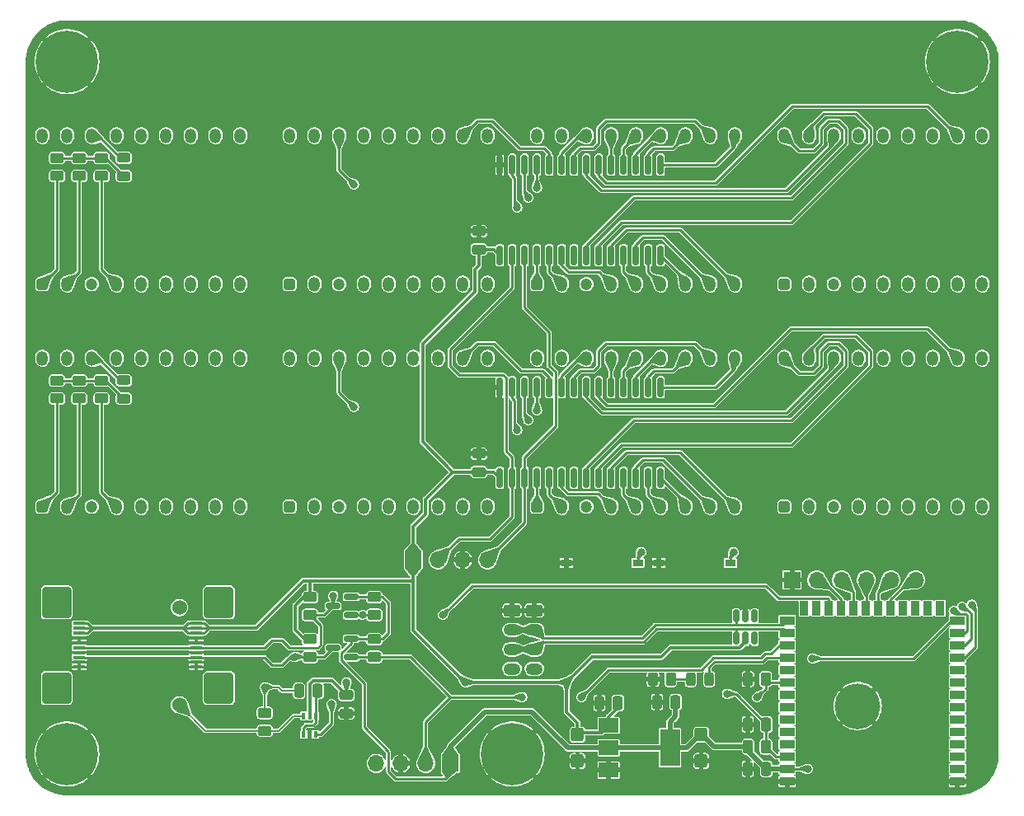
<source format=gbr>
%TF.GenerationSoftware,KiCad,Pcbnew,7.0.8*%
%TF.CreationDate,2024-01-07T19:19:44+01:00*%
%TF.ProjectId,16SegLed,31365365-674c-4656-942e-6b696361645f,rev?*%
%TF.SameCoordinates,Original*%
%TF.FileFunction,Copper,L2,Bot*%
%TF.FilePolarity,Positive*%
%FSLAX46Y46*%
G04 Gerber Fmt 4.6, Leading zero omitted, Abs format (unit mm)*
G04 Created by KiCad (PCBNEW 7.0.8) date 2024-01-07 19:19:44*
%MOMM*%
%LPD*%
G01*
G04 APERTURE LIST*
G04 Aperture macros list*
%AMRoundRect*
0 Rectangle with rounded corners*
0 $1 Rounding radius*
0 $2 $3 $4 $5 $6 $7 $8 $9 X,Y pos of 4 corners*
0 Add a 4 corners polygon primitive as box body*
4,1,4,$2,$3,$4,$5,$6,$7,$8,$9,$2,$3,0*
0 Add four circle primitives for the rounded corners*
1,1,$1+$1,$2,$3*
1,1,$1+$1,$4,$5*
1,1,$1+$1,$6,$7*
1,1,$1+$1,$8,$9*
0 Add four rect primitives between the rounded corners*
20,1,$1+$1,$2,$3,$4,$5,0*
20,1,$1+$1,$4,$5,$6,$7,0*
20,1,$1+$1,$6,$7,$8,$9,0*
20,1,$1+$1,$8,$9,$2,$3,0*%
G04 Aperture macros list end*
%TA.AperFunction,ComponentPad*%
%ADD10C,1.200000*%
%TD*%
%TA.AperFunction,ComponentPad*%
%ADD11RoundRect,0.300000X-0.300000X-0.300000X0.300000X-0.300000X0.300000X0.300000X-0.300000X0.300000X0*%
%TD*%
%TA.AperFunction,ComponentPad*%
%ADD12O,1.200000X1.500000*%
%TD*%
%TA.AperFunction,ComponentPad*%
%ADD13C,6.400000*%
%TD*%
%TA.AperFunction,ComponentPad*%
%ADD14RoundRect,0.250000X0.625000X-0.350000X0.625000X0.350000X-0.625000X0.350000X-0.625000X-0.350000X0*%
%TD*%
%TA.AperFunction,ComponentPad*%
%ADD15O,1.750000X1.200000*%
%TD*%
%TA.AperFunction,ComponentPad*%
%ADD16C,1.524000*%
%TD*%
%TA.AperFunction,SMDPad,CuDef*%
%ADD17R,2.000000X1.500000*%
%TD*%
%TA.AperFunction,SMDPad,CuDef*%
%ADD18R,2.000000X3.800000*%
%TD*%
%TA.AperFunction,SMDPad,CuDef*%
%ADD19RoundRect,0.150000X0.587500X0.150000X-0.587500X0.150000X-0.587500X-0.150000X0.587500X-0.150000X0*%
%TD*%
%TA.AperFunction,SMDPad,CuDef*%
%ADD20RoundRect,0.250000X0.450000X-0.262500X0.450000X0.262500X-0.450000X0.262500X-0.450000X-0.262500X0*%
%TD*%
%TA.AperFunction,SMDPad,CuDef*%
%ADD21RoundRect,0.250000X0.475000X-0.250000X0.475000X0.250000X-0.475000X0.250000X-0.475000X-0.250000X0*%
%TD*%
%TA.AperFunction,SMDPad,CuDef*%
%ADD22RoundRect,0.250000X-0.450000X0.262500X-0.450000X-0.262500X0.450000X-0.262500X0.450000X0.262500X0*%
%TD*%
%TA.AperFunction,SMDPad,CuDef*%
%ADD23RoundRect,0.250000X0.250000X0.475000X-0.250000X0.475000X-0.250000X-0.475000X0.250000X-0.475000X0*%
%TD*%
%TA.AperFunction,SMDPad,CuDef*%
%ADD24RoundRect,0.250000X-0.250000X-0.475000X0.250000X-0.475000X0.250000X0.475000X-0.250000X0.475000X0*%
%TD*%
%TA.AperFunction,SMDPad,CuDef*%
%ADD25RoundRect,0.300000X-1.200000X1.305000X-1.200000X-1.305000X1.200000X-1.305000X1.200000X1.305000X0*%
%TD*%
%TA.AperFunction,SMDPad,CuDef*%
%ADD26R,1.250000X0.300000*%
%TD*%
%TA.AperFunction,SMDPad,CuDef*%
%ADD27RoundRect,0.150000X-0.150000X0.875000X-0.150000X-0.875000X0.150000X-0.875000X0.150000X0.875000X0*%
%TD*%
%TA.AperFunction,ComponentPad*%
%ADD28R,1.700000X1.700000*%
%TD*%
%TA.AperFunction,ComponentPad*%
%ADD29O,1.700000X1.700000*%
%TD*%
%TA.AperFunction,SMDPad,CuDef*%
%ADD30RoundRect,0.250000X-0.425000X0.450000X-0.425000X-0.450000X0.425000X-0.450000X0.425000X0.450000X0*%
%TD*%
%TA.AperFunction,SMDPad,CuDef*%
%ADD31RoundRect,0.243750X0.456250X-0.243750X0.456250X0.243750X-0.456250X0.243750X-0.456250X-0.243750X0*%
%TD*%
%TA.AperFunction,SMDPad,CuDef*%
%ADD32RoundRect,0.250000X0.262500X0.450000X-0.262500X0.450000X-0.262500X-0.450000X0.262500X-0.450000X0*%
%TD*%
%TA.AperFunction,SMDPad,CuDef*%
%ADD33R,0.400000X0.650000*%
%TD*%
%TA.AperFunction,SMDPad,CuDef*%
%ADD34RoundRect,0.243750X-0.243750X-0.456250X0.243750X-0.456250X0.243750X0.456250X-0.243750X0.456250X0*%
%TD*%
%TA.AperFunction,SMDPad,CuDef*%
%ADD35RoundRect,0.150000X-0.150000X0.512500X-0.150000X-0.512500X0.150000X-0.512500X0.150000X0.512500X0*%
%TD*%
%TA.AperFunction,SMDPad,CuDef*%
%ADD36R,1.100000X0.800000*%
%TD*%
%TA.AperFunction,SMDPad,CuDef*%
%ADD37R,1.500000X0.900000*%
%TD*%
%TA.AperFunction,SMDPad,CuDef*%
%ADD38R,0.900000X1.500000*%
%TD*%
%TA.AperFunction,ComponentPad*%
%ADD39C,4.700000*%
%TD*%
%TA.AperFunction,SMDPad,CuDef*%
%ADD40RoundRect,0.300000X1.200000X-1.305000X1.200000X1.305000X-1.200000X1.305000X-1.200000X-1.305000X0*%
%TD*%
%TA.AperFunction,SMDPad,CuDef*%
%ADD41RoundRect,0.250000X-0.262500X-0.450000X0.262500X-0.450000X0.262500X0.450000X-0.262500X0.450000X0*%
%TD*%
%TA.AperFunction,SMDPad,CuDef*%
%ADD42RoundRect,0.250000X-0.475000X0.250000X-0.475000X-0.250000X0.475000X-0.250000X0.475000X0.250000X0*%
%TD*%
%TA.AperFunction,ViaPad*%
%ADD43C,0.800000*%
%TD*%
%TA.AperFunction,Conductor*%
%ADD44C,0.350000*%
%TD*%
%TA.AperFunction,Conductor*%
%ADD45C,0.250000*%
%TD*%
%TA.AperFunction,Conductor*%
%ADD46C,0.500000*%
%TD*%
%TA.AperFunction,Conductor*%
%ADD47C,0.200000*%
%TD*%
G04 APERTURE END LIST*
D10*
%TO.P,DS4,*%
%TO.N,*%
X83820000Y-43180000D03*
D11*
%TO.P,DS4,1,E*%
%TO.N,/DisplayGroup0/SEG_{E}*%
X78740000Y-43180000D03*
D12*
%TO.P,DS4,2,N*%
%TO.N,/DisplayGroup0/SEG_{N}*%
X81280000Y-43180000D03*
%TO.P,DS4,4,M*%
%TO.N,/DisplayGroup0/SEG_{M}*%
X86360000Y-43180000D03*
%TO.P,DS4,5,L*%
%TO.N,/DisplayGroup0/SEG_{L}*%
X88900000Y-43180000D03*
%TO.P,DS4,6,G2*%
%TO.N,/DisplayGroup0/SEG_{G2}*%
X91440000Y-43180000D03*
%TO.P,DS4,7,D*%
%TO.N,/DisplayGroup0/SEG_{D}*%
X93980000Y-43180000D03*
%TO.P,DS4,8,DP*%
%TO.N,/DisplayGroup0/SEG_{dp}*%
X96520000Y-43180000D03*
%TO.P,DS4,9,C*%
%TO.N,/DisplayGroup0/SEG_{C}*%
X99060000Y-43180000D03*
%TO.P,DS4,10,B*%
%TO.N,/DisplayGroup0/SEG_{B}*%
X99060000Y-27940000D03*
%TO.P,DS4,11,CD2*%
%TO.N,/DisplayGroup0/COM7*%
X96520000Y-27940000D03*
%TO.P,DS4,12,A*%
%TO.N,/DisplayGroup0/SEG_{A}*%
X93980000Y-27940000D03*
%TO.P,DS4,13,G1*%
%TO.N,/DisplayGroup0/SEG_{G1}*%
X91440000Y-27940000D03*
%TO.P,DS4,14,K*%
%TO.N,/DisplayGroup0/SEG_{K}*%
X88900000Y-27940000D03*
%TO.P,DS4,15,J*%
%TO.N,/DisplayGroup0/SEG_{J}*%
X86360000Y-27940000D03*
%TO.P,DS4,16,CD1*%
%TO.N,/DisplayGroup0/COM6*%
X83820000Y-27940000D03*
%TO.P,DS4,17,H*%
%TO.N,/DisplayGroup0/SEG_{H}*%
X81280000Y-27940000D03*
%TO.P,DS4,18,F*%
%TO.N,/DisplayGroup0/SEG_{F}*%
X78740000Y-27940000D03*
%TD*%
D10*
%TO.P,DS7,*%
%TO.N,*%
X58420000Y-20320000D03*
D11*
%TO.P,DS7,1,E*%
%TO.N,/DisplayGroup1/SEG_{E}*%
X53340000Y-20320000D03*
D12*
%TO.P,DS7,2,N*%
%TO.N,/DisplayGroup1/SEG_{N}*%
X55880000Y-20320000D03*
%TO.P,DS7,4,M*%
%TO.N,/DisplayGroup1/SEG_{M}*%
X60960000Y-20320000D03*
%TO.P,DS7,5,L*%
%TO.N,/DisplayGroup1/SEG_{L}*%
X63500000Y-20320000D03*
%TO.P,DS7,6,G2*%
%TO.N,/DisplayGroup1/SEG_{G2}*%
X66040000Y-20320000D03*
%TO.P,DS7,7,D*%
%TO.N,/DisplayGroup1/SEG_{D}*%
X68580000Y-20320000D03*
%TO.P,DS7,8,DP*%
%TO.N,/DisplayGroup1/SEG_{dp}*%
X71120000Y-20320000D03*
%TO.P,DS7,9,C*%
%TO.N,/DisplayGroup1/SEG_{C}*%
X73660000Y-20320000D03*
%TO.P,DS7,10,B*%
%TO.N,/DisplayGroup1/SEG_{B}*%
X73660000Y-5080000D03*
%TO.P,DS7,11,CD2*%
%TO.N,/DisplayGroup1/COM5*%
X71120000Y-5080000D03*
%TO.P,DS7,12,A*%
%TO.N,/DisplayGroup1/SEG_{A}*%
X68580000Y-5080000D03*
%TO.P,DS7,13,G1*%
%TO.N,/DisplayGroup1/SEG_{G1}*%
X66040000Y-5080000D03*
%TO.P,DS7,14,K*%
%TO.N,/DisplayGroup1/SEG_{K}*%
X63500000Y-5080000D03*
%TO.P,DS7,15,J*%
%TO.N,/DisplayGroup1/SEG_{J}*%
X60960000Y-5080000D03*
%TO.P,DS7,16,CD1*%
%TO.N,/DisplayGroup1/COM4*%
X58420000Y-5080000D03*
%TO.P,DS7,17,H*%
%TO.N,/DisplayGroup1/SEG_{H}*%
X55880000Y-5080000D03*
%TO.P,DS7,18,F*%
%TO.N,/DisplayGroup1/SEG_{F}*%
X53340000Y-5080000D03*
%TD*%
D10*
%TO.P,DS3,*%
%TO.N,*%
X58420000Y-43180000D03*
D11*
%TO.P,DS3,1,E*%
%TO.N,/DisplayGroup0/SEG_{E}*%
X53340000Y-43180000D03*
D12*
%TO.P,DS3,2,N*%
%TO.N,/DisplayGroup0/SEG_{N}*%
X55880000Y-43180000D03*
%TO.P,DS3,4,M*%
%TO.N,/DisplayGroup0/SEG_{M}*%
X60960000Y-43180000D03*
%TO.P,DS3,5,L*%
%TO.N,/DisplayGroup0/SEG_{L}*%
X63500000Y-43180000D03*
%TO.P,DS3,6,G2*%
%TO.N,/DisplayGroup0/SEG_{G2}*%
X66040000Y-43180000D03*
%TO.P,DS3,7,D*%
%TO.N,/DisplayGroup0/SEG_{D}*%
X68580000Y-43180000D03*
%TO.P,DS3,8,DP*%
%TO.N,/DisplayGroup0/SEG_{dp}*%
X71120000Y-43180000D03*
%TO.P,DS3,9,C*%
%TO.N,/DisplayGroup0/SEG_{C}*%
X73660000Y-43180000D03*
%TO.P,DS3,10,B*%
%TO.N,/DisplayGroup0/SEG_{B}*%
X73660000Y-27940000D03*
%TO.P,DS3,11,CD2*%
%TO.N,/DisplayGroup0/COM5*%
X71120000Y-27940000D03*
%TO.P,DS3,12,A*%
%TO.N,/DisplayGroup0/SEG_{A}*%
X68580000Y-27940000D03*
%TO.P,DS3,13,G1*%
%TO.N,/DisplayGroup0/SEG_{G1}*%
X66040000Y-27940000D03*
%TO.P,DS3,14,K*%
%TO.N,/DisplayGroup0/SEG_{K}*%
X63500000Y-27940000D03*
%TO.P,DS3,15,J*%
%TO.N,/DisplayGroup0/SEG_{J}*%
X60960000Y-27940000D03*
%TO.P,DS3,16,CD1*%
%TO.N,/DisplayGroup0/COM4*%
X58420000Y-27940000D03*
%TO.P,DS3,17,H*%
%TO.N,/DisplayGroup0/SEG_{H}*%
X55880000Y-27940000D03*
%TO.P,DS3,18,F*%
%TO.N,/DisplayGroup0/SEG_{F}*%
X53340000Y-27940000D03*
%TD*%
D10*
%TO.P,DS6,*%
%TO.N,*%
X33020000Y-20320000D03*
D11*
%TO.P,DS6,1,E*%
%TO.N,/DisplayGroup1/SEG_{E}*%
X27940000Y-20320000D03*
D12*
%TO.P,DS6,2,N*%
%TO.N,/DisplayGroup1/SEG_{N}*%
X30480000Y-20320000D03*
%TO.P,DS6,4,M*%
%TO.N,/DisplayGroup1/SEG_{M}*%
X35560000Y-20320000D03*
%TO.P,DS6,5,L*%
%TO.N,/DisplayGroup1/SEG_{L}*%
X38100000Y-20320000D03*
%TO.P,DS6,6,G2*%
%TO.N,/DisplayGroup1/SEG_{G2}*%
X40640000Y-20320000D03*
%TO.P,DS6,7,D*%
%TO.N,/DisplayGroup1/SEG_{D}*%
X43180000Y-20320000D03*
%TO.P,DS6,8,DP*%
%TO.N,/DisplayGroup1/SEG_{dp}*%
X45720000Y-20320000D03*
%TO.P,DS6,9,C*%
%TO.N,/DisplayGroup1/SEG_{C}*%
X48260000Y-20320000D03*
%TO.P,DS6,10,B*%
%TO.N,/DisplayGroup1/SEG_{B}*%
X48260000Y-5080000D03*
%TO.P,DS6,11,CD2*%
%TO.N,/DisplayGroup1/COM3*%
X45720000Y-5080000D03*
%TO.P,DS6,12,A*%
%TO.N,/DisplayGroup1/SEG_{A}*%
X43180000Y-5080000D03*
%TO.P,DS6,13,G1*%
%TO.N,/DisplayGroup1/SEG_{G1}*%
X40640000Y-5080000D03*
%TO.P,DS6,14,K*%
%TO.N,/DisplayGroup1/SEG_{K}*%
X38100000Y-5080000D03*
%TO.P,DS6,15,J*%
%TO.N,/DisplayGroup1/SEG_{J}*%
X35560000Y-5080000D03*
%TO.P,DS6,16,CD1*%
%TO.N,/DisplayGroup1/COM2*%
X33020000Y-5080000D03*
%TO.P,DS6,17,H*%
%TO.N,/DisplayGroup1/SEG_{H}*%
X30480000Y-5080000D03*
%TO.P,DS6,18,F*%
%TO.N,/DisplayGroup1/SEG_{F}*%
X27940000Y-5080000D03*
%TD*%
D13*
%TO.P,H2,1,1*%
%TO.N,GND*%
X96520000Y2540000D03*
%TD*%
D14*
%TO.P,USB1,1,Pin_1*%
%TO.N,GND*%
X50800000Y-53845200D03*
D15*
%TO.P,USB1,2,Pin_2*%
%TO.N,/USB_D_PLUS*%
X50800000Y-55845200D03*
%TO.P,USB1,3,Pin_3*%
%TO.N,/USB_D_MINUS*%
X50800000Y-57845200D03*
%TO.P,USB1,4,Pin_4*%
%TO.N,+5V*%
X50800000Y-59845200D03*
%TD*%
D10*
%TO.P,DS1,*%
%TO.N,*%
X7620000Y-43180000D03*
D11*
%TO.P,DS1,1,E*%
%TO.N,/DisplayGroup0/SEG_{E}*%
X2540000Y-43180000D03*
D12*
%TO.P,DS1,2,N*%
%TO.N,/DisplayGroup0/SEG_{N}*%
X5080000Y-43180000D03*
%TO.P,DS1,4,M*%
%TO.N,/DisplayGroup0/SEG_{M}*%
X10160000Y-43180000D03*
%TO.P,DS1,5,L*%
%TO.N,/DisplayGroup0/SEG_{L}*%
X12700000Y-43180000D03*
%TO.P,DS1,6,G2*%
%TO.N,/DisplayGroup0/SEG_{G2}*%
X15240000Y-43180000D03*
%TO.P,DS1,7,D*%
%TO.N,/DisplayGroup0/SEG_{D}*%
X17780000Y-43180000D03*
%TO.P,DS1,8,DP*%
%TO.N,/DisplayGroup0/SEG_{dp}*%
X20320000Y-43180000D03*
%TO.P,DS1,9,C*%
%TO.N,/DisplayGroup0/SEG_{C}*%
X22860000Y-43180000D03*
%TO.P,DS1,10,B*%
%TO.N,/DisplayGroup0/SEG_{B}*%
X22860000Y-27940000D03*
%TO.P,DS1,11,CD2*%
%TO.N,/DisplayGroup0/COM1*%
X20320000Y-27940000D03*
%TO.P,DS1,12,A*%
%TO.N,/DisplayGroup0/SEG_{A}*%
X17780000Y-27940000D03*
%TO.P,DS1,13,G1*%
%TO.N,/DisplayGroup0/SEG_{G1}*%
X15240000Y-27940000D03*
%TO.P,DS1,14,K*%
%TO.N,/DisplayGroup0/SEG_{K}*%
X12700000Y-27940000D03*
%TO.P,DS1,15,J*%
%TO.N,/DisplayGroup0/SEG_{J}*%
X10160000Y-27940000D03*
%TO.P,DS1,16,CD1*%
%TO.N,/DisplayGroup0/COM0*%
X7620000Y-27940000D03*
%TO.P,DS1,17,H*%
%TO.N,/DisplayGroup0/SEG_{H}*%
X5080000Y-27940000D03*
%TO.P,DS1,18,F*%
%TO.N,/DisplayGroup0/SEG_{F}*%
X2540000Y-27940000D03*
%TD*%
D10*
%TO.P,DS2,*%
%TO.N,*%
X33020000Y-43180000D03*
D11*
%TO.P,DS2,1,E*%
%TO.N,/DisplayGroup0/SEG_{E}*%
X27940000Y-43180000D03*
D12*
%TO.P,DS2,2,N*%
%TO.N,/DisplayGroup0/SEG_{N}*%
X30480000Y-43180000D03*
%TO.P,DS2,4,M*%
%TO.N,/DisplayGroup0/SEG_{M}*%
X35560000Y-43180000D03*
%TO.P,DS2,5,L*%
%TO.N,/DisplayGroup0/SEG_{L}*%
X38100000Y-43180000D03*
%TO.P,DS2,6,G2*%
%TO.N,/DisplayGroup0/SEG_{G2}*%
X40640000Y-43180000D03*
%TO.P,DS2,7,D*%
%TO.N,/DisplayGroup0/SEG_{D}*%
X43180000Y-43180000D03*
%TO.P,DS2,8,DP*%
%TO.N,/DisplayGroup0/SEG_{dp}*%
X45720000Y-43180000D03*
%TO.P,DS2,9,C*%
%TO.N,/DisplayGroup0/SEG_{C}*%
X48260000Y-43180000D03*
%TO.P,DS2,10,B*%
%TO.N,/DisplayGroup0/SEG_{B}*%
X48260000Y-27940000D03*
%TO.P,DS2,11,CD2*%
%TO.N,/DisplayGroup0/COM3*%
X45720000Y-27940000D03*
%TO.P,DS2,12,A*%
%TO.N,/DisplayGroup0/SEG_{A}*%
X43180000Y-27940000D03*
%TO.P,DS2,13,G1*%
%TO.N,/DisplayGroup0/SEG_{G1}*%
X40640000Y-27940000D03*
%TO.P,DS2,14,K*%
%TO.N,/DisplayGroup0/SEG_{K}*%
X38100000Y-27940000D03*
%TO.P,DS2,15,J*%
%TO.N,/DisplayGroup0/SEG_{J}*%
X35560000Y-27940000D03*
%TO.P,DS2,16,CD1*%
%TO.N,/DisplayGroup0/COM2*%
X33020000Y-27940000D03*
%TO.P,DS2,17,H*%
%TO.N,/DisplayGroup0/SEG_{H}*%
X30480000Y-27940000D03*
%TO.P,DS2,18,F*%
%TO.N,/DisplayGroup0/SEG_{F}*%
X27940000Y-27940000D03*
%TD*%
D16*
%TO.P,BZ1,1,-*%
%TO.N,/BZ+*%
X16636994Y-63547000D03*
%TO.P,BZ1,2,+*%
%TO.N,/BZ-*%
X16636994Y-53547000D03*
%TD*%
D13*
%TO.P,H1,1,1*%
%TO.N,GND*%
X5080000Y2540000D03*
%TD*%
D10*
%TO.P,DS8,*%
%TO.N,*%
X83820000Y-20320000D03*
D11*
%TO.P,DS8,1,E*%
%TO.N,/DisplayGroup1/SEG_{E}*%
X78740000Y-20320000D03*
D12*
%TO.P,DS8,2,N*%
%TO.N,/DisplayGroup1/SEG_{N}*%
X81280000Y-20320000D03*
%TO.P,DS8,4,M*%
%TO.N,/DisplayGroup1/SEG_{M}*%
X86360000Y-20320000D03*
%TO.P,DS8,5,L*%
%TO.N,/DisplayGroup1/SEG_{L}*%
X88900000Y-20320000D03*
%TO.P,DS8,6,G2*%
%TO.N,/DisplayGroup1/SEG_{G2}*%
X91440000Y-20320000D03*
%TO.P,DS8,7,D*%
%TO.N,/DisplayGroup1/SEG_{D}*%
X93980000Y-20320000D03*
%TO.P,DS8,8,DP*%
%TO.N,/DisplayGroup1/SEG_{dp}*%
X96520000Y-20320000D03*
%TO.P,DS8,9,C*%
%TO.N,/DisplayGroup1/SEG_{C}*%
X99060000Y-20320000D03*
%TO.P,DS8,10,B*%
%TO.N,/DisplayGroup1/SEG_{B}*%
X99060000Y-5080000D03*
%TO.P,DS8,11,CD2*%
%TO.N,/DisplayGroup1/COM7*%
X96520000Y-5080000D03*
%TO.P,DS8,12,A*%
%TO.N,/DisplayGroup1/SEG_{A}*%
X93980000Y-5080000D03*
%TO.P,DS8,13,G1*%
%TO.N,/DisplayGroup1/SEG_{G1}*%
X91440000Y-5080000D03*
%TO.P,DS8,14,K*%
%TO.N,/DisplayGroup1/SEG_{K}*%
X88900000Y-5080000D03*
%TO.P,DS8,15,J*%
%TO.N,/DisplayGroup1/SEG_{J}*%
X86360000Y-5080000D03*
%TO.P,DS8,16,CD1*%
%TO.N,/DisplayGroup1/COM6*%
X83820000Y-5080000D03*
%TO.P,DS8,17,H*%
%TO.N,/DisplayGroup1/SEG_{H}*%
X81280000Y-5080000D03*
%TO.P,DS8,18,F*%
%TO.N,/DisplayGroup1/SEG_{F}*%
X78740000Y-5080000D03*
%TD*%
D10*
%TO.P,DS5,*%
%TO.N,*%
X7620000Y-20320000D03*
D11*
%TO.P,DS5,1,E*%
%TO.N,/DisplayGroup1/SEG_{E}*%
X2540000Y-20320000D03*
D12*
%TO.P,DS5,2,N*%
%TO.N,/DisplayGroup1/SEG_{N}*%
X5080000Y-20320000D03*
%TO.P,DS5,4,M*%
%TO.N,/DisplayGroup1/SEG_{M}*%
X10160000Y-20320000D03*
%TO.P,DS5,5,L*%
%TO.N,/DisplayGroup1/SEG_{L}*%
X12700000Y-20320000D03*
%TO.P,DS5,6,G2*%
%TO.N,/DisplayGroup1/SEG_{G2}*%
X15240000Y-20320000D03*
%TO.P,DS5,7,D*%
%TO.N,/DisplayGroup1/SEG_{D}*%
X17780000Y-20320000D03*
%TO.P,DS5,8,DP*%
%TO.N,/DisplayGroup1/SEG_{dp}*%
X20320000Y-20320000D03*
%TO.P,DS5,9,C*%
%TO.N,/DisplayGroup1/SEG_{C}*%
X22860000Y-20320000D03*
%TO.P,DS5,10,B*%
%TO.N,/DisplayGroup1/SEG_{B}*%
X22860000Y-5080000D03*
%TO.P,DS5,11,CD2*%
%TO.N,/DisplayGroup1/COM1*%
X20320000Y-5080000D03*
%TO.P,DS5,12,A*%
%TO.N,/DisplayGroup1/SEG_{A}*%
X17780000Y-5080000D03*
%TO.P,DS5,13,G1*%
%TO.N,/DisplayGroup1/SEG_{G1}*%
X15240000Y-5080000D03*
%TO.P,DS5,14,K*%
%TO.N,/DisplayGroup1/SEG_{K}*%
X12700000Y-5080000D03*
%TO.P,DS5,15,J*%
%TO.N,/DisplayGroup1/SEG_{J}*%
X10160000Y-5080000D03*
%TO.P,DS5,16,CD1*%
%TO.N,/DisplayGroup1/COM0*%
X7620000Y-5080000D03*
%TO.P,DS5,17,H*%
%TO.N,/DisplayGroup1/SEG_{H}*%
X5080000Y-5080000D03*
%TO.P,DS5,18,F*%
%TO.N,/DisplayGroup1/SEG_{F}*%
X2540000Y-5080000D03*
%TD*%
D17*
%TO.P,U2,1,GND*%
%TO.N,GND*%
X60706000Y-70245000D03*
%TO.P,U2,2,VO*%
%TO.N,+3V3*%
X60706000Y-67945000D03*
D18*
X67006000Y-67945000D03*
D17*
%TO.P,U2,3,VI*%
%TO.N,+5V*%
X60706000Y-65645000D03*
%TD*%
D19*
%TO.P,Q1,1,G*%
%TO.N,+3V3*%
X34271250Y-56750250D03*
%TO.P,Q1,2,S*%
%TO.N,/SDA3V3*%
X34271250Y-58650250D03*
%TO.P,Q1,3,D*%
%TO.N,/SDA5V*%
X32396250Y-57700250D03*
%TD*%
D20*
%TO.P,R5,1*%
%TO.N,/DisplayGroup1/SEG_{M}*%
X8636000Y-9191000D03*
%TO.P,R5,2*%
%TO.N,/DisplayGroup1/CFG*%
X8636000Y-7366000D03*
%TD*%
D21*
%TO.P,C6,1*%
%TO.N,+5V*%
X47371000Y-39624000D03*
%TO.P,C6,2*%
%TO.N,GND*%
X47371000Y-37724000D03*
%TD*%
D19*
%TO.P,Q2,1,G*%
%TO.N,+3V3*%
X34271250Y-52432250D03*
%TO.P,Q2,2,S*%
%TO.N,/SCL3V3*%
X34271250Y-54332250D03*
%TO.P,Q2,3,D*%
%TO.N,/SCL5V*%
X32396250Y-53382250D03*
%TD*%
D22*
%TO.P,R11,1*%
%TO.N,+5V*%
X30031750Y-52469750D03*
%TO.P,R11,2*%
%TO.N,/SCL5V*%
X30031750Y-54294750D03*
%TD*%
D23*
%TO.P,C2,1*%
%TO.N,+3V3*%
X76896000Y-70104000D03*
%TO.P,C2,2*%
%TO.N,GND*%
X74996000Y-70104000D03*
%TD*%
D24*
%TO.P,C11,1*%
%TO.N,GND*%
X59756000Y-63322200D03*
%TO.P,C11,2*%
%TO.N,+5V*%
X61656000Y-63322200D03*
%TD*%
D25*
%TO.P,J2,*%
%TO.N,*%
X20675400Y-53009000D03*
X20675400Y-61799000D03*
D26*
%TO.P,J2,1,Pin_1*%
%TO.N,+5V*%
X18351400Y-55154000D03*
%TO.P,J2,2,Pin_2*%
X18351400Y-55654000D03*
%TO.P,J2,3,Pin_3*%
X18351400Y-56154000D03*
%TO.P,J2,4,Pin_4*%
%TO.N,GND*%
X18351400Y-56654000D03*
%TO.P,J2,5,Pin_5*%
X18351400Y-57154000D03*
%TO.P,J2,6,Pin_6*%
%TO.N,/SCL5V*%
X18351400Y-57654000D03*
%TO.P,J2,7,Pin_7*%
%TO.N,GND*%
X18351400Y-58154000D03*
%TO.P,J2,8,Pin_8*%
%TO.N,/SDA5V*%
X18351400Y-58654000D03*
%TO.P,J2,9,Pin_9*%
%TO.N,GND*%
X18351400Y-59154000D03*
%TO.P,J2,10,Pin_10*%
X18351400Y-59654000D03*
%TD*%
D22*
%TO.P,R8,1*%
%TO.N,+3V3*%
X36635750Y-56787750D03*
%TO.P,R8,2*%
%TO.N,/SDA3V3*%
X36635750Y-58612750D03*
%TD*%
D27*
%TO.P,U3,1,VSS*%
%TO.N,GND*%
X49530000Y-30910000D03*
%TO.P,U3,2,COM0/AD*%
%TO.N,/DisplayGroup0/COM0*%
X50800000Y-30910000D03*
%TO.P,U3,3,COM1/KS0*%
%TO.N,/DisplayGroup0/COM1*%
X52070000Y-30910000D03*
%TO.P,U3,4,COM2/KS1*%
%TO.N,/DisplayGroup0/COM2*%
X53340000Y-30910000D03*
%TO.P,U3,5,COM3/KS2*%
%TO.N,/DisplayGroup0/COM3*%
X54610000Y-30910000D03*
%TO.P,U3,6,COM4*%
%TO.N,/DisplayGroup0/COM4*%
X55880000Y-30910000D03*
%TO.P,U3,7,COM5*%
%TO.N,/DisplayGroup0/COM5*%
X57150000Y-30910000D03*
%TO.P,U3,8,COM6*%
%TO.N,/DisplayGroup0/COM6*%
X58420000Y-30910000D03*
%TO.P,U3,9,COM7*%
%TO.N,/DisplayGroup0/COM7*%
X59690000Y-30910000D03*
%TO.P,U3,10,ROW15/K13/INT*%
%TO.N,/DisplayGroup0/SEG_{J}*%
X60960000Y-30910000D03*
%TO.P,U3,11,ROW14/K12*%
%TO.N,/DisplayGroup0/SEG_{K}*%
X62230000Y-30910000D03*
%TO.P,U3,12,ROW13/K11*%
%TO.N,/DisplayGroup0/SEG_{G1}*%
X63500000Y-30910000D03*
%TO.P,U3,13,ROW12/K10*%
%TO.N,/DisplayGroup0/SEG_{A}*%
X64770000Y-30910000D03*
%TO.P,U3,14,ROW11/K9*%
%TO.N,/DisplayGroup0/SEG_{B}*%
X66040000Y-30910000D03*
%TO.P,U3,15,ROW10/K8*%
%TO.N,/DisplayGroup0/SEG_{D}*%
X66040000Y-40210000D03*
%TO.P,U3,16,ROW9/K7*%
%TO.N,/DisplayGroup0/SEG_{G2}*%
X64770000Y-40210000D03*
%TO.P,U3,17,ROW8/K6*%
%TO.N,/DisplayGroup0/SEG_{dp}*%
X63500000Y-40210000D03*
%TO.P,U3,18,ROW7/K5*%
%TO.N,/DisplayGroup0/SEG_{L}*%
X62230000Y-40210000D03*
%TO.P,U3,19,ROW6/K4*%
%TO.N,/DisplayGroup0/SEG_{C}*%
X60960000Y-40210000D03*
%TO.P,U3,20,ROW5/K3*%
%TO.N,/DisplayGroup0/SEG_{H}*%
X59690000Y-40210000D03*
%TO.P,U3,21,ROW4/K2*%
%TO.N,/DisplayGroup0/SEG_{F}*%
X58420000Y-40210000D03*
%TO.P,U3,22,ROW3/K1*%
%TO.N,unconnected-(U3-ROW3{slash}K1-Pad22)*%
X57150000Y-40210000D03*
%TO.P,U3,23,ROW2/A0*%
%TO.N,/DisplayGroup0/SEG_{M}*%
X55880000Y-40210000D03*
%TO.P,U3,24,ROW1/A1*%
%TO.N,/DisplayGroup0/SEG_{N}*%
X54610000Y-40210000D03*
%TO.P,U3,25,ROW0/A2*%
%TO.N,/DisplayGroup0/SEG_{E}*%
X53340000Y-40210000D03*
%TO.P,U3,26,SCL*%
%TO.N,/SCL5V*%
X52070000Y-40210000D03*
%TO.P,U3,27,SDA*%
%TO.N,/SDA5V*%
X50800000Y-40210000D03*
%TO.P,U3,28,VDD*%
%TO.N,+5V*%
X49530000Y-40210000D03*
%TD*%
D28*
%TO.P,J4,1,Pin_1*%
%TO.N,GND*%
X79527400Y-50698400D03*
D29*
%TO.P,J4,2,Pin_2*%
%TO.N,/IO10*%
X82067400Y-50698400D03*
%TO.P,J4,3,Pin_3*%
%TO.N,/IO11*%
X84607400Y-50698400D03*
%TO.P,J4,4,Pin_4*%
%TO.N,/IO12*%
X87147400Y-50698400D03*
%TO.P,J4,5,Pin_5*%
%TO.N,/IO13*%
X89687400Y-50698400D03*
%TO.P,J4,6,Pin_6*%
%TO.N,/IO14*%
X92227400Y-50698400D03*
%TD*%
D30*
%TO.P,C4,1*%
%TO.N,+5V*%
X57506000Y-66595000D03*
%TO.P,C4,2*%
%TO.N,GND*%
X57506000Y-69295000D03*
%TD*%
D31*
%TO.P,D1,1,K*%
%TO.N,/DisplayGroup0/CFG*%
X10922000Y-32076000D03*
%TO.P,D1,2,A*%
%TO.N,/DisplayGroup0/COM0*%
X10922000Y-30201000D03*
%TD*%
D23*
%TO.P,C1,1*%
%TO.N,/CHIP_PU*%
X76896000Y-65532000D03*
%TO.P,C1,2*%
%TO.N,GND*%
X74996000Y-65532000D03*
%TD*%
D20*
%TO.P,R4,1*%
%TO.N,/DisplayGroup0/SEG_{E}*%
X4064000Y-32051000D03*
%TO.P,R4,2*%
%TO.N,/DisplayGroup0/CFG*%
X4064000Y-30226000D03*
%TD*%
D32*
%TO.P,R14,1*%
%TO.N,Net-(D3-K)*%
X67079500Y-60883800D03*
%TO.P,R14,2*%
%TO.N,GND*%
X65254500Y-60883800D03*
%TD*%
D20*
%TO.P,R12,1*%
%TO.N,/BZ+*%
X25400000Y-66190500D03*
%TO.P,R12,2*%
%TO.N,/BZ-*%
X25400000Y-64365500D03*
%TD*%
D13*
%TO.P,H4,1,1*%
%TO.N,GND*%
X50800000Y-68580000D03*
%TD*%
D21*
%TO.P,C7,1*%
%TO.N,+5V*%
X47371000Y-16764000D03*
%TO.P,C7,2*%
%TO.N,GND*%
X47371000Y-14864000D03*
%TD*%
D33*
%TO.P,U6,1*%
%TO.N,/SND*%
X30662400Y-66568400D03*
%TO.P,U6,2,GND*%
%TO.N,GND*%
X30012400Y-66568400D03*
%TO.P,U6,3*%
%TO.N,/~{SND}*%
X29362400Y-66568400D03*
%TO.P,U6,4*%
%TO.N,/BZ+*%
X29362400Y-64668400D03*
%TO.P,U6,5,VCC*%
%TO.N,+5V*%
X30012400Y-64668400D03*
%TO.P,U6,6*%
%TO.N,/~{SND}*%
X30662400Y-64668400D03*
%TD*%
D24*
%TO.P,C10,1*%
%TO.N,GND*%
X65674200Y-63246000D03*
%TO.P,C10,2*%
%TO.N,+3V3*%
X67574200Y-63246000D03*
%TD*%
D20*
%TO.P,R2,1*%
%TO.N,/DisplayGroup0/SEG_{M}*%
X8636000Y-32051000D03*
%TO.P,R2,2*%
%TO.N,/DisplayGroup0/CFG*%
X8636000Y-30226000D03*
%TD*%
D34*
%TO.P,D3,1,K*%
%TO.N,Net-(D3-K)*%
X69141100Y-60883800D03*
%TO.P,D3,2,A*%
%TO.N,/LED*%
X71016100Y-60883800D03*
%TD*%
D20*
%TO.P,R7,1*%
%TO.N,/DisplayGroup1/SEG_{E}*%
X4064000Y-9191000D03*
%TO.P,R7,2*%
%TO.N,/DisplayGroup1/CFG*%
X4064000Y-7366000D03*
%TD*%
D23*
%TO.P,C8,1*%
%TO.N,/~{SND}*%
X30820400Y-62077600D03*
%TO.P,C8,2*%
%TO.N,/BZ-*%
X28920400Y-62077600D03*
%TD*%
D35*
%TO.P,U5,1,IO1*%
%TO.N,/USB_D_PLUS*%
X73802200Y-54412300D03*
%TO.P,U5,2,VN*%
%TO.N,GND*%
X74752200Y-54412300D03*
%TO.P,U5,3,IO2*%
%TO.N,unconnected-(U5-IO2-Pad3)*%
X75702200Y-54412300D03*
%TO.P,U5,4,IO3*%
%TO.N,unconnected-(U5-IO3-Pad4)*%
X75702200Y-56687300D03*
%TO.P,U5,5,VP*%
%TO.N,+5V*%
X74752200Y-56687300D03*
%TO.P,U5,6,IO4*%
%TO.N,/USB_D_MINUS*%
X73802200Y-56687300D03*
%TD*%
D31*
%TO.P,D2,1,K*%
%TO.N,/DisplayGroup1/CFG*%
X10922000Y-9213500D03*
%TO.P,D2,2,A*%
%TO.N,/DisplayGroup1/COM0*%
X10922000Y-7338500D03*
%TD*%
D36*
%TO.P,SW2,1,1*%
%TO.N,/BOOT*%
X73195000Y-48960000D03*
%TO.P,SW2,2,2*%
%TO.N,GND*%
X65845000Y-48960000D03*
%TD*%
D37*
%TO.P,U1,1,GND*%
%TO.N,GND*%
X79020000Y-71380000D03*
%TO.P,U1,2,3V3*%
%TO.N,+3V3*%
X79020000Y-70110000D03*
%TO.P,U1,3,EN*%
%TO.N,/CHIP_PU*%
X79020000Y-68840000D03*
%TO.P,U1,4,GPIO4/TOUCH4/ADC1_CH3*%
%TO.N,/GPIO04*%
X79020000Y-67570000D03*
%TO.P,U1,5,GPIO5/TOUCH5/ADC1_CH4*%
%TO.N,/GPIO05*%
X79020000Y-66300000D03*
%TO.P,U1,6,GPIO6/TOUCH6/ADC1_CH5*%
%TO.N,/GPIO06*%
X79020000Y-65030000D03*
%TO.P,U1,7,GPIO7/TOUCH7/ADC1_CH6*%
%TO.N,/GPIO07*%
X79020000Y-63760000D03*
%TO.P,U1,8,GPIO15/U0RTS/ADC2_CH4/XTAL_32K_P*%
%TO.N,/GPIO15*%
X79020000Y-62490000D03*
%TO.P,U1,9,GPIO16/U0CTS/ADC2_CH5/XTAL_32K_N*%
%TO.N,/SND*%
X79020000Y-61220000D03*
%TO.P,U1,10,GPIO17/U1TXD/ADC2_CH6*%
%TO.N,/GPIO17*%
X79020000Y-59950000D03*
%TO.P,U1,11,GPIO18/U1RXD/ADC2_CH7/CLK_OUT3*%
%TO.N,/LED*%
X79020000Y-58680000D03*
%TO.P,U1,12,GPIO8/TOUCH8/ADC1_CH7/SUBSPICS1*%
%TO.N,/SDA3V3*%
X79020000Y-57410000D03*
%TO.P,U1,13,GPIO19/U1RTS/ADC2_CH8/CLK_OUT2/USB_D-*%
%TO.N,/USB_D_MINUS*%
X79020000Y-56140000D03*
%TO.P,U1,14,GPIO20/U1CTS/ADC2_CH9/CLK_OUT1/USB_D+*%
%TO.N,/USB_D_PLUS*%
X79020000Y-54870000D03*
D38*
%TO.P,U1,15,GPIO3/TOUCH3/ADC1_CH2*%
%TO.N,/GPIO03*%
X80785000Y-53620000D03*
%TO.P,U1,16,GPIO46*%
%TO.N,/GPIO46_NO*%
X82055000Y-53620000D03*
%TO.P,U1,17,GPIO9/TOUCH9/ADC1_CH8/FSPIHD/SUBSPIHD*%
%TO.N,/SCL3V3*%
X83325000Y-53620000D03*
%TO.P,U1,18,GPIO10/TOUCH10/ADC1_CH9/FSPICS0/FSPIIO4/SUBSPICS0*%
%TO.N,/IO10*%
X84595000Y-53620000D03*
%TO.P,U1,19,GPIO11/TOUCH11/ADC2_CH0/FSPID/FSPIIO5/SUBSPID*%
%TO.N,/IO11*%
X85865000Y-53620000D03*
%TO.P,U1,20,GPIO12/TOUCH12/ADC2_CH1/FSPICLK/FSPIIO6/SUBSPICLK*%
%TO.N,/IO12*%
X87135000Y-53620000D03*
%TO.P,U1,21,GPIO13/TOUCH13/ADC2_CH2/FSPIQ/FSPIIO7/SUBSPIQ*%
%TO.N,/IO13*%
X88405000Y-53620000D03*
%TO.P,U1,22,GPIO14/TOUCH14/ADC2_CH3/FSPIWP/FSPIDQS/SUBSPIWP*%
%TO.N,/IO14*%
X89675000Y-53620000D03*
%TO.P,U1,23,GPIO21*%
%TO.N,/GPIO21*%
X90945000Y-53620000D03*
%TO.P,U1,24,GPIO47/SPICLK_P/SUBSPICLK_P_DIFF*%
%TO.N,unconnected-(U1-GPIO47{slash}SPICLK_P{slash}SUBSPICLK_P_DIFF-Pad24)*%
X92215000Y-53620000D03*
%TO.P,U1,25,GPIO48/SPICLK_N/SUBSPICLK_N_DIFF*%
%TO.N,unconnected-(U1-GPIO48{slash}SPICLK_N{slash}SUBSPICLK_N_DIFF-Pad25)*%
X93485000Y-53620000D03*
%TO.P,U1,26,GPIO45*%
%TO.N,/GPIO45_NO*%
X94755000Y-53620000D03*
D37*
%TO.P,U1,27,GPIO0/BOOT*%
%TO.N,/BOOT*%
X96520000Y-54870000D03*
%TO.P,U1,28,SPIIO6/GPIO35/FSPID/SUBSPID*%
%TO.N,/IO35*%
X96520000Y-56140000D03*
%TO.P,U1,29,SPIIO7/GPIO36/FSPICLK/SUBSPICLK*%
%TO.N,/IO36*%
X96520000Y-57410000D03*
%TO.P,U1,30,SPIDQS/GPIO37/FSPIQ/SUBSPIQ*%
%TO.N,/IO37*%
X96520000Y-58680000D03*
%TO.P,U1,31,GPIO38/FSPIWP/SUBSPIWP*%
%TO.N,/GPIO38*%
X96520000Y-59950000D03*
%TO.P,U1,32,MTCK/GPIO39/CLK_OUT3/SUBSPICS1*%
%TO.N,/GPIO39*%
X96520000Y-61220000D03*
%TO.P,U1,33,MTDO/GPIO40/CLK_OUT2*%
%TO.N,/GPIO40*%
X96520000Y-62490000D03*
%TO.P,U1,34,MTDI/GPIO41/CLK_OUT1*%
%TO.N,/GPIO41*%
X96520000Y-63760000D03*
%TO.P,U1,35,MTMS/GPIO42*%
%TO.N,/GPIO42*%
X96520000Y-65030000D03*
%TO.P,U1,36,U0RXD/GPIO44/CLK_OUT2*%
%TO.N,unconnected-(U1-U0RXD{slash}GPIO44{slash}CLK_OUT2-Pad36)*%
X96520000Y-66300000D03*
%TO.P,U1,37,U0TXD/GPIO43/CLK_OUT1*%
%TO.N,unconnected-(U1-U0TXD{slash}GPIO43{slash}CLK_OUT1-Pad37)*%
X96520000Y-67570000D03*
%TO.P,U1,38,GPIO2/TOUCH2/ADC1_CH1*%
%TO.N,/GPIO02*%
X96520000Y-68840000D03*
%TO.P,U1,39,GPIO1/TOUCH1/ADC1_CH0*%
%TO.N,/GPIO01*%
X96520000Y-70110000D03*
%TO.P,U1,40,GND*%
%TO.N,GND*%
X96520000Y-71380000D03*
D39*
%TO.P,U1,41,GND*%
X86270000Y-63660000D03*
%TD*%
D14*
%TO.P,USB2,1,Pin_1*%
%TO.N,GND*%
X53086000Y-53845200D03*
D15*
%TO.P,USB2,2,Pin_2*%
%TO.N,/USB_D_PLUS*%
X53086000Y-55845200D03*
%TO.P,USB2,3,Pin_3*%
%TO.N,/USB_D_MINUS*%
X53086000Y-57845200D03*
%TO.P,USB2,4,Pin_4*%
%TO.N,+5V*%
X53086000Y-59845200D03*
%TD*%
D32*
%TO.P,R13,1*%
%TO.N,/SND*%
X76833100Y-60883800D03*
%TO.P,R13,2*%
%TO.N,GND*%
X75008100Y-60883800D03*
%TD*%
D36*
%TO.P,SW1,1,1*%
%TO.N,GND*%
X56345000Y-48960000D03*
%TO.P,SW1,2,2*%
%TO.N,/CHIP_PU*%
X63695000Y-48960000D03*
%TD*%
D22*
%TO.P,R10,1*%
%TO.N,+3V3*%
X36635750Y-52469750D03*
%TO.P,R10,2*%
%TO.N,/SCL3V3*%
X36635750Y-54294750D03*
%TD*%
D20*
%TO.P,R6,1*%
%TO.N,/DisplayGroup1/SEG_{N}*%
X6350000Y-9191000D03*
%TO.P,R6,2*%
%TO.N,/DisplayGroup1/CFG*%
X6350000Y-7366000D03*
%TD*%
D30*
%TO.P,C5,1*%
%TO.N,+3V3*%
X70206000Y-66595000D03*
%TO.P,C5,2*%
%TO.N,GND*%
X70206000Y-69295000D03*
%TD*%
D22*
%TO.P,R9,1*%
%TO.N,+5V*%
X30031750Y-56787750D03*
%TO.P,R9,2*%
%TO.N,/SDA5V*%
X30031750Y-58612750D03*
%TD*%
D40*
%TO.P,J1,*%
%TO.N,*%
X4026000Y-61799000D03*
X4026000Y-53009000D03*
D26*
%TO.P,J1,1,Pin_1*%
%TO.N,GND*%
X6350000Y-59654000D03*
%TO.P,J1,2,Pin_2*%
X6350000Y-59154000D03*
%TO.P,J1,3,Pin_3*%
%TO.N,/SDA5V*%
X6350000Y-58654000D03*
%TO.P,J1,4,Pin_4*%
%TO.N,GND*%
X6350000Y-58154000D03*
%TO.P,J1,5,Pin_5*%
%TO.N,/SCL5V*%
X6350000Y-57654000D03*
%TO.P,J1,6,Pin_6*%
%TO.N,GND*%
X6350000Y-57154000D03*
%TO.P,J1,7,Pin_7*%
X6350000Y-56654000D03*
%TO.P,J1,8,Pin_8*%
%TO.N,+5V*%
X6350000Y-56154000D03*
%TO.P,J1,9,Pin_9*%
X6350000Y-55654000D03*
%TO.P,J1,10,Pin_10*%
X6350000Y-55154000D03*
%TD*%
D28*
%TO.P,J5,1,Pin_1*%
%TO.N,+5V*%
X40640000Y-48641000D03*
D29*
%TO.P,J5,2,Pin_2*%
%TO.N,/SDA5V*%
X43180000Y-48641000D03*
%TO.P,J5,3,Pin_3*%
%TO.N,GND*%
X45720000Y-48641000D03*
%TO.P,J5,4,Pin_4*%
%TO.N,/SCL5V*%
X48260000Y-48641000D03*
%TD*%
D28*
%TO.P,J6,1,Pin_1*%
%TO.N,+3V3*%
X44450000Y-69545200D03*
D29*
%TO.P,J6,2,Pin_2*%
%TO.N,/SDA3V3*%
X41910000Y-69545200D03*
%TO.P,J6,3,Pin_3*%
%TO.N,GND*%
X39370000Y-69545200D03*
%TO.P,J6,4,Pin_4*%
%TO.N,/SCL3V3*%
X36830000Y-69545200D03*
%TD*%
D41*
%TO.P,R1,1*%
%TO.N,+3V3*%
X75033500Y-67818000D03*
%TO.P,R1,2*%
%TO.N,/CHIP_PU*%
X76858500Y-67818000D03*
%TD*%
D42*
%TO.P,C9,1*%
%TO.N,+5V*%
X33782000Y-62514400D03*
%TO.P,C9,2*%
%TO.N,GND*%
X33782000Y-64414400D03*
%TD*%
D13*
%TO.P,H3,1,1*%
%TO.N,GND*%
X5080000Y-68580000D03*
%TD*%
D20*
%TO.P,R3,1*%
%TO.N,/DisplayGroup0/SEG_{N}*%
X6350000Y-32051000D03*
%TO.P,R3,2*%
%TO.N,/DisplayGroup0/CFG*%
X6350000Y-30226000D03*
%TD*%
D27*
%TO.P,U4,1,VSS*%
%TO.N,GND*%
X49530000Y-8050000D03*
%TO.P,U4,2,COM0/AD*%
%TO.N,/DisplayGroup1/COM0*%
X50800000Y-8050000D03*
%TO.P,U4,3,COM1/KS0*%
%TO.N,/DisplayGroup1/COM1*%
X52070000Y-8050000D03*
%TO.P,U4,4,COM2/KS1*%
%TO.N,/DisplayGroup1/COM2*%
X53340000Y-8050000D03*
%TO.P,U4,5,COM3/KS2*%
%TO.N,/DisplayGroup1/COM3*%
X54610000Y-8050000D03*
%TO.P,U4,6,COM4*%
%TO.N,/DisplayGroup1/COM4*%
X55880000Y-8050000D03*
%TO.P,U4,7,COM5*%
%TO.N,/DisplayGroup1/COM5*%
X57150000Y-8050000D03*
%TO.P,U4,8,COM6*%
%TO.N,/DisplayGroup1/COM6*%
X58420000Y-8050000D03*
%TO.P,U4,9,COM7*%
%TO.N,/DisplayGroup1/COM7*%
X59690000Y-8050000D03*
%TO.P,U4,10,ROW15/K13/INT*%
%TO.N,/DisplayGroup1/SEG_{J}*%
X60960000Y-8050000D03*
%TO.P,U4,11,ROW14/K12*%
%TO.N,/DisplayGroup1/SEG_{K}*%
X62230000Y-8050000D03*
%TO.P,U4,12,ROW13/K11*%
%TO.N,/DisplayGroup1/SEG_{G1}*%
X63500000Y-8050000D03*
%TO.P,U4,13,ROW12/K10*%
%TO.N,/DisplayGroup1/SEG_{A}*%
X64770000Y-8050000D03*
%TO.P,U4,14,ROW11/K9*%
%TO.N,/DisplayGroup1/SEG_{B}*%
X66040000Y-8050000D03*
%TO.P,U4,15,ROW10/K8*%
%TO.N,/DisplayGroup1/SEG_{D}*%
X66040000Y-17350000D03*
%TO.P,U4,16,ROW9/K7*%
%TO.N,/DisplayGroup1/SEG_{G2}*%
X64770000Y-17350000D03*
%TO.P,U4,17,ROW8/K6*%
%TO.N,/DisplayGroup1/SEG_{dp}*%
X63500000Y-17350000D03*
%TO.P,U4,18,ROW7/K5*%
%TO.N,/DisplayGroup1/SEG_{L}*%
X62230000Y-17350000D03*
%TO.P,U4,19,ROW6/K4*%
%TO.N,/DisplayGroup1/SEG_{C}*%
X60960000Y-17350000D03*
%TO.P,U4,20,ROW5/K3*%
%TO.N,/DisplayGroup1/SEG_{H}*%
X59690000Y-17350000D03*
%TO.P,U4,21,ROW4/K2*%
%TO.N,/DisplayGroup1/SEG_{F}*%
X58420000Y-17350000D03*
%TO.P,U4,22,ROW3/K1*%
%TO.N,unconnected-(U4-ROW3{slash}K1-Pad22)*%
X57150000Y-17350000D03*
%TO.P,U4,23,ROW2/A0*%
%TO.N,/DisplayGroup1/SEG_{M}*%
X55880000Y-17350000D03*
%TO.P,U4,24,ROW1/A1*%
%TO.N,/DisplayGroup1/SEG_{N}*%
X54610000Y-17350000D03*
%TO.P,U4,25,ROW0/A2*%
%TO.N,/DisplayGroup1/SEG_{E}*%
X53340000Y-17350000D03*
%TO.P,U4,26,SCL*%
%TO.N,/SCL5V*%
X52070000Y-17350000D03*
%TO.P,U4,27,SDA*%
%TO.N,/SDA5V*%
X50800000Y-17350000D03*
%TO.P,U4,28,VDD*%
%TO.N,+5V*%
X49530000Y-17350000D03*
%TD*%
D43*
%TO.N,GND*%
X55880000Y-12700000D03*
X26670000Y-58166000D03*
X25400000Y-8255000D03*
X66040000Y-71120000D03*
X71755000Y-52705000D03*
X99060000Y-68580000D03*
X99060000Y-50800000D03*
X2540000Y-24130000D03*
X44450000Y-13970000D03*
X2540000Y-35560000D03*
X71628000Y-62484000D03*
X45720000Y-24130000D03*
X12700000Y-8255000D03*
X68580000Y-48895000D03*
X93980000Y-71120000D03*
X25400000Y-31115000D03*
X93980000Y-67310000D03*
X38100000Y0D03*
X12700000Y-71120000D03*
X69850000Y-8890000D03*
X62230000Y-54610000D03*
X77470000Y-63500000D03*
X15240000Y-37465000D03*
X12700000Y0D03*
X50800000Y-24130000D03*
X39370000Y-62738000D03*
X55245000Y-64770000D03*
X10160000Y-24130000D03*
X81915000Y-67310000D03*
X90170000Y-3175000D03*
X26670000Y-60452000D03*
X57785000Y-54610000D03*
X99060000Y-66040000D03*
X55880000Y-71120000D03*
X93980000Y-59690000D03*
X55880000Y-36195000D03*
X63500000Y-66675000D03*
X73025000Y-60325000D03*
X26670000Y-55245000D03*
X99060000Y-63500000D03*
X48260000Y-45466000D03*
X17780000Y-61214000D03*
X39370000Y-53340000D03*
X75946000Y-66675000D03*
X76200000Y0D03*
X25400000Y-24130000D03*
X25400000Y0D03*
X58420000Y-64770000D03*
X73660000Y-12700000D03*
X63500000Y0D03*
X52705000Y-36195000D03*
X81915000Y-63500000D03*
X63500000Y-35560000D03*
X31750000Y-59690000D03*
X39370000Y-59944000D03*
X2540000Y-1270000D03*
X76835000Y-52705000D03*
X46228000Y-71120000D03*
X73660000Y-71120000D03*
X76200000Y-31750000D03*
X81280000Y-17780000D03*
X99060000Y-24130000D03*
X50800000Y-48895000D03*
X78740000Y-35560000D03*
X99060000Y-35560000D03*
X80010000Y-26035000D03*
X18415000Y-49530000D03*
X15240000Y-14605000D03*
X99060000Y-12700000D03*
X39370000Y-56896000D03*
X69850000Y-31750000D03*
X76200000Y-8890000D03*
X59055000Y-48895000D03*
X32385000Y-55245000D03*
X63500000Y-61976000D03*
X27940000Y-71120000D03*
X71755000Y-56515000D03*
X93980000Y-63500000D03*
X44450000Y-32385000D03*
X26924000Y-64516000D03*
X2540000Y-12700000D03*
X88900000Y0D03*
X38100000Y-36830000D03*
X90805000Y-57150000D03*
X12700000Y-31115000D03*
X44450000Y-9525000D03*
X76200000Y-24130000D03*
X83820000Y-71120000D03*
X44450000Y-36830000D03*
X81280000Y-40640000D03*
X76835000Y-57150000D03*
X90170000Y-26035000D03*
X17780000Y-24130000D03*
X81915000Y-57150000D03*
X80010000Y-3175000D03*
X20320000Y-71120000D03*
X50800000Y0D03*
X2540000Y-49530000D03*
X2540000Y-58420000D03*
%TO.N,/SDA5V*%
X28498800Y-58597800D03*
%TO.N,/SDA3V3*%
X57912000Y-62738000D03*
X51816000Y-62738000D03*
%TO.N,/SCL5V*%
X32419350Y-52324000D03*
%TO.N,/SCL3V3*%
X43688000Y-54294750D03*
X35433000Y-54294750D03*
%TO.N,/DisplayGroup1/COM2*%
X34544000Y-10074500D03*
X53340000Y-10414000D03*
%TO.N,/DisplayGroup1/COM1*%
X52451000Y-11430000D03*
%TO.N,/DisplayGroup1/COM0*%
X51308000Y-12446000D03*
%TO.N,/DisplayGroup0/COM2*%
X53340000Y-33274000D03*
X34544000Y-32934500D03*
%TO.N,/DisplayGroup0/COM1*%
X52451000Y-34290000D03*
%TO.N,/DisplayGroup0/COM0*%
X51308000Y-35306000D03*
%TO.N,/CHIP_PU*%
X72870000Y-62410000D03*
X64033400Y-47853600D03*
%TO.N,/BOOT*%
X81620000Y-58760000D03*
X73533000Y-47853600D03*
%TO.N,+5V*%
X33782000Y-61214000D03*
X45974000Y-61214000D03*
X56388000Y-61214000D03*
%TO.N,+3V3*%
X81153000Y-70104000D03*
%TO.N,/IO37*%
X98014207Y-53250068D03*
%TO.N,/IO36*%
X96976408Y-53443500D03*
%TO.N,/IO35*%
X96139000Y-53893500D03*
%TO.N,/BZ-*%
X25400000Y-61722000D03*
%TO.N,/SND*%
X32258000Y-63474600D03*
X75946000Y-62763400D03*
%TD*%
D44*
%TO.N,GND*%
X50132000Y-19976858D02*
X50132000Y-16287774D01*
X49530000Y-11226800D02*
X49530000Y-8050000D01*
X74752200Y-52984400D02*
X74752200Y-54412300D01*
X46453558Y-23655300D02*
X50132000Y-19976858D01*
X49530000Y-34417000D02*
X49530000Y-30910000D01*
X47371000Y-37724000D02*
X49611200Y-37724000D01*
X49530000Y-30910000D02*
X47779200Y-30910000D01*
X48708226Y-14864000D02*
X47371000Y-14864000D01*
X47350600Y-14884400D02*
X47371000Y-14864000D01*
X42205000Y-27355800D02*
X42205000Y-28493858D01*
X74422000Y-52654200D02*
X74752200Y-52984400D01*
X49611200Y-37724000D02*
X49631600Y-37744400D01*
D45*
X80320800Y-71380000D02*
X80645000Y-71704200D01*
D44*
X45905500Y-23655300D02*
X46453558Y-23655300D01*
X45430800Y-24130000D02*
X42205000Y-27355800D01*
X47371000Y-14864000D02*
X47371000Y-13385800D01*
D45*
X79020000Y-71380000D02*
X80320800Y-71380000D01*
D44*
X47371000Y-13385800D02*
X49530000Y-11226800D01*
D45*
X73920000Y-71380000D02*
X73660000Y-71120000D01*
D44*
X45770800Y-14884400D02*
X47350600Y-14884400D01*
D45*
X68840000Y-71380000D02*
X68580000Y-71120000D01*
X73660000Y-71120000D02*
X73400000Y-71380000D01*
D44*
X45720000Y-23840800D02*
X45720000Y-24130000D01*
X47779200Y-30910000D02*
X46634400Y-32054800D01*
X45765942Y-32054800D02*
X46634400Y-32054800D01*
X47371000Y-37724000D02*
X47371000Y-36576000D01*
D45*
X79020000Y-71380000D02*
X73920000Y-71380000D01*
D44*
X47371000Y-36576000D02*
X49530000Y-34417000D01*
X45720000Y-24130000D02*
X45430800Y-24130000D01*
X73329800Y-52654200D02*
X74422000Y-52654200D01*
X45905500Y-23655300D02*
X45720000Y-23840800D01*
D45*
X73400000Y-71380000D02*
X68840000Y-71380000D01*
D44*
X42205000Y-28493858D02*
X45765942Y-32054800D01*
X50132000Y-16287774D02*
X48708226Y-14864000D01*
D45*
%TO.N,/USB_D_PLUS*%
X73802200Y-54412300D02*
X73802200Y-55340400D01*
X78539400Y-55350600D02*
X73812400Y-55350600D01*
X73802200Y-55340400D02*
X73812400Y-55350600D01*
X53086000Y-55848000D02*
X53909400Y-56671400D01*
X53909400Y-56671400D02*
X64156642Y-56671400D01*
X50800000Y-55848000D02*
X53086000Y-55848000D01*
X79020000Y-54870000D02*
X78539400Y-55350600D01*
X65477442Y-55350600D02*
X73812400Y-55350600D01*
X64156642Y-56671400D02*
X65477442Y-55350600D01*
%TO.N,/USB_D_MINUS*%
X78607600Y-55727600D02*
X73812400Y-55727600D01*
X79020000Y-56140000D02*
X78607600Y-55727600D01*
X50800000Y-57848000D02*
X53086000Y-57848000D01*
X53086000Y-57848000D02*
X53885600Y-57048400D01*
X73802200Y-56687300D02*
X73802200Y-55737800D01*
X65633600Y-55727600D02*
X73812400Y-55727600D01*
X53885600Y-57048400D02*
X64312800Y-57048400D01*
X64312800Y-57048400D02*
X65633600Y-55727600D01*
X73802200Y-55737800D02*
X73812400Y-55727600D01*
%TO.N,/SDA5V*%
X25380000Y-58654000D02*
X6350000Y-58654000D01*
X25380000Y-58654000D02*
X26162000Y-59436000D01*
X48514000Y-46482000D02*
X45339000Y-46482000D01*
X49846516Y-29633000D02*
X45381000Y-29633000D01*
X30016800Y-58597800D02*
X30031750Y-58612750D01*
X27178000Y-59436000D02*
X28016200Y-58597800D01*
X45381000Y-29633000D02*
X44450000Y-28702000D01*
X31483750Y-58612750D02*
X30031750Y-58612750D01*
X50165000Y-37465000D02*
X50165000Y-29951484D01*
X50165000Y-29951484D02*
X49846516Y-29633000D01*
X50800000Y-40210000D02*
X50800000Y-44196000D01*
X44450000Y-28702000D02*
X44450000Y-27051000D01*
X50800000Y-38100000D02*
X50165000Y-37465000D01*
X28016200Y-58597800D02*
X28498800Y-58597800D01*
X50800000Y-40210000D02*
X50800000Y-38100000D01*
X50800000Y-44196000D02*
X48514000Y-46482000D01*
X32396250Y-57700250D02*
X31483750Y-58612750D01*
X45339000Y-46482000D02*
X43180000Y-48641000D01*
X44450000Y-27051000D02*
X50800000Y-20701000D01*
X26162000Y-59436000D02*
X27178000Y-59436000D01*
X50800000Y-20701000D02*
X50800000Y-17350000D01*
X28498800Y-58597800D02*
X30016800Y-58597800D01*
%TO.N,/SDA3V3*%
X76774442Y-58303000D02*
X77377000Y-58303000D01*
X78270000Y-57410000D02*
X79020000Y-57410000D01*
X36635750Y-58612750D02*
X34308750Y-58612750D01*
X57912000Y-62738000D02*
X60718200Y-59931800D01*
X40324750Y-58612750D02*
X44450000Y-62738000D01*
X44450000Y-62738000D02*
X41910000Y-65278000D01*
X77377000Y-58303000D02*
X78270000Y-57410000D01*
X34308750Y-58612750D02*
X34271250Y-58650250D01*
X41910000Y-65278000D02*
X41910000Y-69545200D01*
X44450000Y-62738000D02*
X51816000Y-62738000D01*
X71446200Y-58703400D02*
X76374042Y-58703400D01*
X60718200Y-59931800D02*
X70217800Y-59931800D01*
X36635750Y-58612750D02*
X40324750Y-58612750D01*
X70217800Y-59931800D02*
X71446200Y-58703400D01*
X76374042Y-58703400D02*
X76774442Y-58303000D01*
%TO.N,/SCL5V*%
X55245000Y-34925000D02*
X52070000Y-38100000D01*
X54610000Y-25273000D02*
X54610000Y-28702000D01*
X52070000Y-38100000D02*
X52070000Y-40210000D01*
X52070000Y-17350000D02*
X52070000Y-22733000D01*
X32419350Y-53359150D02*
X32396250Y-53382250D01*
X31483750Y-54294750D02*
X30031750Y-54294750D01*
X52070000Y-22733000D02*
X54610000Y-25273000D01*
X27936000Y-57654000D02*
X30838100Y-57654000D01*
X32396250Y-52539850D02*
X32419350Y-52516750D01*
X55245000Y-29337000D02*
X55245000Y-34925000D01*
X32419350Y-52324000D02*
X32419350Y-53359150D01*
X25404000Y-57654000D02*
X26162000Y-56896000D01*
X30838100Y-57654000D02*
X31098550Y-57393550D01*
X27178000Y-56896000D02*
X27936000Y-57654000D01*
X31098550Y-55361550D02*
X30031750Y-54294750D01*
X31098550Y-57393550D02*
X31098550Y-55361550D01*
X32396250Y-53382250D02*
X31483750Y-54294750D01*
X48260000Y-48641000D02*
X52070000Y-44831000D01*
X26162000Y-56896000D02*
X27178000Y-56896000D01*
X52070000Y-44831000D02*
X52070000Y-40210000D01*
X54610000Y-28702000D02*
X55245000Y-29337000D01*
X6350000Y-57654000D02*
X25404000Y-57654000D01*
%TO.N,/SCL3V3*%
X83325000Y-52705000D02*
X83325000Y-53620000D01*
X76860400Y-51308000D02*
X78170400Y-52618000D01*
X34308750Y-54294750D02*
X34271250Y-54332250D01*
X46674750Y-51308000D02*
X76860400Y-51308000D01*
X78170400Y-52618000D02*
X83238000Y-52618000D01*
X83238000Y-52618000D02*
X83325000Y-52705000D01*
X36635750Y-54294750D02*
X34308750Y-54294750D01*
X43688000Y-54294750D02*
X46674750Y-51308000D01*
%TO.N,/IO14*%
X91694000Y-50698400D02*
X92227400Y-50698400D01*
X89675000Y-52717400D02*
X91694000Y-50698400D01*
X89675000Y-53620000D02*
X89675000Y-52717400D01*
%TO.N,/IO13*%
X88405000Y-51980800D02*
X89687400Y-50698400D01*
X88405000Y-53620000D02*
X88405000Y-51980800D01*
%TO.N,/IO12*%
X87147400Y-50698400D02*
X87147400Y-53607600D01*
X87147400Y-53607600D02*
X87135000Y-53620000D01*
%TO.N,/IO11*%
X85865000Y-51956000D02*
X84607400Y-50698400D01*
X85865000Y-53620000D02*
X85865000Y-51956000D01*
%TO.N,/IO10*%
X84595000Y-53620000D02*
X84595000Y-52692600D01*
X82600800Y-50698400D02*
X82067400Y-50698400D01*
X84595000Y-52692600D02*
X82600800Y-50698400D01*
%TO.N,/DisplayGroup0/SEG_{E}*%
X53340000Y-40210000D02*
X53340000Y-43180000D01*
X4064000Y-32051000D02*
X4064000Y-41656000D01*
X4064000Y-41656000D02*
X2540000Y-43180000D01*
%TO.N,/DisplayGroup0/SEG_{N}*%
X6350000Y-32051000D02*
X6350000Y-41910000D01*
X54610000Y-41910000D02*
X55880000Y-43180000D01*
X54610000Y-40210000D02*
X54610000Y-41910000D01*
X6350000Y-41910000D02*
X5080000Y-43180000D01*
%TO.N,/DisplayGroup0/SEG_{M}*%
X60960000Y-43180000D02*
X59664600Y-41884600D01*
X56529600Y-41884600D02*
X55880000Y-41235000D01*
X8636000Y-32051000D02*
X8636000Y-41656000D01*
X8636000Y-41656000D02*
X10160000Y-43180000D01*
X55880000Y-41235000D02*
X55880000Y-40210000D01*
X59664600Y-41884600D02*
X56529600Y-41884600D01*
%TO.N,/DisplayGroup0/SEG_{L}*%
X62230000Y-40210000D02*
X62230000Y-41910000D01*
X62230000Y-41910000D02*
X63500000Y-43180000D01*
%TO.N,/DisplayGroup0/SEG_{G2}*%
X64770000Y-40210000D02*
X64770000Y-41910000D01*
X64770000Y-41910000D02*
X66040000Y-43180000D01*
%TO.N,/DisplayGroup0/SEG_{D}*%
X66040000Y-40210000D02*
X68580000Y-42750000D01*
X68580000Y-42750000D02*
X68580000Y-43180000D01*
%TO.N,/DisplayGroup0/SEG_{dp}*%
X63500000Y-39116000D02*
X64262000Y-38354000D01*
X64262000Y-38354000D02*
X66294000Y-38354000D01*
X63500000Y-40210000D02*
X63500000Y-39116000D01*
X66294000Y-38354000D02*
X71120000Y-43180000D01*
%TO.N,/DisplayGroup0/SEG_{C}*%
X60960000Y-40210000D02*
X60960000Y-39185000D01*
X62553000Y-37592000D02*
X68072000Y-37592000D01*
X68072000Y-37592000D02*
X73660000Y-43180000D01*
X60960000Y-39185000D02*
X62553000Y-37592000D01*
%TO.N,/DisplayGroup0/SEG_{B}*%
X73660000Y-27940000D02*
X73660000Y-28956000D01*
X71706000Y-30910000D02*
X66040000Y-30910000D01*
X73660000Y-28956000D02*
X71706000Y-30910000D01*
%TO.N,/DisplayGroup0/SEG_{A}*%
X65328800Y-29260800D02*
X64770000Y-29819600D01*
X68580000Y-27940000D02*
X67259200Y-29260800D01*
X64770000Y-29819600D02*
X64770000Y-30910000D01*
X67259200Y-29260800D02*
X65328800Y-29260800D01*
%TO.N,/DisplayGroup0/SEG_{G1}*%
X66040000Y-27940000D02*
X65354200Y-27940000D01*
X65354200Y-27940000D02*
X63500000Y-29794200D01*
X63500000Y-29794200D02*
X63500000Y-30910000D01*
%TO.N,/DisplayGroup0/SEG_{K}*%
X62230000Y-29210000D02*
X63500000Y-27940000D01*
X62230000Y-30910000D02*
X62230000Y-29210000D01*
%TO.N,/DisplayGroup0/SEG_{J}*%
X60960000Y-30910000D02*
X60960000Y-27940000D01*
%TO.N,/DisplayGroup0/SEG_{H}*%
X82804000Y-25654000D02*
X86106000Y-25654000D01*
X81280000Y-27940000D02*
X81280000Y-27178000D01*
X79502000Y-36830000D02*
X62045000Y-36830000D01*
X87630000Y-28702000D02*
X79502000Y-36830000D01*
X86106000Y-25654000D02*
X87630000Y-27178000D01*
X81280000Y-27178000D02*
X82804000Y-25654000D01*
X62045000Y-36830000D02*
X59690000Y-39185000D01*
X87630000Y-27178000D02*
X87630000Y-28702000D01*
X59690000Y-39185000D02*
X59690000Y-40210000D01*
%TO.N,/DisplayGroup0/SEG_{F}*%
X78740000Y-27940000D02*
X80264000Y-29464000D01*
X82550000Y-27178000D02*
X83312000Y-26416000D01*
X79502000Y-34290000D02*
X63315000Y-34290000D01*
X80264000Y-29464000D02*
X81788000Y-29464000D01*
X85090000Y-28702000D02*
X79502000Y-34290000D01*
X85090000Y-27178000D02*
X85090000Y-28702000D01*
X58420000Y-39185000D02*
X58420000Y-40210000D01*
X84328000Y-26416000D02*
X85090000Y-27178000D01*
X82550000Y-28702000D02*
X82550000Y-27178000D01*
X63315000Y-34290000D02*
X58420000Y-39185000D01*
X83312000Y-26416000D02*
X84328000Y-26416000D01*
X81788000Y-29464000D02*
X82550000Y-28702000D01*
%TO.N,/DisplayGroup1/COM7*%
X79527400Y-2032000D02*
X93472000Y-2032000D01*
X93472000Y-2032000D02*
X96520000Y-5080000D01*
X59690000Y-9144000D02*
X60452000Y-9906000D01*
X71653400Y-9906000D02*
X79527400Y-2032000D01*
X59690000Y-8050000D02*
X59690000Y-9144000D01*
X60452000Y-9906000D02*
X71653400Y-9906000D01*
%TO.N,/DisplayGroup1/COM6*%
X78982000Y-10668000D02*
X83820000Y-5830000D01*
X83820000Y-5830000D02*
X83820000Y-5080000D01*
X58420000Y-9144000D02*
X59944000Y-10668000D01*
X59944000Y-10668000D02*
X78982000Y-10668000D01*
X58420000Y-8050000D02*
X58420000Y-9144000D01*
%TO.N,/DisplayGroup1/COM5*%
X59690000Y-5842000D02*
X59690000Y-4318000D01*
X59690000Y-4318000D02*
X60452000Y-3556000D01*
X57150000Y-8050000D02*
X57150000Y-7025000D01*
X69596000Y-3556000D02*
X71120000Y-5080000D01*
X57825000Y-6350000D02*
X59182000Y-6350000D01*
X59182000Y-6350000D02*
X59690000Y-5842000D01*
X60452000Y-3556000D02*
X69596000Y-3556000D01*
X57150000Y-7025000D02*
X57825000Y-6350000D01*
%TO.N,/DisplayGroup1/COM4*%
X57658000Y-5080000D02*
X55880000Y-6858000D01*
X58420000Y-5080000D02*
X57658000Y-5080000D01*
X55880000Y-6858000D02*
X55880000Y-8050000D01*
%TO.N,/DisplayGroup1/COM3*%
X54610000Y-6858000D02*
X54102000Y-6350000D01*
X54610000Y-8050000D02*
X54610000Y-6858000D01*
X51562000Y-6350000D02*
X54102000Y-6350000D01*
X45720000Y-5080000D02*
X47244000Y-3556000D01*
X48768000Y-3556000D02*
X51562000Y-6350000D01*
X47244000Y-3556000D02*
X48768000Y-3556000D01*
%TO.N,/DisplayGroup1/COM2*%
X33020000Y-8550500D02*
X33020000Y-5080000D01*
X53340000Y-8050000D02*
X53340000Y-10414000D01*
X34544000Y-10074500D02*
X33020000Y-8550500D01*
%TO.N,/DisplayGroup1/COM1*%
X52070000Y-8050000D02*
X52070000Y-11049000D01*
X52070000Y-11049000D02*
X52451000Y-11430000D01*
%TO.N,/DisplayGroup1/COM0*%
X7620000Y-5080000D02*
X8280400Y-5080000D01*
X8280400Y-5080000D02*
X10538900Y-7338500D01*
X51054000Y-12192000D02*
X51054000Y-9398000D01*
X50800000Y-9144000D02*
X50800000Y-8050000D01*
X10538900Y-7338500D02*
X10922000Y-7338500D01*
X51308000Y-12446000D02*
X51054000Y-12192000D01*
X10949500Y-7366000D02*
X10922000Y-7338500D01*
X51054000Y-9398000D02*
X50800000Y-9144000D01*
%TO.N,/DisplayGroup1/CFG*%
X9074500Y-7366000D02*
X8636000Y-7366000D01*
X10922000Y-9213500D02*
X9074500Y-7366000D01*
X4064000Y-7366000D02*
X6350000Y-7366000D01*
X6350000Y-7366000D02*
X8636000Y-7366000D01*
%TO.N,/DisplayGroup1/SEG_{E}*%
X4064000Y-9191000D02*
X4064000Y-18796000D01*
X4064000Y-18796000D02*
X2540000Y-20320000D01*
X53340000Y-17350000D02*
X53340000Y-20320000D01*
%TO.N,/DisplayGroup1/SEG_{N}*%
X5080000Y-20320000D02*
X6350000Y-19050000D01*
X54610000Y-19050000D02*
X55880000Y-20320000D01*
X54610000Y-17350000D02*
X54610000Y-19050000D01*
X6350000Y-19050000D02*
X6350000Y-9191000D01*
%TO.N,/DisplayGroup1/SEG_{M}*%
X8636000Y-18796000D02*
X10160000Y-20320000D01*
X60960000Y-20320000D02*
X59740800Y-19100800D01*
X56605800Y-19100800D02*
X55880000Y-18375000D01*
X8636000Y-9191000D02*
X8636000Y-18796000D01*
X59740800Y-19100800D02*
X56605800Y-19100800D01*
X55880000Y-18375000D02*
X55880000Y-17350000D01*
%TO.N,/DisplayGroup1/SEG_{L}*%
X62230000Y-19050000D02*
X63500000Y-20320000D01*
X62230000Y-17350000D02*
X62230000Y-19050000D01*
%TO.N,/DisplayGroup1/SEG_{G2}*%
X64770000Y-17350000D02*
X64770000Y-19050000D01*
X64770000Y-19050000D02*
X66040000Y-20320000D01*
%TO.N,/DisplayGroup1/SEG_{D}*%
X68580000Y-19890000D02*
X68580000Y-20320000D01*
X66040000Y-17350000D02*
X68580000Y-19890000D01*
%TO.N,/DisplayGroup1/SEG_{dp}*%
X63500000Y-16256000D02*
X64262000Y-15494000D01*
X64262000Y-15494000D02*
X66294000Y-15494000D01*
X63500000Y-17350000D02*
X63500000Y-16256000D01*
X66294000Y-15494000D02*
X71120000Y-20320000D01*
%TO.N,/DisplayGroup1/SEG_{C}*%
X73660000Y-20320000D02*
X68072000Y-14732000D01*
X60960000Y-16325000D02*
X60960000Y-17350000D01*
X68072000Y-14732000D02*
X62553000Y-14732000D01*
X62553000Y-14732000D02*
X60960000Y-16325000D01*
%TO.N,/DisplayGroup1/SEG_{B}*%
X71706000Y-8050000D02*
X66040000Y-8050000D01*
X73660000Y-6096000D02*
X71706000Y-8050000D01*
X73660000Y-5080000D02*
X73660000Y-6096000D01*
%TO.N,/DisplayGroup1/SEG_{A}*%
X68580000Y-5080000D02*
X67259200Y-6400800D01*
X67259200Y-6400800D02*
X65328800Y-6400800D01*
X65328800Y-6400800D02*
X64770000Y-6959600D01*
X64770000Y-6959600D02*
X64770000Y-8050000D01*
%TO.N,/DisplayGroup1/SEG_{G1}*%
X65354200Y-5080000D02*
X63500000Y-6934200D01*
X63500000Y-6934200D02*
X63500000Y-8050000D01*
X66040000Y-5080000D02*
X65354200Y-5080000D01*
%TO.N,/DisplayGroup1/SEG_{K}*%
X62230000Y-6350000D02*
X63500000Y-5080000D01*
X62230000Y-8050000D02*
X62230000Y-6350000D01*
%TO.N,/DisplayGroup1/SEG_{J}*%
X60960000Y-8050000D02*
X60960000Y-5080000D01*
%TO.N,/DisplayGroup1/SEG_{H}*%
X79502000Y-13970000D02*
X62045000Y-13970000D01*
X81280000Y-5080000D02*
X81280000Y-4318000D01*
X59690000Y-16325000D02*
X59690000Y-17350000D01*
X62045000Y-13970000D02*
X59690000Y-16325000D01*
X86106000Y-2794000D02*
X87630000Y-4318000D01*
X81280000Y-4318000D02*
X82804000Y-2794000D01*
X87630000Y-5842000D02*
X79502000Y-13970000D01*
X82804000Y-2794000D02*
X86106000Y-2794000D01*
X87630000Y-4318000D02*
X87630000Y-5842000D01*
%TO.N,/DisplayGroup1/SEG_{F}*%
X82550000Y-5842000D02*
X82550000Y-4318000D01*
X81788000Y-6604000D02*
X82550000Y-5842000D01*
X83312000Y-3556000D02*
X84328000Y-3556000D01*
X58420000Y-16325000D02*
X58420000Y-17350000D01*
X84328000Y-3556000D02*
X85090000Y-4318000D01*
X85090000Y-4318000D02*
X85090000Y-5842000D01*
X78740000Y-5080000D02*
X80264000Y-6604000D01*
X63315000Y-11430000D02*
X58420000Y-16325000D01*
X79502000Y-11430000D02*
X63315000Y-11430000D01*
X80264000Y-6604000D02*
X81788000Y-6604000D01*
X82550000Y-4318000D02*
X83312000Y-3556000D01*
X85090000Y-5842000D02*
X79502000Y-11430000D01*
%TO.N,/DisplayGroup0/COM7*%
X60521000Y-32766000D02*
X59690000Y-31935000D01*
X96520000Y-27940000D02*
X93472000Y-24892000D01*
X93472000Y-24892000D02*
X79400400Y-24892000D01*
X71526400Y-32766000D02*
X60521000Y-32766000D01*
X59690000Y-31935000D02*
X59690000Y-30910000D01*
X79400400Y-24892000D02*
X71526400Y-32766000D01*
%TO.N,/DisplayGroup0/COM6*%
X78982000Y-33528000D02*
X83820000Y-28690000D01*
X60013000Y-33528000D02*
X78982000Y-33528000D01*
X83820000Y-28690000D02*
X83820000Y-27940000D01*
X58420000Y-31935000D02*
X60013000Y-33528000D01*
X58420000Y-30910000D02*
X58420000Y-31935000D01*
%TO.N,/DisplayGroup0/COM5*%
X59182000Y-29210000D02*
X59690000Y-28702000D01*
X60452000Y-26416000D02*
X69596000Y-26416000D01*
X69596000Y-26416000D02*
X71120000Y-27940000D01*
X57825000Y-29210000D02*
X59182000Y-29210000D01*
X59690000Y-28702000D02*
X59690000Y-27178000D01*
X59690000Y-27178000D02*
X60452000Y-26416000D01*
X57150000Y-29885000D02*
X57825000Y-29210000D01*
X57150000Y-30910000D02*
X57150000Y-29885000D01*
%TO.N,/DisplayGroup0/COM4*%
X58420000Y-27940000D02*
X57658000Y-27940000D01*
X55880000Y-29718000D02*
X55880000Y-30910000D01*
X57658000Y-27940000D02*
X55880000Y-29718000D01*
%TO.N,/DisplayGroup0/COM3*%
X53935000Y-29210000D02*
X51739800Y-29210000D01*
X48945800Y-26416000D02*
X47244000Y-26416000D01*
X54610000Y-29885000D02*
X53935000Y-29210000D01*
X47244000Y-26416000D02*
X45720000Y-27940000D01*
X51739800Y-29210000D02*
X48945800Y-26416000D01*
X54610000Y-30910000D02*
X54610000Y-29885000D01*
%TO.N,/DisplayGroup0/COM2*%
X53340000Y-30910000D02*
X53340000Y-33274000D01*
X34544000Y-32934500D02*
X33020000Y-31410500D01*
X33020000Y-31410500D02*
X33020000Y-27940000D01*
%TO.N,/DisplayGroup0/COM1*%
X52070000Y-33909000D02*
X52451000Y-34290000D01*
X52070000Y-30910000D02*
X52070000Y-33909000D01*
%TO.N,/DisplayGroup0/COM0*%
X8280400Y-27940000D02*
X10538900Y-30198500D01*
X10538900Y-30198500D02*
X10922000Y-30198500D01*
X51308000Y-35306000D02*
X51054000Y-35052000D01*
X51054000Y-35052000D02*
X51054000Y-32258000D01*
X50800000Y-32004000D02*
X50800000Y-30910000D01*
X51054000Y-32258000D02*
X50800000Y-32004000D01*
X7620000Y-27940000D02*
X8280400Y-27940000D01*
%TO.N,/DisplayGroup0/CFG*%
X9072000Y-30226000D02*
X8636000Y-30226000D01*
X6350000Y-30226000D02*
X8636000Y-30226000D01*
X10922000Y-32076000D02*
X9072000Y-30226000D01*
X4064000Y-30226000D02*
X6350000Y-30226000D01*
%TO.N,/CHIP_PU*%
X63695000Y-48192000D02*
X63695000Y-48960000D01*
X72870000Y-62410000D02*
X73774000Y-62410000D01*
X77880500Y-68840000D02*
X79020000Y-68840000D01*
X64033400Y-47853600D02*
X63695000Y-48192000D01*
X76896000Y-67780500D02*
X76858500Y-67818000D01*
X76858500Y-67818000D02*
X77880500Y-68840000D01*
X76896000Y-65532000D02*
X76896000Y-67780500D01*
X73774000Y-62410000D02*
X76896000Y-65532000D01*
%TO.N,/BOOT*%
X96520000Y-54870000D02*
X95879000Y-54870000D01*
X95879000Y-54870000D02*
X91989000Y-58760000D01*
X73195000Y-48191600D02*
X73195000Y-48960000D01*
X81620000Y-58760000D02*
X91989000Y-58760000D01*
X73533000Y-47853600D02*
X73195000Y-48191600D01*
D44*
%TO.N,+5V*%
X24497000Y-55640000D02*
X19665000Y-55640000D01*
X67056000Y-57651800D02*
X74139426Y-57651800D01*
X47371000Y-16764000D02*
X47371000Y-18415000D01*
X33782000Y-62514400D02*
X32318200Y-61050600D01*
X46990000Y-21082000D02*
X41615000Y-26457000D01*
X66100400Y-58607400D02*
X67056000Y-57651800D01*
X40640000Y-50800000D02*
X30022800Y-50800000D01*
X29397400Y-52469750D02*
X28527150Y-53340000D01*
D45*
X17495000Y-55154000D02*
X16995000Y-55654000D01*
D44*
X47371000Y-39624000D02*
X48944000Y-39624000D01*
X56388000Y-64262000D02*
X57506000Y-65380000D01*
X60706000Y-65645000D02*
X59976000Y-66375000D01*
X46990000Y-18796000D02*
X46990000Y-21082000D01*
X40640000Y-45212000D02*
X41910000Y-43942000D01*
D45*
X18351400Y-55154000D02*
X19179000Y-55154000D01*
D44*
X33782000Y-61214000D02*
X33782000Y-62514400D01*
X28527150Y-53340000D02*
X28527150Y-55832750D01*
X28527150Y-55832750D02*
X29482150Y-56787750D01*
D45*
X18351400Y-55154000D02*
X17495000Y-55154000D01*
D44*
X74139426Y-57651800D02*
X74752200Y-57039026D01*
X30341752Y-61050600D02*
X32318200Y-61050600D01*
X47371000Y-18415000D02*
X46990000Y-18796000D01*
D45*
X6350000Y-55654000D02*
X7665000Y-55654000D01*
D44*
X41615000Y-36535000D02*
X44704000Y-39624000D01*
D45*
X19151000Y-56154000D02*
X19665000Y-55640000D01*
D44*
X47371000Y-16764000D02*
X48944000Y-16764000D01*
X61656000Y-63820000D02*
X60706000Y-64770000D01*
X30031750Y-52469750D02*
X30031750Y-50808950D01*
X40640000Y-55880000D02*
X45974000Y-61214000D01*
X41615000Y-26457000D02*
X41615000Y-36535000D01*
X30022800Y-50800000D02*
X29337000Y-50800000D01*
D45*
X17495000Y-56154000D02*
X16995000Y-55654000D01*
X6350000Y-55154000D02*
X7165000Y-55154000D01*
D44*
X40640000Y-50800000D02*
X40640000Y-55880000D01*
X58994600Y-58607400D02*
X66100400Y-58607400D01*
D45*
X18351400Y-56154000D02*
X17495000Y-56154000D01*
D44*
X41910000Y-43942000D02*
X41910000Y-42418000D01*
X30341752Y-61050600D02*
X30012400Y-61379952D01*
X30012400Y-61379952D02*
X30012400Y-64668400D01*
X40640000Y-48641000D02*
X40640000Y-50800000D01*
X41910000Y-42418000D02*
X44704000Y-39624000D01*
D45*
X18351400Y-55654000D02*
X19651000Y-55654000D01*
X7165000Y-56154000D02*
X7665000Y-55654000D01*
D44*
X30031750Y-52469750D02*
X29397400Y-52469750D01*
D45*
X18351400Y-56154000D02*
X19151000Y-56154000D01*
D44*
X61656000Y-63246000D02*
X61656000Y-63820000D01*
D45*
X18351400Y-55654000D02*
X16995000Y-55654000D01*
D44*
X59976000Y-66375000D02*
X57601000Y-66375000D01*
X40640000Y-45212000D02*
X40640000Y-48641000D01*
X45974000Y-61214000D02*
X56388000Y-61214000D01*
D45*
X6350000Y-56154000D02*
X7165000Y-56154000D01*
D44*
X48944000Y-39624000D02*
X49530000Y-40210000D01*
X56388000Y-61214000D02*
X56388000Y-64262000D01*
X7665000Y-55654000D02*
X8205000Y-55654000D01*
D45*
X7165000Y-55154000D02*
X7665000Y-55654000D01*
X19179000Y-55154000D02*
X19665000Y-55640000D01*
D44*
X30031750Y-50808950D02*
X30022800Y-50800000D01*
X57506000Y-65380000D02*
X57506000Y-66470000D01*
X48944000Y-16764000D02*
X49530000Y-17350000D01*
X29337000Y-50800000D02*
X24497000Y-55640000D01*
X29482150Y-56787750D02*
X30031750Y-56787750D01*
X8205000Y-55654000D02*
X16995000Y-55654000D01*
X74752200Y-57039026D02*
X74752200Y-56687300D01*
X56388000Y-61214000D02*
X58994600Y-58607400D01*
X60706000Y-64770000D02*
X60706000Y-65645000D01*
X44704000Y-39624000D02*
X47371000Y-39624000D01*
D45*
%TO.N,+3V3*%
X34271250Y-56750250D02*
X34271250Y-57234502D01*
D46*
X67006000Y-67945000D02*
X60706000Y-67945000D01*
D45*
X35610800Y-65836800D02*
X38100000Y-68326000D01*
X33281750Y-58224002D02*
X33281750Y-58986550D01*
X37483750Y-52469750D02*
X38100000Y-53086000D01*
D46*
X67574200Y-64709800D02*
X67006000Y-65278000D01*
D45*
X36635750Y-52469750D02*
X37483750Y-52469750D01*
X36635750Y-56787750D02*
X34308750Y-56787750D01*
D46*
X48006000Y-64262000D02*
X44450000Y-67818000D01*
X67006000Y-67945000D02*
X68731000Y-67945000D01*
X75033500Y-68241500D02*
X76896000Y-70104000D01*
X76896000Y-70104000D02*
X79014000Y-70104000D01*
D45*
X36598250Y-52432250D02*
X36635750Y-52469750D01*
X34308750Y-56787750D02*
X34271250Y-56750250D01*
X44450000Y-70612000D02*
X44450000Y-69545200D01*
X33281750Y-58986550D02*
X35610800Y-61315600D01*
D46*
X67006000Y-65278000D02*
X67006000Y-67945000D01*
D45*
X38100000Y-70358000D02*
X38862000Y-71120000D01*
D46*
X70206000Y-66470000D02*
X71554000Y-67818000D01*
X68731000Y-67945000D02*
X70206000Y-66470000D01*
X75033500Y-67818000D02*
X75033500Y-68241500D01*
D45*
X38100000Y-53086000D02*
X38100000Y-56134000D01*
D46*
X52832000Y-64262000D02*
X48006000Y-64262000D01*
X67574200Y-63246000D02*
X67574200Y-64709800D01*
D45*
X37446250Y-56787750D02*
X38100000Y-56134000D01*
X43942000Y-71120000D02*
X44450000Y-70612000D01*
D46*
X79014000Y-70104000D02*
X79020000Y-70110000D01*
X71554000Y-67818000D02*
X75033500Y-67818000D01*
D45*
X38862000Y-71120000D02*
X43942000Y-71120000D01*
D46*
X60706000Y-67945000D02*
X56515000Y-67945000D01*
X56515000Y-67945000D02*
X52832000Y-64262000D01*
D45*
X34271250Y-52432250D02*
X36598250Y-52432250D01*
X34271250Y-57234502D02*
X33281750Y-58224002D01*
D46*
X44450000Y-67818000D02*
X44450000Y-69545200D01*
D45*
X79020000Y-70110000D02*
X81147000Y-70110000D01*
X38100000Y-68326000D02*
X38100000Y-70358000D01*
X35610800Y-61315600D02*
X35610800Y-65836800D01*
X36635750Y-56787750D02*
X37446250Y-56787750D01*
X81147000Y-70110000D02*
X81153000Y-70104000D01*
%TO.N,Net-(D3-K)*%
X69141100Y-60883800D02*
X67079500Y-60883800D01*
%TO.N,/IO37*%
X97270000Y-58680000D02*
X96520000Y-58680000D01*
X98345000Y-53580861D02*
X98345000Y-57605000D01*
X98014207Y-53250068D02*
X98345000Y-53580861D01*
X98345000Y-57605000D02*
X97270000Y-58680000D01*
%TO.N,/IO36*%
X96520000Y-57410000D02*
X97270000Y-57410000D01*
X97899000Y-56781000D02*
X97899000Y-54159460D01*
X97183040Y-53443500D02*
X97899000Y-54159460D01*
X96976408Y-53443500D02*
X97183040Y-53443500D01*
X97270000Y-57410000D02*
X97899000Y-56781000D01*
%TO.N,/IO35*%
X97522000Y-54315618D02*
X97374382Y-54168000D01*
X97270000Y-56140000D02*
X97522000Y-55888000D01*
X96413500Y-54168000D02*
X96139000Y-53893500D01*
X97522000Y-55888000D02*
X97522000Y-54315618D01*
X97374382Y-54168000D02*
X96413500Y-54168000D01*
X96520000Y-56140000D02*
X97270000Y-56140000D01*
D47*
%TO.N,/BZ+*%
X25400000Y-66190500D02*
X19280494Y-66190500D01*
X19280494Y-66190500D02*
X16636994Y-63547000D01*
X28369900Y-64668400D02*
X26847800Y-66190500D01*
X29362400Y-64668400D02*
X28369900Y-64668400D01*
X26847800Y-66190500D02*
X25400000Y-66190500D01*
%TO.N,/BZ-*%
X25400000Y-61722000D02*
X26822400Y-61722000D01*
X26822400Y-61722000D02*
X27178000Y-62077600D01*
X27178000Y-62077600D02*
X28920400Y-62077600D01*
X25400000Y-61722000D02*
X25400000Y-64365500D01*
D45*
%TO.N,/~{SND}*%
X30382900Y-65608300D02*
X30662400Y-65328800D01*
X29362400Y-65887600D02*
X29641700Y-65608300D01*
X29362400Y-66568400D02*
X29362400Y-65887600D01*
X30662400Y-64668400D02*
X30662400Y-62235600D01*
X30662400Y-62235600D02*
X30820400Y-62077600D01*
X29641700Y-65608300D02*
X30382900Y-65608300D01*
X30662400Y-65328800D02*
X30662400Y-64668400D01*
%TO.N,/SND*%
X32258000Y-63474600D02*
X32258000Y-65430400D01*
X76833100Y-60883800D02*
X76833100Y-61876300D01*
X77169300Y-61220000D02*
X76833100Y-60883800D01*
X30662400Y-66568400D02*
X31120000Y-66568400D01*
X76833100Y-61876300D02*
X75946000Y-62763400D01*
X32258000Y-65430400D02*
X31120000Y-66568400D01*
X79020000Y-61220000D02*
X77169300Y-61220000D01*
%TO.N,/LED*%
X71602358Y-59080400D02*
X71016100Y-59666658D01*
X76930600Y-58680000D02*
X76530200Y-59080400D01*
X71016100Y-59666658D02*
X71016100Y-60883800D01*
X76530200Y-59080400D02*
X71602358Y-59080400D01*
X79020000Y-58680000D02*
X76930600Y-58680000D01*
%TD*%
%TA.AperFunction,Conductor*%
%TO.N,GND*%
G36*
X40319194Y-51120806D02*
G01*
X40337500Y-51165000D01*
X40337500Y-55820458D01*
X40335666Y-55831698D01*
X40336011Y-55831747D01*
X40335210Y-55837485D01*
X40335963Y-55853749D01*
X40337467Y-55886296D01*
X40337500Y-55887710D01*
X40337500Y-55908027D01*
X40337501Y-55908038D01*
X40338393Y-55912815D01*
X40338892Y-55917117D01*
X40340433Y-55950454D01*
X40340434Y-55950459D01*
X40346170Y-55963450D01*
X40350430Y-55977206D01*
X40353040Y-55991167D01*
X40370609Y-56019542D01*
X40372629Y-56023374D01*
X40386115Y-56053915D01*
X40396155Y-56063955D01*
X40405098Y-56075245D01*
X40412577Y-56087323D01*
X40433296Y-56102969D01*
X40439216Y-56107440D01*
X40442484Y-56110284D01*
X42804157Y-58471957D01*
X45162374Y-60830173D01*
X45173229Y-60844773D01*
X45482743Y-61420513D01*
X45482744Y-61420515D01*
X45489890Y-61429649D01*
X45498406Y-61444242D01*
X45513227Y-61480022D01*
X45513226Y-61480022D01*
X45513228Y-61480025D01*
X45513229Y-61480026D01*
X45597782Y-61590218D01*
X45707974Y-61674771D01*
X45836295Y-61727923D01*
X45836299Y-61727923D01*
X45836301Y-61727924D01*
X45973998Y-61746052D01*
X45974000Y-61746052D01*
X45974002Y-61746052D01*
X46111699Y-61727924D01*
X46111700Y-61727923D01*
X46111705Y-61727923D01*
X46148367Y-61712736D01*
X46166307Y-61708265D01*
X46175338Y-61707398D01*
X46801311Y-61519148D01*
X46819310Y-61516500D01*
X55542689Y-61516500D01*
X55560688Y-61519148D01*
X55719056Y-61566774D01*
X55929949Y-61630196D01*
X55966999Y-61660454D01*
X55971802Y-61672048D01*
X56082852Y-62041312D01*
X56085500Y-62059312D01*
X56085500Y-64202458D01*
X56083666Y-64213698D01*
X56084011Y-64213747D01*
X56083210Y-64219485D01*
X56084330Y-64243696D01*
X56085467Y-64268296D01*
X56085500Y-64269710D01*
X56085500Y-64290027D01*
X56085501Y-64290038D01*
X56086393Y-64294815D01*
X56086892Y-64299117D01*
X56088433Y-64332454D01*
X56088434Y-64332459D01*
X56094170Y-64345450D01*
X56098430Y-64359206D01*
X56101040Y-64373167D01*
X56101040Y-64373168D01*
X56101041Y-64373169D01*
X56107008Y-64382806D01*
X56118609Y-64401542D01*
X56120629Y-64405374D01*
X56134115Y-64435915D01*
X56144155Y-64445955D01*
X56153098Y-64457245D01*
X56160577Y-64469323D01*
X56181889Y-64485417D01*
X56187216Y-64489440D01*
X56190484Y-64492284D01*
X57185194Y-65486994D01*
X57203500Y-65531188D01*
X57203500Y-65705000D01*
X57185194Y-65749194D01*
X57141001Y-65767500D01*
X57045174Y-65767500D01*
X56971798Y-65778190D01*
X56971797Y-65778190D01*
X56971796Y-65778191D01*
X56902790Y-65811926D01*
X56858608Y-65833525D01*
X56769525Y-65922608D01*
X56769524Y-65922609D01*
X56769524Y-65922610D01*
X56763310Y-65935321D01*
X56714190Y-66035798D01*
X56703500Y-66109173D01*
X56703500Y-67080825D01*
X56714190Y-67154201D01*
X56714191Y-67154204D01*
X56769524Y-67267390D01*
X56858610Y-67356476D01*
X56971796Y-67411809D01*
X57045173Y-67422500D01*
X57966826Y-67422499D01*
X58040204Y-67411809D01*
X58153390Y-67356476D01*
X58242476Y-67267390D01*
X58297809Y-67154204D01*
X58308500Y-67080827D01*
X58308500Y-66740000D01*
X58326806Y-66695806D01*
X58371000Y-66677500D01*
X59916459Y-66677500D01*
X59927701Y-66679333D01*
X59927750Y-66678989D01*
X59933483Y-66679788D01*
X59933484Y-66679789D01*
X59933484Y-66679788D01*
X59933485Y-66679789D01*
X59936494Y-66679649D01*
X59982296Y-66677532D01*
X59983710Y-66677500D01*
X60004030Y-66677500D01*
X60004032Y-66677500D01*
X60008811Y-66676605D01*
X60013106Y-66676107D01*
X60046458Y-66674566D01*
X60059448Y-66668830D01*
X60073215Y-66664567D01*
X60087169Y-66661959D01*
X60115553Y-66644383D01*
X60119377Y-66642367D01*
X60149915Y-66628885D01*
X60159956Y-66618842D01*
X60171251Y-66609897D01*
X60183321Y-66602424D01*
X60183320Y-66602424D01*
X60183323Y-66602423D01*
X60203442Y-66575779D01*
X60206284Y-66572515D01*
X60237996Y-66540804D01*
X60282189Y-66522500D01*
X61718557Y-66522500D01*
X61718558Y-66522500D01*
X61755748Y-66515102D01*
X61797922Y-66486922D01*
X61826102Y-66444748D01*
X61833500Y-66407558D01*
X61833500Y-64882442D01*
X61826102Y-64845252D01*
X61819188Y-64834904D01*
X61797922Y-64803077D01*
X61755748Y-64774898D01*
X61745161Y-64772792D01*
X61718558Y-64767500D01*
X61718557Y-64767500D01*
X61287188Y-64767500D01*
X61242994Y-64749194D01*
X61224688Y-64705000D01*
X61242994Y-64660806D01*
X61710794Y-64193005D01*
X61754988Y-64174699D01*
X61941826Y-64174699D01*
X62015204Y-64164009D01*
X62128390Y-64108676D01*
X62217476Y-64019590D01*
X62272809Y-63906404D01*
X62283500Y-63833027D01*
X62283500Y-63496000D01*
X65047201Y-63496000D01*
X65047201Y-63756777D01*
X65057876Y-63830056D01*
X65057878Y-63830060D01*
X65113136Y-63943095D01*
X65202104Y-64032063D01*
X65315141Y-64087322D01*
X65388414Y-64097999D01*
X65388427Y-64097999D01*
X65424199Y-64097998D01*
X65424200Y-64097998D01*
X65424200Y-63496000D01*
X65924200Y-63496000D01*
X65924200Y-64097999D01*
X65959978Y-64097999D01*
X66033256Y-64087323D01*
X66033260Y-64087321D01*
X66146295Y-64032063D01*
X66235263Y-63943095D01*
X66290522Y-63830058D01*
X66301200Y-63756778D01*
X66301200Y-63496000D01*
X65924200Y-63496000D01*
X65424200Y-63496000D01*
X65047201Y-63496000D01*
X62283500Y-63496000D01*
X62283499Y-62996000D01*
X65047200Y-62996000D01*
X65424200Y-62996000D01*
X65424200Y-62394000D01*
X65924200Y-62394000D01*
X65924200Y-62996000D01*
X66301199Y-62996000D01*
X66301199Y-62735222D01*
X66290523Y-62661943D01*
X66290521Y-62661939D01*
X66235263Y-62548904D01*
X66146295Y-62459936D01*
X66033258Y-62404677D01*
X65959978Y-62394000D01*
X65924200Y-62394000D01*
X65424200Y-62394000D01*
X65424199Y-62393999D01*
X65388422Y-62394000D01*
X65315142Y-62404677D01*
X65315139Y-62404678D01*
X65202104Y-62459936D01*
X65113136Y-62548904D01*
X65057877Y-62661941D01*
X65047200Y-62735221D01*
X65047200Y-62996000D01*
X62283499Y-62996000D01*
X62283499Y-62811374D01*
X62272809Y-62737996D01*
X62217476Y-62624810D01*
X62128390Y-62535724D01*
X62015204Y-62480391D01*
X62015202Y-62480390D01*
X62015201Y-62480390D01*
X61956913Y-62471898D01*
X61941827Y-62469700D01*
X61941826Y-62469700D01*
X61370174Y-62469700D01*
X61296798Y-62480390D01*
X61296797Y-62480390D01*
X61296796Y-62480391D01*
X61262057Y-62497374D01*
X61183608Y-62535725D01*
X61094525Y-62624808D01*
X61039190Y-62737998D01*
X61028500Y-62811373D01*
X61028500Y-63833025D01*
X61039190Y-63906401D01*
X61039191Y-63906404D01*
X61053283Y-63935230D01*
X61056246Y-63982972D01*
X61041327Y-64006872D01*
X60534202Y-64513997D01*
X60524958Y-64520650D01*
X60525167Y-64520927D01*
X60520543Y-64524418D01*
X60487629Y-64560522D01*
X60486634Y-64561564D01*
X60472282Y-64575917D01*
X60472278Y-64575921D01*
X60469530Y-64579934D01*
X60466842Y-64583327D01*
X60444355Y-64607994D01*
X60444352Y-64607999D01*
X60439222Y-64621240D01*
X60432507Y-64633980D01*
X60424481Y-64645695D01*
X60416838Y-64678191D01*
X60415556Y-64682328D01*
X60403501Y-64713448D01*
X60402935Y-64716480D01*
X60401435Y-64718781D01*
X60401408Y-64718853D01*
X60401392Y-64718847D01*
X60376823Y-64756560D01*
X60341498Y-64767500D01*
X59693442Y-64767500D01*
X59674847Y-64771199D01*
X59656251Y-64774898D01*
X59656250Y-64774898D01*
X59614077Y-64803077D01*
X59585898Y-64845250D01*
X59585898Y-64845251D01*
X59578500Y-64882442D01*
X59578500Y-66010000D01*
X59560194Y-66054194D01*
X59516000Y-66072500D01*
X58354767Y-66072500D01*
X58310573Y-66054194D01*
X58298618Y-66037450D01*
X58242477Y-65922611D01*
X58153391Y-65833525D01*
X58153390Y-65833524D01*
X58040204Y-65778191D01*
X58040202Y-65778190D01*
X58040201Y-65778190D01*
X57978879Y-65769256D01*
X57966827Y-65767500D01*
X57966826Y-65767500D01*
X57871000Y-65767500D01*
X57826806Y-65749194D01*
X57808500Y-65705000D01*
X57808500Y-65439540D01*
X57810334Y-65428298D01*
X57809989Y-65428250D01*
X57810789Y-65422514D01*
X57810490Y-65416059D01*
X57808532Y-65373704D01*
X57808500Y-65372289D01*
X57808500Y-65351970D01*
X57808500Y-65351968D01*
X57807606Y-65347187D01*
X57807106Y-65342878D01*
X57806857Y-65337494D01*
X57805566Y-65309543D01*
X57799829Y-65296551D01*
X57795567Y-65282786D01*
X57792959Y-65268831D01*
X57792957Y-65268828D01*
X57775387Y-65240450D01*
X57773367Y-65236617D01*
X57760299Y-65207023D01*
X57759885Y-65206085D01*
X57749845Y-65196045D01*
X57740900Y-65184753D01*
X57733422Y-65172675D01*
X57706781Y-65152557D01*
X57703513Y-65149713D01*
X56708806Y-64155006D01*
X56690500Y-64110812D01*
X56690500Y-63572200D01*
X59129001Y-63572200D01*
X59129001Y-63832977D01*
X59139676Y-63906256D01*
X59139678Y-63906260D01*
X59194936Y-64019295D01*
X59283904Y-64108263D01*
X59396941Y-64163522D01*
X59470214Y-64174199D01*
X59470227Y-64174199D01*
X59505999Y-64174198D01*
X59506000Y-64174198D01*
X59506000Y-63572200D01*
X60006000Y-63572200D01*
X60006000Y-64174199D01*
X60041778Y-64174199D01*
X60115056Y-64163523D01*
X60115060Y-64163521D01*
X60228095Y-64108263D01*
X60317063Y-64019295D01*
X60372322Y-63906258D01*
X60383000Y-63832978D01*
X60383000Y-63572200D01*
X60006000Y-63572200D01*
X59506000Y-63572200D01*
X59129001Y-63572200D01*
X56690500Y-63572200D01*
X56690500Y-62059311D01*
X56693148Y-62041312D01*
X56756156Y-61831794D01*
X56878772Y-61424065D01*
X56883566Y-61412492D01*
X57188770Y-60844772D01*
X57199622Y-60830176D01*
X59101593Y-58928206D01*
X59145787Y-58909900D01*
X66040859Y-58909900D01*
X66052101Y-58911733D01*
X66052150Y-58911389D01*
X66057883Y-58912188D01*
X66057884Y-58912189D01*
X66057884Y-58912188D01*
X66057885Y-58912189D01*
X66060894Y-58912049D01*
X66106696Y-58909932D01*
X66108110Y-58909900D01*
X66128430Y-58909900D01*
X66128432Y-58909900D01*
X66133211Y-58909005D01*
X66137506Y-58908507D01*
X66170858Y-58906966D01*
X66183848Y-58901230D01*
X66197615Y-58896967D01*
X66211569Y-58894359D01*
X66239953Y-58876783D01*
X66243777Y-58874767D01*
X66274315Y-58861285D01*
X66284355Y-58851243D01*
X66295644Y-58842301D01*
X66307723Y-58834823D01*
X66327844Y-58808176D01*
X66330678Y-58804920D01*
X67162994Y-57972606D01*
X67207188Y-57954300D01*
X74079885Y-57954300D01*
X74091127Y-57956133D01*
X74091176Y-57955789D01*
X74096909Y-57956588D01*
X74096910Y-57956589D01*
X74096910Y-57956588D01*
X74096911Y-57956589D01*
X74099920Y-57956449D01*
X74145722Y-57954332D01*
X74147136Y-57954300D01*
X74167456Y-57954300D01*
X74167458Y-57954300D01*
X74172237Y-57953405D01*
X74176532Y-57952907D01*
X74209884Y-57951366D01*
X74222874Y-57945630D01*
X74236641Y-57941367D01*
X74250595Y-57938759D01*
X74278979Y-57921183D01*
X74282803Y-57919167D01*
X74313341Y-57905685D01*
X74323382Y-57895642D01*
X74334677Y-57886697D01*
X74346747Y-57879224D01*
X74346746Y-57879224D01*
X74346749Y-57879223D01*
X74366871Y-57852575D01*
X74369705Y-57849319D01*
X74723419Y-57495606D01*
X74767613Y-57477300D01*
X74943639Y-57477300D01*
X74943641Y-57477299D01*
X74966829Y-57474609D01*
X74966830Y-57474608D01*
X74966834Y-57474608D01*
X75056565Y-57434989D01*
X75061738Y-57432705D01*
X75061738Y-57432704D01*
X75061742Y-57432703D01*
X75135103Y-57359342D01*
X75135708Y-57357972D01*
X75170025Y-57280250D01*
X75204622Y-57247215D01*
X75252444Y-57248319D01*
X75284375Y-57280250D01*
X75319294Y-57359338D01*
X75319297Y-57359342D01*
X75392657Y-57432702D01*
X75392661Y-57432705D01*
X75441542Y-57454287D01*
X75487566Y-57474608D01*
X75487567Y-57474608D01*
X75487570Y-57474609D01*
X75510758Y-57477299D01*
X75510761Y-57477300D01*
X75510768Y-57477300D01*
X75893639Y-57477300D01*
X75893641Y-57477299D01*
X75916829Y-57474609D01*
X75916830Y-57474608D01*
X75916834Y-57474608D01*
X76006565Y-57434989D01*
X76011738Y-57432705D01*
X76011738Y-57432704D01*
X76011742Y-57432703D01*
X76085103Y-57359342D01*
X76088242Y-57352234D01*
X76110907Y-57300900D01*
X76127008Y-57264434D01*
X76129699Y-57241241D01*
X76129700Y-57241239D01*
X76129700Y-56133360D01*
X76129699Y-56133358D01*
X76127009Y-56110170D01*
X76127007Y-56110164D01*
X76108322Y-56067844D01*
X76107218Y-56020022D01*
X76140253Y-55985425D01*
X76165497Y-55980100D01*
X78080000Y-55980100D01*
X78124194Y-55998406D01*
X78142500Y-56042600D01*
X78142500Y-56602557D01*
X78149898Y-56639748D01*
X78149898Y-56639749D01*
X78178077Y-56681922D01*
X78197225Y-56694716D01*
X78220252Y-56710102D01*
X78237102Y-56713454D01*
X78238344Y-56713701D01*
X78278117Y-56740278D01*
X78287449Y-56787194D01*
X78260872Y-56826967D01*
X78238344Y-56836299D01*
X78220252Y-56839898D01*
X78220250Y-56839898D01*
X78178077Y-56868077D01*
X78149898Y-56910250D01*
X78149898Y-56910251D01*
X78142500Y-56947442D01*
X78142500Y-57158105D01*
X78124194Y-57202299D01*
X78114724Y-57210071D01*
X78087957Y-57227956D01*
X78077285Y-57243927D01*
X78069514Y-57253395D01*
X77290717Y-58032194D01*
X77246523Y-58050500D01*
X76805472Y-58050500D01*
X76793278Y-58049299D01*
X76774442Y-58045552D01*
X76675920Y-58065150D01*
X76675919Y-58065150D01*
X76592398Y-58120957D01*
X76581727Y-58136927D01*
X76573956Y-58146395D01*
X76287759Y-58432594D01*
X76243565Y-58450900D01*
X71477230Y-58450900D01*
X71465036Y-58449699D01*
X71449834Y-58446675D01*
X71446200Y-58445952D01*
X71375103Y-58460095D01*
X71347679Y-58465549D01*
X71347677Y-58465550D01*
X71264156Y-58521357D01*
X71253485Y-58537327D01*
X71245714Y-58546795D01*
X70131517Y-59660994D01*
X70087323Y-59679300D01*
X60749230Y-59679300D01*
X60737036Y-59678099D01*
X60718200Y-59674352D01*
X60622203Y-59693448D01*
X60619679Y-59693950D01*
X60619678Y-59693950D01*
X60536156Y-59749757D01*
X60525485Y-59765727D01*
X60517714Y-59775195D01*
X58333687Y-61959222D01*
X58315205Y-61971994D01*
X57714727Y-62243025D01*
X57700455Y-62253042D01*
X57688471Y-62259625D01*
X57645977Y-62277227D01*
X57645974Y-62277228D01*
X57645974Y-62277229D01*
X57535782Y-62361782D01*
X57451229Y-62471974D01*
X57409384Y-62572999D01*
X57398076Y-62600298D01*
X57398075Y-62600301D01*
X57379948Y-62737998D01*
X57379948Y-62737999D01*
X57398075Y-62875698D01*
X57398076Y-62875701D01*
X57398077Y-62875705D01*
X57451229Y-63004026D01*
X57535782Y-63114218D01*
X57645974Y-63198771D01*
X57774295Y-63251923D01*
X57774299Y-63251923D01*
X57774301Y-63251924D01*
X57911998Y-63270052D01*
X57912000Y-63270052D01*
X57912002Y-63270052D01*
X58049698Y-63251924D01*
X58049698Y-63251923D01*
X58049705Y-63251923D01*
X58178026Y-63198771D01*
X58288218Y-63114218D01*
X58320459Y-63072200D01*
X59129000Y-63072200D01*
X59506000Y-63072200D01*
X59506000Y-62470200D01*
X60006000Y-62470200D01*
X60006000Y-63072200D01*
X60382999Y-63072200D01*
X60382999Y-62811422D01*
X60372323Y-62738143D01*
X60372321Y-62738139D01*
X60317063Y-62625104D01*
X60228095Y-62536136D01*
X60115058Y-62480877D01*
X60041778Y-62470200D01*
X60006000Y-62470200D01*
X59506000Y-62470200D01*
X59505999Y-62470199D01*
X59470222Y-62470200D01*
X59396942Y-62480877D01*
X59396939Y-62480878D01*
X59283904Y-62536136D01*
X59194936Y-62625104D01*
X59139677Y-62738141D01*
X59129000Y-62811421D01*
X59129000Y-63072200D01*
X58320459Y-63072200D01*
X58372771Y-63004026D01*
X58390620Y-62960931D01*
X58397506Y-62948520D01*
X58406974Y-62935269D01*
X58678001Y-62334794D01*
X58690768Y-62316319D01*
X59873288Y-61133800D01*
X64615001Y-61133800D01*
X64615001Y-61369577D01*
X64625676Y-61442856D01*
X64625678Y-61442860D01*
X64680936Y-61555895D01*
X64769904Y-61644863D01*
X64882941Y-61700122D01*
X64956214Y-61710798D01*
X64956228Y-61710799D01*
X65004500Y-61710798D01*
X65004500Y-61133800D01*
X65504500Y-61133800D01*
X65504500Y-61710799D01*
X65552778Y-61710799D01*
X65626056Y-61700123D01*
X65626060Y-61700121D01*
X65739095Y-61644863D01*
X65828063Y-61555895D01*
X65883322Y-61442858D01*
X65894000Y-61369578D01*
X65894000Y-61133800D01*
X65504500Y-61133800D01*
X65004500Y-61133800D01*
X64615001Y-61133800D01*
X59873288Y-61133800D01*
X60804483Y-60202606D01*
X60848677Y-60184300D01*
X64594211Y-60184300D01*
X64638405Y-60202606D01*
X64656711Y-60246800D01*
X64650361Y-60274249D01*
X64625677Y-60324741D01*
X64615000Y-60398021D01*
X64615000Y-60633800D01*
X65893999Y-60633800D01*
X65893999Y-60398022D01*
X65883323Y-60324743D01*
X65883321Y-60324739D01*
X65858639Y-60274249D01*
X65855676Y-60226506D01*
X65887340Y-60190650D01*
X65914789Y-60184300D01*
X66418654Y-60184300D01*
X66462848Y-60202606D01*
X66481154Y-60246800D01*
X66474804Y-60274249D01*
X66450191Y-60324596D01*
X66439500Y-60397973D01*
X66439500Y-61369625D01*
X66450190Y-61443001D01*
X66450191Y-61443004D01*
X66505524Y-61556190D01*
X66594610Y-61645276D01*
X66707796Y-61700609D01*
X66781173Y-61711300D01*
X67377826Y-61711299D01*
X67451204Y-61700609D01*
X67564390Y-61645276D01*
X67653476Y-61556190D01*
X67708809Y-61443004D01*
X67719500Y-61369627D01*
X67719500Y-61198800D01*
X67737806Y-61154606D01*
X67782000Y-61136300D01*
X68463601Y-61136300D01*
X68507795Y-61154606D01*
X68526101Y-61198800D01*
X68526101Y-61375279D01*
X68536613Y-61447443D01*
X68536615Y-61447450D01*
X68591028Y-61558753D01*
X68591030Y-61558756D01*
X68678643Y-61646369D01*
X68678646Y-61646371D01*
X68707454Y-61660454D01*
X68789954Y-61700786D01*
X68862119Y-61711300D01*
X69420080Y-61711299D01*
X69492246Y-61700786D01*
X69603557Y-61646369D01*
X69691169Y-61558757D01*
X69745586Y-61447446D01*
X69756100Y-61375281D01*
X69756099Y-60392320D01*
X69745586Y-60320154D01*
X69731815Y-60291986D01*
X69723145Y-60274250D01*
X69720180Y-60226506D01*
X69751844Y-60190651D01*
X69779294Y-60184300D01*
X70186770Y-60184300D01*
X70198963Y-60185500D01*
X70217800Y-60189248D01*
X70301014Y-60172694D01*
X70316321Y-60169650D01*
X70374497Y-60130777D01*
X70421413Y-60121446D01*
X70461187Y-60148022D01*
X70470519Y-60194938D01*
X70465370Y-60210195D01*
X70411613Y-60320156D01*
X70401100Y-60392319D01*
X70401100Y-61375279D01*
X70411613Y-61447443D01*
X70411615Y-61447450D01*
X70466028Y-61558753D01*
X70466030Y-61558756D01*
X70553643Y-61646369D01*
X70553646Y-61646371D01*
X70582454Y-61660454D01*
X70664954Y-61700786D01*
X70737119Y-61711300D01*
X71295080Y-61711299D01*
X71367246Y-61700786D01*
X71478557Y-61646369D01*
X71566169Y-61558757D01*
X71620586Y-61447446D01*
X71631100Y-61375281D01*
X71631100Y-61133800D01*
X74368601Y-61133800D01*
X74368601Y-61369577D01*
X74379276Y-61442856D01*
X74379278Y-61442860D01*
X74434536Y-61555895D01*
X74523504Y-61644863D01*
X74636541Y-61700122D01*
X74709814Y-61710798D01*
X74709828Y-61710799D01*
X74758100Y-61710798D01*
X74758100Y-61133800D01*
X75258100Y-61133800D01*
X75258100Y-61710799D01*
X75306378Y-61710799D01*
X75379656Y-61700123D01*
X75379660Y-61700121D01*
X75492695Y-61644863D01*
X75581663Y-61555895D01*
X75636922Y-61442858D01*
X75647600Y-61369578D01*
X75647600Y-61133800D01*
X75258100Y-61133800D01*
X74758100Y-61133800D01*
X74368601Y-61133800D01*
X71631100Y-61133800D01*
X71631099Y-60633800D01*
X74368600Y-60633800D01*
X74758100Y-60633800D01*
X74758100Y-60056800D01*
X75258100Y-60056800D01*
X75258100Y-60633800D01*
X75647599Y-60633800D01*
X75647599Y-60398022D01*
X75636923Y-60324743D01*
X75636921Y-60324739D01*
X75581663Y-60211704D01*
X75492695Y-60122736D01*
X75379658Y-60067477D01*
X75306378Y-60056800D01*
X75258100Y-60056800D01*
X74758100Y-60056800D01*
X74758099Y-60056799D01*
X74709822Y-60056800D01*
X74636542Y-60067477D01*
X74636539Y-60067478D01*
X74523504Y-60122736D01*
X74434536Y-60211704D01*
X74379277Y-60324741D01*
X74368600Y-60398021D01*
X74368600Y-60633800D01*
X71631099Y-60633800D01*
X71631099Y-60392320D01*
X71620586Y-60320154D01*
X71620584Y-60320149D01*
X71566171Y-60208846D01*
X71566169Y-60208843D01*
X71478556Y-60121230D01*
X71478553Y-60121228D01*
X71367246Y-60066814D01*
X71365091Y-60066500D01*
X71322088Y-60060234D01*
X71280996Y-60035749D01*
X71268600Y-59998388D01*
X71268600Y-59797135D01*
X71286906Y-59752941D01*
X71688641Y-59351206D01*
X71732835Y-59332900D01*
X76499170Y-59332900D01*
X76511363Y-59334100D01*
X76530200Y-59337848D01*
X76613414Y-59321294D01*
X76628721Y-59318250D01*
X76712243Y-59262443D01*
X76722913Y-59246472D01*
X76730682Y-59237005D01*
X77016883Y-58950806D01*
X77061077Y-58932500D01*
X78080000Y-58932500D01*
X78124194Y-58950806D01*
X78142500Y-58995000D01*
X78142500Y-59142557D01*
X78149898Y-59179748D01*
X78149898Y-59179749D01*
X78178077Y-59221922D01*
X78206257Y-59240750D01*
X78220252Y-59250102D01*
X78233559Y-59252749D01*
X78238344Y-59253701D01*
X78278117Y-59280278D01*
X78287449Y-59327194D01*
X78260872Y-59366967D01*
X78238344Y-59376299D01*
X78220252Y-59379898D01*
X78220250Y-59379898D01*
X78178077Y-59408077D01*
X78149898Y-59450250D01*
X78149898Y-59450251D01*
X78144185Y-59478972D01*
X78142500Y-59487442D01*
X78142500Y-60412558D01*
X78142633Y-60413227D01*
X78149898Y-60449748D01*
X78149898Y-60449749D01*
X78178077Y-60491922D01*
X78189784Y-60499744D01*
X78220252Y-60520102D01*
X78237102Y-60523454D01*
X78238344Y-60523701D01*
X78278117Y-60550278D01*
X78287449Y-60597194D01*
X78260872Y-60636967D01*
X78238344Y-60646299D01*
X78220252Y-60649898D01*
X78220250Y-60649898D01*
X78178077Y-60678077D01*
X78149898Y-60720250D01*
X78149898Y-60720251D01*
X78142500Y-60757442D01*
X78142500Y-60905000D01*
X78124194Y-60949194D01*
X78080000Y-60967500D01*
X77535600Y-60967500D01*
X77491406Y-60949194D01*
X77473100Y-60905000D01*
X77473099Y-60397974D01*
X77462409Y-60324598D01*
X77462409Y-60324596D01*
X77407076Y-60211410D01*
X77317990Y-60122324D01*
X77204804Y-60066991D01*
X77204802Y-60066990D01*
X77204801Y-60066990D01*
X77146513Y-60058498D01*
X77131427Y-60056300D01*
X77131426Y-60056300D01*
X76534774Y-60056300D01*
X76461398Y-60066990D01*
X76461397Y-60066990D01*
X76461396Y-60066991D01*
X76350452Y-60121228D01*
X76348208Y-60122325D01*
X76259125Y-60211408D01*
X76203790Y-60324598D01*
X76193100Y-60397973D01*
X76193100Y-61369625D01*
X76203790Y-61443001D01*
X76203791Y-61443004D01*
X76259124Y-61556190D01*
X76348210Y-61645276D01*
X76461396Y-61700609D01*
X76504236Y-61706850D01*
X76545329Y-61731336D01*
X76557072Y-61777707D01*
X76539419Y-61812891D01*
X76367687Y-61984622D01*
X76349205Y-61997394D01*
X75748727Y-62268425D01*
X75734455Y-62278442D01*
X75722471Y-62285025D01*
X75679977Y-62302627D01*
X75679974Y-62302628D01*
X75679974Y-62302629D01*
X75569782Y-62387182D01*
X75485229Y-62497374D01*
X75432445Y-62624808D01*
X75432076Y-62625698D01*
X75432075Y-62625701D01*
X75413948Y-62763398D01*
X75413948Y-62763401D01*
X75432075Y-62901098D01*
X75432076Y-62901101D01*
X75432077Y-62901105D01*
X75485229Y-63029426D01*
X75569782Y-63139618D01*
X75679974Y-63224171D01*
X75808295Y-63277323D01*
X75808299Y-63277323D01*
X75808301Y-63277324D01*
X75945998Y-63295452D01*
X75946000Y-63295452D01*
X75946002Y-63295452D01*
X76083698Y-63277324D01*
X76083698Y-63277323D01*
X76083705Y-63277323D01*
X76212026Y-63224171D01*
X76322218Y-63139618D01*
X76406771Y-63029426D01*
X76424620Y-62986331D01*
X76431506Y-62973920D01*
X76440974Y-62960669D01*
X76712001Y-62360194D01*
X76724768Y-62341719D01*
X76989705Y-62076782D01*
X76999173Y-62069013D01*
X77015143Y-62058343D01*
X77070950Y-61974821D01*
X77076041Y-61949229D01*
X77090548Y-61876300D01*
X77086801Y-61857462D01*
X77085600Y-61845269D01*
X77085600Y-61772029D01*
X77103906Y-61727835D01*
X77139088Y-61710182D01*
X77204804Y-61700609D01*
X77317990Y-61645276D01*
X77407076Y-61556190D01*
X77423082Y-61523449D01*
X77430855Y-61507550D01*
X77466710Y-61475886D01*
X77487004Y-61472500D01*
X78080000Y-61472500D01*
X78124194Y-61490806D01*
X78142500Y-61535000D01*
X78142500Y-61682558D01*
X78148503Y-61712737D01*
X78149898Y-61719748D01*
X78149898Y-61719749D01*
X78178077Y-61761922D01*
X78192728Y-61771711D01*
X78220252Y-61790102D01*
X78237102Y-61793454D01*
X78238344Y-61793701D01*
X78278117Y-61820278D01*
X78287449Y-61867194D01*
X78260872Y-61906967D01*
X78238344Y-61916299D01*
X78220252Y-61919898D01*
X78220250Y-61919898D01*
X78178077Y-61948077D01*
X78149898Y-61990250D01*
X78149898Y-61990251D01*
X78148477Y-61997394D01*
X78142500Y-62027442D01*
X78142500Y-62952558D01*
X78144114Y-62960670D01*
X78149898Y-62989748D01*
X78149898Y-62989749D01*
X78178077Y-63031922D01*
X78206257Y-63050750D01*
X78220252Y-63060102D01*
X78237102Y-63063454D01*
X78238344Y-63063701D01*
X78278117Y-63090278D01*
X78287449Y-63137194D01*
X78260872Y-63176967D01*
X78238344Y-63186299D01*
X78220252Y-63189898D01*
X78220250Y-63189898D01*
X78178077Y-63218077D01*
X78149898Y-63260250D01*
X78149898Y-63260251D01*
X78146502Y-63277323D01*
X78142500Y-63297442D01*
X78142500Y-64222558D01*
X78143116Y-64225654D01*
X78149898Y-64259748D01*
X78149898Y-64259749D01*
X78178077Y-64301922D01*
X78202550Y-64318274D01*
X78220252Y-64330102D01*
X78237102Y-64333454D01*
X78238344Y-64333701D01*
X78278117Y-64360278D01*
X78287449Y-64407194D01*
X78260872Y-64446967D01*
X78238344Y-64456299D01*
X78220252Y-64459898D01*
X78220250Y-64459898D01*
X78178077Y-64488077D01*
X78149898Y-64530250D01*
X78149898Y-64530251D01*
X78143877Y-64560522D01*
X78142500Y-64567442D01*
X78142500Y-65492558D01*
X78148940Y-65524933D01*
X78149898Y-65529748D01*
X78149898Y-65529749D01*
X78178077Y-65571922D01*
X78193331Y-65582114D01*
X78220252Y-65600102D01*
X78237102Y-65603454D01*
X78238344Y-65603701D01*
X78278117Y-65630278D01*
X78287449Y-65677194D01*
X78260872Y-65716967D01*
X78238344Y-65726299D01*
X78220252Y-65729898D01*
X78220250Y-65729898D01*
X78178077Y-65758077D01*
X78149898Y-65800250D01*
X78149898Y-65800251D01*
X78142500Y-65837442D01*
X78142500Y-66762557D01*
X78149898Y-66799748D01*
X78149898Y-66799749D01*
X78178077Y-66841922D01*
X78206257Y-66860750D01*
X78220252Y-66870102D01*
X78237102Y-66873454D01*
X78238344Y-66873701D01*
X78278117Y-66900278D01*
X78287449Y-66947194D01*
X78260872Y-66986967D01*
X78238344Y-66996299D01*
X78220252Y-66999898D01*
X78220250Y-66999898D01*
X78178077Y-67028077D01*
X78149898Y-67070250D01*
X78149898Y-67070251D01*
X78142500Y-67107442D01*
X78142500Y-68032557D01*
X78149898Y-68069748D01*
X78149898Y-68069749D01*
X78178077Y-68111922D01*
X78191209Y-68120696D01*
X78220252Y-68140102D01*
X78237102Y-68143454D01*
X78238344Y-68143701D01*
X78278117Y-68170278D01*
X78287449Y-68217194D01*
X78260872Y-68256967D01*
X78238344Y-68266299D01*
X78220252Y-68269898D01*
X78220250Y-68269898D01*
X78178077Y-68298077D01*
X78149898Y-68340250D01*
X78149898Y-68340251D01*
X78142500Y-68377442D01*
X78142500Y-68525000D01*
X78124194Y-68569194D01*
X78080000Y-68587500D01*
X78010977Y-68587500D01*
X77966783Y-68569194D01*
X77516805Y-68119216D01*
X77498499Y-68075022D01*
X77498499Y-67332174D01*
X77487809Y-67258798D01*
X77487809Y-67258796D01*
X77432476Y-67145610D01*
X77343390Y-67056524D01*
X77230204Y-67001191D01*
X77201987Y-66997079D01*
X77160895Y-66972593D01*
X77148500Y-66935233D01*
X77148500Y-66443408D01*
X77166806Y-66399214D01*
X77201988Y-66381561D01*
X77255204Y-66373809D01*
X77368390Y-66318476D01*
X77457476Y-66229390D01*
X77512809Y-66116204D01*
X77523500Y-66042827D01*
X77523499Y-65021174D01*
X77512809Y-64947796D01*
X77457476Y-64834610D01*
X77368390Y-64745524D01*
X77255204Y-64690191D01*
X77255202Y-64690190D01*
X77255201Y-64690190D01*
X77196913Y-64681698D01*
X77181827Y-64679500D01*
X77181826Y-64679500D01*
X76610174Y-64679500D01*
X76536798Y-64690190D01*
X76536796Y-64690191D01*
X76512649Y-64701996D01*
X76492582Y-64711806D01*
X76444839Y-64714769D01*
X76420939Y-64699850D01*
X73974485Y-62253396D01*
X73966712Y-62243925D01*
X73956043Y-62227957D01*
X73872521Y-62172150D01*
X73857214Y-62169105D01*
X73774000Y-62152552D01*
X73760699Y-62155198D01*
X73755164Y-62156299D01*
X73742970Y-62157500D01*
X73718853Y-62157500D01*
X73696753Y-62153462D01*
X73097548Y-61926950D01*
X73080503Y-61920506D01*
X73063322Y-61917495D01*
X73050198Y-61913677D01*
X73007707Y-61896078D01*
X73007709Y-61896078D01*
X73007705Y-61896077D01*
X73007703Y-61896076D01*
X73007698Y-61896075D01*
X72870002Y-61877948D01*
X72869998Y-61877948D01*
X72732301Y-61896075D01*
X72732298Y-61896076D01*
X72732295Y-61896076D01*
X72732295Y-61896077D01*
X72603974Y-61949229D01*
X72493782Y-62033782D01*
X72409229Y-62143974D01*
X72368658Y-62241923D01*
X72356076Y-62272298D01*
X72356075Y-62272301D01*
X72337948Y-62409998D01*
X72337948Y-62410001D01*
X72356075Y-62547698D01*
X72356076Y-62547701D01*
X72356077Y-62547705D01*
X72409229Y-62676026D01*
X72493782Y-62786218D01*
X72603974Y-62870771D01*
X72732295Y-62923923D01*
X72732299Y-62923923D01*
X72732301Y-62923924D01*
X72869998Y-62942052D01*
X72870000Y-62942052D01*
X72870002Y-62942052D01*
X73007698Y-62923924D01*
X73007698Y-62923923D01*
X73007705Y-62923923D01*
X73050795Y-62906073D01*
X73064433Y-62902168D01*
X73080507Y-62899491D01*
X73642088Y-62687200D01*
X73689897Y-62688696D01*
X73708379Y-62701468D01*
X76250194Y-65243283D01*
X76268500Y-65287477D01*
X76268500Y-66042825D01*
X76279190Y-66116201D01*
X76279191Y-66116204D01*
X76334524Y-66229390D01*
X76423610Y-66318476D01*
X76536796Y-66373809D01*
X76590011Y-66381562D01*
X76631104Y-66406048D01*
X76643500Y-66443409D01*
X76643500Y-66928000D01*
X76625194Y-66972194D01*
X76581003Y-66990500D01*
X76560174Y-66990500D01*
X76486798Y-67001190D01*
X76486797Y-67001190D01*
X76486796Y-67001191D01*
X76431800Y-67028077D01*
X76373608Y-67056525D01*
X76284525Y-67145608D01*
X76229190Y-67258798D01*
X76218500Y-67332173D01*
X76218500Y-68303825D01*
X76229190Y-68377201D01*
X76229191Y-68377204D01*
X76284524Y-68490390D01*
X76373610Y-68579476D01*
X76486796Y-68634809D01*
X76560173Y-68645500D01*
X77156826Y-68645499D01*
X77230204Y-68634809D01*
X77249229Y-68625507D01*
X77296970Y-68622542D01*
X77320873Y-68637462D01*
X77680013Y-68996602D01*
X77687786Y-69006073D01*
X77698454Y-69022040D01*
X77698457Y-69022043D01*
X77781979Y-69077850D01*
X77831239Y-69087648D01*
X77880499Y-69097447D01*
X77880500Y-69097447D01*
X77899333Y-69093700D01*
X77911525Y-69092500D01*
X78080000Y-69092500D01*
X78124194Y-69110806D01*
X78142500Y-69155000D01*
X78142500Y-69302557D01*
X78149898Y-69339748D01*
X78149898Y-69339749D01*
X78178077Y-69381922D01*
X78206257Y-69400750D01*
X78220252Y-69410102D01*
X78237102Y-69413454D01*
X78238344Y-69413701D01*
X78278117Y-69440278D01*
X78287449Y-69487194D01*
X78260872Y-69526967D01*
X78238344Y-69536299D01*
X78220252Y-69539898D01*
X78220250Y-69539898D01*
X78178077Y-69568077D01*
X78149898Y-69610250D01*
X78149898Y-69610251D01*
X78142500Y-69647442D01*
X78142500Y-69664000D01*
X78124194Y-69708194D01*
X78080000Y-69726500D01*
X77585999Y-69726500D01*
X77541805Y-69708194D01*
X77523499Y-69664000D01*
X77523499Y-69593174D01*
X77516481Y-69545000D01*
X77512809Y-69519796D01*
X77457476Y-69406610D01*
X77368390Y-69317524D01*
X77255204Y-69262191D01*
X77255202Y-69262190D01*
X77255201Y-69262190D01*
X77196913Y-69253698D01*
X77181827Y-69251500D01*
X77181826Y-69251500D01*
X76610164Y-69251500D01*
X76608075Y-69251652D01*
X76562676Y-69236580D01*
X76559375Y-69233509D01*
X75690103Y-68364237D01*
X75671797Y-68320043D01*
X75672450Y-68311031D01*
X75673500Y-68303827D01*
X75673499Y-67332174D01*
X75662809Y-67258796D01*
X75607476Y-67145610D01*
X75518390Y-67056524D01*
X75405204Y-67001191D01*
X75405202Y-67001190D01*
X75405201Y-67001190D01*
X75345554Y-66992500D01*
X75331827Y-66990500D01*
X75331826Y-66990500D01*
X74735174Y-66990500D01*
X74661798Y-67001190D01*
X74661797Y-67001190D01*
X74661796Y-67001191D01*
X74606800Y-67028077D01*
X74548608Y-67056525D01*
X74459525Y-67145608D01*
X74404190Y-67258798D01*
X74393500Y-67332173D01*
X74393500Y-67378000D01*
X74375194Y-67422194D01*
X74331000Y-67440500D01*
X71736253Y-67440500D01*
X71692059Y-67422194D01*
X71026805Y-66756940D01*
X71008499Y-66712746D01*
X71008499Y-66109174D01*
X70998503Y-66040563D01*
X70997809Y-66035796D01*
X70942476Y-65922610D01*
X70853390Y-65833524D01*
X70747995Y-65782000D01*
X74369001Y-65782000D01*
X74369001Y-66042777D01*
X74379676Y-66116056D01*
X74379678Y-66116060D01*
X74434936Y-66229095D01*
X74523904Y-66318063D01*
X74636941Y-66373322D01*
X74710214Y-66383999D01*
X74710227Y-66383999D01*
X74745999Y-66383998D01*
X74746000Y-66383998D01*
X74746000Y-65782000D01*
X75246000Y-65782000D01*
X75246000Y-66383999D01*
X75281778Y-66383999D01*
X75355056Y-66373323D01*
X75355060Y-66373321D01*
X75468095Y-66318063D01*
X75557063Y-66229095D01*
X75612322Y-66116058D01*
X75623000Y-66042778D01*
X75623000Y-65782000D01*
X75246000Y-65782000D01*
X74746000Y-65782000D01*
X74369001Y-65782000D01*
X70747995Y-65782000D01*
X70740204Y-65778191D01*
X70740202Y-65778190D01*
X70740201Y-65778190D01*
X70678879Y-65769256D01*
X70666827Y-65767500D01*
X70666826Y-65767500D01*
X69745174Y-65767500D01*
X69671798Y-65778190D01*
X69671797Y-65778190D01*
X69671796Y-65778191D01*
X69602790Y-65811926D01*
X69558608Y-65833525D01*
X69469525Y-65922608D01*
X69469524Y-65922609D01*
X69469524Y-65922610D01*
X69463310Y-65935321D01*
X69414190Y-66035798D01*
X69403500Y-66109173D01*
X69403500Y-66712745D01*
X69385194Y-66756939D01*
X68592940Y-67549194D01*
X68548746Y-67567500D01*
X68196000Y-67567500D01*
X68151806Y-67549194D01*
X68133500Y-67505000D01*
X68133500Y-66032442D01*
X68130795Y-66018843D01*
X68126102Y-65995252D01*
X68126101Y-65995250D01*
X68097922Y-65953077D01*
X68055748Y-65924898D01*
X68044236Y-65922608D01*
X68018558Y-65917500D01*
X68018557Y-65917500D01*
X67446000Y-65917500D01*
X67401806Y-65899194D01*
X67383500Y-65855000D01*
X67383500Y-65460253D01*
X67401806Y-65416059D01*
X67535865Y-65282000D01*
X74369000Y-65282000D01*
X74746000Y-65282000D01*
X74746000Y-64680000D01*
X75246000Y-64680000D01*
X75246000Y-65282000D01*
X75622999Y-65282000D01*
X75622999Y-65021222D01*
X75612323Y-64947943D01*
X75612321Y-64947939D01*
X75557063Y-64834904D01*
X75468095Y-64745936D01*
X75355058Y-64690677D01*
X75281778Y-64680000D01*
X75246000Y-64680000D01*
X74746000Y-64680000D01*
X74745999Y-64679999D01*
X74710222Y-64680000D01*
X74636942Y-64690677D01*
X74636939Y-64690678D01*
X74523904Y-64745936D01*
X74434936Y-64834904D01*
X74379677Y-64947941D01*
X74369000Y-65021221D01*
X74369000Y-65282000D01*
X67535865Y-65282000D01*
X67602859Y-65215006D01*
X67808868Y-65008996D01*
X67818875Y-65000871D01*
X67833409Y-64991376D01*
X67856514Y-64961690D01*
X67859072Y-64958792D01*
X67863252Y-64954614D01*
X67874060Y-64939476D01*
X67876895Y-64935506D01*
X67893473Y-64914206D01*
X67910792Y-64891955D01*
X67910794Y-64891947D01*
X67913257Y-64887399D01*
X67913305Y-64887425D01*
X67915807Y-64882565D01*
X67915757Y-64882541D01*
X67918033Y-64877886D01*
X67933779Y-64824993D01*
X67937404Y-64814435D01*
X67951700Y-64772794D01*
X67951700Y-64772792D01*
X67952553Y-64767685D01*
X67952605Y-64767693D01*
X67953394Y-64762282D01*
X67953341Y-64762276D01*
X67953981Y-64757143D01*
X67953517Y-64745936D01*
X67951700Y-64701996D01*
X67951700Y-64117878D01*
X67970006Y-64073684D01*
X67986746Y-64061730D01*
X68046590Y-64032476D01*
X68135676Y-63943390D01*
X68191009Y-63830204D01*
X68201700Y-63756827D01*
X68201699Y-62735174D01*
X68191009Y-62661796D01*
X68135676Y-62548610D01*
X68046590Y-62459524D01*
X67933404Y-62404191D01*
X67933402Y-62404190D01*
X67933401Y-62404190D01*
X67875113Y-62395698D01*
X67860027Y-62393500D01*
X67860026Y-62393500D01*
X67288374Y-62393500D01*
X67214998Y-62404190D01*
X67214997Y-62404190D01*
X67214996Y-62404191D01*
X67101810Y-62459524D01*
X67101808Y-62459525D01*
X67012725Y-62548608D01*
X67012724Y-62548609D01*
X67012724Y-62548610D01*
X67000801Y-62572999D01*
X66957390Y-62661798D01*
X66946700Y-62735173D01*
X66946700Y-63756825D01*
X66957390Y-63830201D01*
X66957391Y-63830204D01*
X67012724Y-63943390D01*
X67101810Y-64032476D01*
X67161650Y-64061729D01*
X67193313Y-64097583D01*
X67196700Y-64117878D01*
X67196700Y-64527545D01*
X67178394Y-64571739D01*
X66771333Y-64978799D01*
X66761328Y-64986925D01*
X66746791Y-64996423D01*
X66746788Y-64996426D01*
X66723689Y-65026104D01*
X66721126Y-65029007D01*
X66716952Y-65033181D01*
X66716946Y-65033188D01*
X66703304Y-65052294D01*
X66669407Y-65095846D01*
X66666944Y-65100399D01*
X66666898Y-65100374D01*
X66664396Y-65105235D01*
X66664443Y-65105258D01*
X66662168Y-65109911D01*
X66646420Y-65162806D01*
X66628499Y-65215009D01*
X66627647Y-65220116D01*
X66627594Y-65220107D01*
X66626806Y-65225514D01*
X66626859Y-65225521D01*
X66626218Y-65230656D01*
X66628500Y-65285803D01*
X66628500Y-65855000D01*
X66610194Y-65899194D01*
X66566000Y-65917500D01*
X65993442Y-65917500D01*
X65974847Y-65921199D01*
X65956251Y-65924898D01*
X65956250Y-65924898D01*
X65914077Y-65953077D01*
X65885898Y-65995250D01*
X65885898Y-65995251D01*
X65878500Y-66032442D01*
X65878500Y-67505000D01*
X65860194Y-67549194D01*
X65816000Y-67567500D01*
X61896000Y-67567500D01*
X61851806Y-67549194D01*
X61833500Y-67505000D01*
X61833500Y-67182442D01*
X61833205Y-67180961D01*
X61826102Y-67145252D01*
X61826101Y-67145250D01*
X61797922Y-67103077D01*
X61755748Y-67074898D01*
X61732382Y-67070250D01*
X61718558Y-67067500D01*
X59693442Y-67067500D01*
X59679618Y-67070250D01*
X59656251Y-67074898D01*
X59656250Y-67074898D01*
X59614077Y-67103077D01*
X59585898Y-67145250D01*
X59585898Y-67145251D01*
X59578500Y-67182442D01*
X59578500Y-67505000D01*
X59560194Y-67549194D01*
X59516000Y-67567500D01*
X56697254Y-67567500D01*
X56653060Y-67549194D01*
X53131199Y-64027333D01*
X53123069Y-64017321D01*
X53113578Y-64002793D01*
X53113577Y-64002792D01*
X53106042Y-63996927D01*
X53083887Y-63979683D01*
X53080997Y-63977131D01*
X53076814Y-63972948D01*
X53076813Y-63972947D01*
X53076812Y-63972946D01*
X53057705Y-63959304D01*
X53014155Y-63925408D01*
X53009598Y-63922942D01*
X53009623Y-63922895D01*
X53004760Y-63920392D01*
X53004737Y-63920441D01*
X53000087Y-63918167D01*
X52947193Y-63902420D01*
X52930435Y-63896667D01*
X52894994Y-63884500D01*
X52894993Y-63884500D01*
X52894990Y-63884499D01*
X52889884Y-63883647D01*
X52889892Y-63883594D01*
X52884485Y-63882806D01*
X52884479Y-63882859D01*
X52879343Y-63882218D01*
X52824196Y-63884500D01*
X48051630Y-63884500D01*
X48038805Y-63883170D01*
X48021816Y-63879608D01*
X48021814Y-63879607D01*
X47994166Y-63883054D01*
X47984490Y-63884260D01*
X47980627Y-63884500D01*
X47974719Y-63884500D01*
X47951549Y-63888366D01*
X47896796Y-63895190D01*
X47891837Y-63896667D01*
X47891822Y-63896616D01*
X47886612Y-63898285D01*
X47886630Y-63898335D01*
X47881728Y-63900017D01*
X47833192Y-63926284D01*
X47783610Y-63950523D01*
X47779395Y-63953533D01*
X47779365Y-63953492D01*
X47774982Y-63956760D01*
X47775014Y-63956801D01*
X47770928Y-63959980D01*
X47733554Y-64000579D01*
X44215333Y-67518799D01*
X44205326Y-67526926D01*
X44190793Y-67536421D01*
X44190791Y-67536423D01*
X44167685Y-67566107D01*
X44165125Y-67569007D01*
X44160950Y-67573184D01*
X44160946Y-67573188D01*
X44147304Y-67592294D01*
X44113407Y-67635846D01*
X44110944Y-67640399D01*
X44110898Y-67640374D01*
X44108396Y-67645235D01*
X44108443Y-67645258D01*
X44106168Y-67649911D01*
X44090420Y-67702806D01*
X44072499Y-67755009D01*
X44071647Y-67760116D01*
X44071594Y-67760107D01*
X44070806Y-67765520D01*
X44070859Y-67765527D01*
X44070218Y-67770661D01*
X44070458Y-67776463D01*
X44059072Y-67815084D01*
X43497427Y-68610747D01*
X43481917Y-68641969D01*
X43479918Y-68645421D01*
X43479898Y-68645450D01*
X43479638Y-68646077D01*
X43479372Y-68647112D01*
X43477249Y-68653801D01*
X43477248Y-68653804D01*
X43473156Y-68670289D01*
X43472783Y-68675755D01*
X43472390Y-68675728D01*
X43472228Y-68679531D01*
X43472801Y-68679588D01*
X43472500Y-68682643D01*
X43472500Y-70396787D01*
X43471498Y-70407929D01*
X43471482Y-70408021D01*
X43471482Y-70408023D01*
X43471482Y-70408025D01*
X43472430Y-70416925D01*
X43477154Y-70432061D01*
X43477973Y-70435274D01*
X43479896Y-70444945D01*
X43482254Y-70450636D01*
X43481935Y-70450767D01*
X43484983Y-70457145D01*
X43487831Y-70466271D01*
X43604321Y-70680101D01*
X43646456Y-70757446D01*
X43656074Y-70775100D01*
X43661141Y-70822667D01*
X43631090Y-70859884D01*
X43601190Y-70867500D01*
X38992477Y-70867500D01*
X38948283Y-70849194D01*
X38370806Y-70271717D01*
X38352500Y-70227523D01*
X38352500Y-69963667D01*
X38370806Y-69919473D01*
X38415000Y-69901167D01*
X38459194Y-69919473D01*
X38470120Y-69934205D01*
X38553720Y-70090612D01*
X38553728Y-70090623D01*
X38675812Y-70239384D01*
X38675815Y-70239387D01*
X38824576Y-70361471D01*
X38824587Y-70361479D01*
X38994307Y-70452196D01*
X38994310Y-70452197D01*
X39120000Y-70490324D01*
X39120000Y-69980701D01*
X39227685Y-70029880D01*
X39334237Y-70045200D01*
X39405763Y-70045200D01*
X39512315Y-70029880D01*
X39620000Y-69980701D01*
X39620000Y-70490323D01*
X39745689Y-70452197D01*
X39745692Y-70452196D01*
X39915412Y-70361479D01*
X39915423Y-70361471D01*
X40064184Y-70239387D01*
X40064187Y-70239384D01*
X40186271Y-70090623D01*
X40186279Y-70090612D01*
X40276995Y-69920892D01*
X40315125Y-69795200D01*
X39803686Y-69795200D01*
X39829493Y-69755044D01*
X39870000Y-69617089D01*
X39870000Y-69473311D01*
X39829493Y-69335356D01*
X39803686Y-69295200D01*
X40315124Y-69295200D01*
X40315124Y-69295199D01*
X40276995Y-69169507D01*
X40186279Y-68999787D01*
X40186271Y-68999776D01*
X40064187Y-68851015D01*
X40064184Y-68851012D01*
X39915423Y-68728928D01*
X39915412Y-68728920D01*
X39745692Y-68638204D01*
X39620000Y-68600075D01*
X39620000Y-69109698D01*
X39512315Y-69060520D01*
X39405763Y-69045200D01*
X39334237Y-69045200D01*
X39227685Y-69060520D01*
X39120000Y-69109698D01*
X39120000Y-68600075D01*
X39119999Y-68600075D01*
X38994307Y-68638204D01*
X38824587Y-68728920D01*
X38824576Y-68728928D01*
X38675815Y-68851012D01*
X38675812Y-68851015D01*
X38553728Y-68999776D01*
X38553720Y-68999787D01*
X38470120Y-69156194D01*
X38433143Y-69186541D01*
X38385538Y-69181852D01*
X38355191Y-69144875D01*
X38352500Y-69126732D01*
X38352500Y-68357025D01*
X38353701Y-68344831D01*
X38357447Y-68325999D01*
X38348614Y-68281592D01*
X38337850Y-68227479D01*
X38336651Y-68225684D01*
X38282043Y-68143957D01*
X38282040Y-68143954D01*
X38266073Y-68133286D01*
X38256602Y-68125513D01*
X35881606Y-65750517D01*
X35863300Y-65706323D01*
X35863300Y-61346629D01*
X35864501Y-61334435D01*
X35866695Y-61323405D01*
X35868248Y-61315600D01*
X35848650Y-61217079D01*
X35846593Y-61214001D01*
X35829068Y-61187772D01*
X35792843Y-61133557D01*
X35792840Y-61133554D01*
X35776873Y-61122886D01*
X35767402Y-61115113D01*
X33836733Y-59184444D01*
X33818427Y-59140250D01*
X33836733Y-59096056D01*
X33880927Y-59077750D01*
X34900189Y-59077750D01*
X34900191Y-59077749D01*
X34923379Y-59075059D01*
X34923380Y-59075058D01*
X34923384Y-59075058D01*
X34990276Y-59045522D01*
X35018288Y-59033155D01*
X35018288Y-59033154D01*
X35018292Y-59033153D01*
X35091653Y-58959792D01*
X35104917Y-58929751D01*
X35116947Y-58902506D01*
X35151544Y-58869471D01*
X35174122Y-58865250D01*
X35747521Y-58865250D01*
X35791715Y-58883556D01*
X35809367Y-58918738D01*
X35812763Y-58942044D01*
X35818940Y-58984451D01*
X35818941Y-58984454D01*
X35874274Y-59097640D01*
X35963360Y-59186726D01*
X36076546Y-59242059D01*
X36149923Y-59252750D01*
X37121576Y-59252749D01*
X37194954Y-59242059D01*
X37308140Y-59186726D01*
X37397226Y-59097640D01*
X37452559Y-58984454D01*
X37462134Y-58918738D01*
X37486621Y-58877645D01*
X37523981Y-58865250D01*
X40194273Y-58865250D01*
X40238467Y-58883556D01*
X44048716Y-62693805D01*
X44067022Y-62737999D01*
X44048716Y-62782193D01*
X41753395Y-65077514D01*
X41743927Y-65085285D01*
X41727957Y-65095956D01*
X41672149Y-65179479D01*
X41671252Y-65182438D01*
X41670949Y-65185517D01*
X41654377Y-65268828D01*
X41652552Y-65278000D01*
X41656299Y-65296835D01*
X41657500Y-65309029D01*
X41657500Y-67790389D01*
X41651338Y-67817449D01*
X41009830Y-69153046D01*
X41008828Y-69155284D01*
X41008626Y-69155904D01*
X41004347Y-69165929D01*
X41002540Y-69169309D01*
X41002539Y-69169313D01*
X40946642Y-69353577D01*
X40927770Y-69545199D01*
X40927770Y-69545200D01*
X40946642Y-69736822D01*
X40952170Y-69755044D01*
X41002538Y-69921083D01*
X41009552Y-69934205D01*
X41093302Y-70090892D01*
X41093306Y-70090898D01*
X41215459Y-70239741D01*
X41364302Y-70361894D01*
X41364304Y-70361895D01*
X41364307Y-70361897D01*
X41379514Y-70370025D01*
X41534117Y-70452662D01*
X41718376Y-70508557D01*
X41910000Y-70527430D01*
X42101624Y-70508557D01*
X42285883Y-70452662D01*
X42455698Y-70361894D01*
X42604541Y-70239741D01*
X42726694Y-70090898D01*
X42817462Y-69921083D01*
X42873357Y-69736824D01*
X42892230Y-69545200D01*
X42890079Y-69523365D01*
X42873357Y-69353577D01*
X42873357Y-69353576D01*
X42817462Y-69169317D01*
X42814310Y-69163421D01*
X42810727Y-69154207D01*
X42810442Y-69154311D01*
X42809389Y-69151423D01*
X42168662Y-67817449D01*
X42162500Y-67790389D01*
X42162500Y-65408477D01*
X42180806Y-65364283D01*
X44536283Y-63008806D01*
X44580477Y-62990500D01*
X50967150Y-62990500D01*
X50989249Y-62994537D01*
X51605492Y-63227491D01*
X51617463Y-63229588D01*
X51622669Y-63230501D01*
X51635800Y-63234321D01*
X51652657Y-63241303D01*
X51678295Y-63251923D01*
X51678299Y-63251923D01*
X51678301Y-63251924D01*
X51815998Y-63270052D01*
X51816000Y-63270052D01*
X51816002Y-63270052D01*
X51953698Y-63251924D01*
X51953698Y-63251923D01*
X51953705Y-63251923D01*
X52082026Y-63198771D01*
X52192218Y-63114218D01*
X52276771Y-63004026D01*
X52329923Y-62875705D01*
X52348052Y-62738000D01*
X52348051Y-62737996D01*
X52329924Y-62600301D01*
X52329923Y-62600298D01*
X52329923Y-62600295D01*
X52276771Y-62471974D01*
X52192218Y-62361782D01*
X52082026Y-62277229D01*
X51953705Y-62224077D01*
X51953702Y-62224076D01*
X51953701Y-62224076D01*
X51953698Y-62224075D01*
X51816002Y-62205948D01*
X51815998Y-62205948D01*
X51678301Y-62224075D01*
X51678291Y-62224078D01*
X51635206Y-62241923D01*
X51621563Y-62245830D01*
X51605499Y-62248506D01*
X51605486Y-62248510D01*
X51047281Y-62459524D01*
X50990795Y-62480877D01*
X50989247Y-62481462D01*
X50967147Y-62485500D01*
X44580477Y-62485500D01*
X44536283Y-62467194D01*
X40525235Y-58456146D01*
X40517462Y-58446675D01*
X40516979Y-58445952D01*
X40506793Y-58430707D01*
X40423271Y-58374900D01*
X40407964Y-58371855D01*
X40324750Y-58355302D01*
X40305914Y-58359049D01*
X40293720Y-58360250D01*
X37523979Y-58360250D01*
X37479785Y-58341944D01*
X37462132Y-58306760D01*
X37462049Y-58306192D01*
X37452559Y-58241046D01*
X37397226Y-58127860D01*
X37308140Y-58038774D01*
X37194954Y-57983441D01*
X37194952Y-57983440D01*
X37194951Y-57983440D01*
X37136663Y-57974948D01*
X37121577Y-57972750D01*
X37121576Y-57972750D01*
X36149924Y-57972750D01*
X36076548Y-57983440D01*
X36076547Y-57983440D01*
X36076546Y-57983441D01*
X36022644Y-58009792D01*
X35963358Y-58038775D01*
X35874275Y-58127858D01*
X35874274Y-58127859D01*
X35874274Y-58127860D01*
X35825345Y-58227948D01*
X35818941Y-58241047D01*
X35809366Y-58306762D01*
X35784879Y-58347855D01*
X35747519Y-58360250D01*
X35137084Y-58360250D01*
X35092890Y-58341944D01*
X35018292Y-58267347D01*
X35018288Y-58267344D01*
X34923385Y-58225442D01*
X34923379Y-58225440D01*
X34900190Y-58222750D01*
X34900182Y-58222750D01*
X33790978Y-58222750D01*
X33746784Y-58204444D01*
X33728478Y-58160250D01*
X33746784Y-58116056D01*
X34082121Y-57780719D01*
X34427855Y-57434984D01*
X34437323Y-57427215D01*
X34447833Y-57420193D01*
X34453293Y-57416545D01*
X34509100Y-57333023D01*
X34518830Y-57284108D01*
X34527357Y-57241239D01*
X34529898Y-57228465D01*
X34533298Y-57229141D01*
X34547003Y-57196056D01*
X34591197Y-57177750D01*
X34900189Y-57177750D01*
X34900191Y-57177749D01*
X34923379Y-57175059D01*
X34923380Y-57175058D01*
X34923384Y-57175058D01*
X35016992Y-57133727D01*
X35018288Y-57133155D01*
X35018288Y-57133154D01*
X35018292Y-57133153D01*
X35067275Y-57084170D01*
X35092890Y-57058556D01*
X35137084Y-57040250D01*
X35747521Y-57040250D01*
X35791715Y-57058556D01*
X35809367Y-57093738D01*
X35812385Y-57114451D01*
X35818940Y-57159451D01*
X35818941Y-57159454D01*
X35874274Y-57272640D01*
X35963360Y-57361726D01*
X36076546Y-57417059D01*
X36149923Y-57427750D01*
X37121576Y-57427749D01*
X37194954Y-57417059D01*
X37308140Y-57361726D01*
X37397226Y-57272640D01*
X37452559Y-57159454D01*
X37463250Y-57086077D01*
X37463249Y-57086071D01*
X37463527Y-57084170D01*
X37488013Y-57043077D01*
X37513175Y-57031884D01*
X37529464Y-57028644D01*
X37544771Y-57025600D01*
X37628293Y-56969793D01*
X37638963Y-56953822D01*
X37646732Y-56944355D01*
X38256605Y-56334482D01*
X38266073Y-56326713D01*
X38282043Y-56316043D01*
X38337850Y-56232521D01*
X38347019Y-56186427D01*
X38357448Y-56134000D01*
X38357320Y-56133358D01*
X38353701Y-56115162D01*
X38352500Y-56102969D01*
X38352500Y-53117029D01*
X38353701Y-53104835D01*
X38355773Y-53094418D01*
X38357448Y-53086000D01*
X38337850Y-52987479D01*
X38335555Y-52984045D01*
X38317780Y-52957442D01*
X38282043Y-52903957D01*
X38282040Y-52903954D01*
X38266073Y-52893286D01*
X38256602Y-52885513D01*
X37684235Y-52313146D01*
X37676462Y-52303675D01*
X37665793Y-52287707D01*
X37582271Y-52231900D01*
X37566964Y-52228855D01*
X37512059Y-52217933D01*
X37472286Y-52191356D01*
X37462407Y-52165647D01*
X37452559Y-52098046D01*
X37397226Y-51984860D01*
X37308140Y-51895774D01*
X37194954Y-51840441D01*
X37194952Y-51840440D01*
X37194951Y-51840440D01*
X37136663Y-51831948D01*
X37121577Y-51829750D01*
X37121576Y-51829750D01*
X36149924Y-51829750D01*
X36076548Y-51840440D01*
X36076547Y-51840440D01*
X36076546Y-51840441D01*
X35990965Y-51882279D01*
X35963358Y-51895775D01*
X35874275Y-51984858D01*
X35874274Y-51984859D01*
X35874274Y-51984860D01*
X35829475Y-52076500D01*
X35818941Y-52098047D01*
X35814830Y-52126262D01*
X35790343Y-52167355D01*
X35752983Y-52179750D01*
X35157564Y-52179750D01*
X35113370Y-52161444D01*
X35100390Y-52142497D01*
X35091653Y-52122708D01*
X35018292Y-52049347D01*
X35018288Y-52049344D01*
X34923385Y-52007442D01*
X34923379Y-52007440D01*
X34900190Y-52004750D01*
X34900182Y-52004750D01*
X33642318Y-52004750D01*
X33642310Y-52004750D01*
X33619120Y-52007440D01*
X33619114Y-52007442D01*
X33524211Y-52049344D01*
X33524207Y-52049347D01*
X33450847Y-52122707D01*
X33450844Y-52122711D01*
X33408942Y-52217614D01*
X33408940Y-52217620D01*
X33406250Y-52240808D01*
X33406250Y-52623691D01*
X33408940Y-52646879D01*
X33408942Y-52646885D01*
X33450844Y-52741788D01*
X33450847Y-52741792D01*
X33524207Y-52815152D01*
X33524211Y-52815155D01*
X33583771Y-52841452D01*
X33619116Y-52857058D01*
X33619117Y-52857058D01*
X33619120Y-52857059D01*
X33642308Y-52859749D01*
X33642311Y-52859750D01*
X33642318Y-52859750D01*
X34900189Y-52859750D01*
X34900191Y-52859749D01*
X34923379Y-52857059D01*
X34923380Y-52857058D01*
X34923384Y-52857058D01*
X35006748Y-52820250D01*
X35018288Y-52815155D01*
X35018288Y-52815154D01*
X35018292Y-52815153D01*
X35091653Y-52741792D01*
X35100390Y-52722003D01*
X35134986Y-52688971D01*
X35157564Y-52684750D01*
X35745751Y-52684750D01*
X35789945Y-52703056D01*
X35808251Y-52747250D01*
X35808251Y-52768075D01*
X35818940Y-52841451D01*
X35818941Y-52841454D01*
X35874274Y-52954640D01*
X35963360Y-53043726D01*
X36076546Y-53099059D01*
X36149923Y-53109750D01*
X37121576Y-53109749D01*
X37194954Y-53099059D01*
X37308140Y-53043726D01*
X37397226Y-52954640D01*
X37429154Y-52889328D01*
X37465009Y-52857667D01*
X37512753Y-52860630D01*
X37529497Y-52872586D01*
X37829194Y-53172283D01*
X37847500Y-53216477D01*
X37847500Y-56003522D01*
X37829194Y-56047716D01*
X37517183Y-56359726D01*
X37472989Y-56378032D01*
X37428795Y-56359726D01*
X37416841Y-56342984D01*
X37397226Y-56302860D01*
X37308140Y-56213774D01*
X37194954Y-56158441D01*
X37194952Y-56158440D01*
X37194951Y-56158440D01*
X37136663Y-56149948D01*
X37121577Y-56147750D01*
X37121576Y-56147750D01*
X36149924Y-56147750D01*
X36076548Y-56158440D01*
X36076547Y-56158440D01*
X36076546Y-56158441D01*
X35987741Y-56201855D01*
X35963358Y-56213775D01*
X35874275Y-56302858D01*
X35874274Y-56302859D01*
X35874274Y-56302860D01*
X35818941Y-56416046D01*
X35815572Y-56439170D01*
X35809366Y-56481762D01*
X35784879Y-56522855D01*
X35747519Y-56535250D01*
X35174122Y-56535250D01*
X35129928Y-56516944D01*
X35116947Y-56497994D01*
X35091653Y-56440707D01*
X35018292Y-56367347D01*
X35018288Y-56367344D01*
X34923385Y-56325442D01*
X34923379Y-56325440D01*
X34900190Y-56322750D01*
X34900182Y-56322750D01*
X33642318Y-56322750D01*
X33642310Y-56322750D01*
X33619120Y-56325440D01*
X33619114Y-56325442D01*
X33524211Y-56367344D01*
X33524207Y-56367347D01*
X33450847Y-56440707D01*
X33450844Y-56440711D01*
X33408942Y-56535614D01*
X33408940Y-56535620D01*
X33406250Y-56558808D01*
X33406250Y-56941691D01*
X33408940Y-56964879D01*
X33408942Y-56964885D01*
X33450844Y-57059788D01*
X33450847Y-57059792D01*
X33524207Y-57133152D01*
X33524211Y-57133155D01*
X33601133Y-57167118D01*
X33619116Y-57175058D01*
X33619117Y-57175058D01*
X33619120Y-57175059D01*
X33642308Y-57177749D01*
X33642311Y-57177750D01*
X33642318Y-57177750D01*
X33820025Y-57177750D01*
X33864219Y-57196056D01*
X33882525Y-57240250D01*
X33864219Y-57284444D01*
X33367944Y-57780719D01*
X33323750Y-57799025D01*
X33279556Y-57780719D01*
X33261250Y-57736525D01*
X33261250Y-57508810D01*
X33261249Y-57508808D01*
X33258559Y-57485620D01*
X33258557Y-57485614D01*
X33216655Y-57390711D01*
X33216652Y-57390707D01*
X33143292Y-57317347D01*
X33143288Y-57317344D01*
X33048385Y-57275442D01*
X33048379Y-57275440D01*
X33025190Y-57272750D01*
X33025182Y-57272750D01*
X31767318Y-57272750D01*
X31767310Y-57272750D01*
X31744120Y-57275440D01*
X31744114Y-57275442D01*
X31649211Y-57317344D01*
X31649207Y-57317347D01*
X31575847Y-57390707D01*
X31575844Y-57390711D01*
X31533942Y-57485614D01*
X31533940Y-57485620D01*
X31531250Y-57508808D01*
X31531250Y-57891691D01*
X31533940Y-57914879D01*
X31533942Y-57914885D01*
X31575844Y-58009788D01*
X31575847Y-58009792D01*
X31608538Y-58042483D01*
X31626844Y-58086677D01*
X31608538Y-58130871D01*
X31397467Y-58341944D01*
X31353273Y-58360250D01*
X30919979Y-58360250D01*
X30875785Y-58341944D01*
X30858132Y-58306760D01*
X30858049Y-58306192D01*
X30848559Y-58241046D01*
X30793226Y-58127860D01*
X30704140Y-58038774D01*
X30704138Y-58038772D01*
X30676270Y-58025149D01*
X30644606Y-57989294D01*
X30647571Y-57941550D01*
X30683426Y-57909886D01*
X30703720Y-57906500D01*
X30807070Y-57906500D01*
X30819263Y-57907700D01*
X30838100Y-57911448D01*
X30921314Y-57894894D01*
X30936621Y-57891850D01*
X31020143Y-57836043D01*
X31030813Y-57820072D01*
X31038582Y-57810605D01*
X31255155Y-57594032D01*
X31264623Y-57586263D01*
X31273811Y-57580124D01*
X31280593Y-57575593D01*
X31336400Y-57492071D01*
X31342302Y-57462400D01*
X31355998Y-57393550D01*
X31355432Y-57390707D01*
X31352251Y-57374712D01*
X31351050Y-57362519D01*
X31351050Y-55392579D01*
X31352251Y-55380385D01*
X31355998Y-55361550D01*
X31336400Y-55263029D01*
X31329084Y-55252080D01*
X31280593Y-55179507D01*
X31280590Y-55179504D01*
X31264623Y-55168836D01*
X31255152Y-55161063D01*
X30851212Y-54757123D01*
X30832906Y-54712929D01*
X30839256Y-54685481D01*
X30848559Y-54666454D01*
X30858134Y-54600738D01*
X30882621Y-54559645D01*
X30919981Y-54547250D01*
X31452720Y-54547250D01*
X31464913Y-54548450D01*
X31483750Y-54552198D01*
X31574800Y-54534086D01*
X31582271Y-54532600D01*
X31595604Y-54523691D01*
X33406250Y-54523691D01*
X33408940Y-54546879D01*
X33408942Y-54546885D01*
X33450844Y-54641788D01*
X33450847Y-54641792D01*
X33524207Y-54715152D01*
X33524211Y-54715155D01*
X33601797Y-54749411D01*
X33619116Y-54757058D01*
X33619117Y-54757058D01*
X33619120Y-54757059D01*
X33642308Y-54759749D01*
X33642311Y-54759750D01*
X33642318Y-54759750D01*
X34900189Y-54759750D01*
X34900191Y-54759749D01*
X34923379Y-54757059D01*
X34923380Y-54757058D01*
X34923384Y-54757058D01*
X35018292Y-54715153D01*
X35021245Y-54712199D01*
X35065437Y-54693891D01*
X35103488Y-54706806D01*
X35166974Y-54755521D01*
X35295295Y-54808673D01*
X35295299Y-54808673D01*
X35295301Y-54808674D01*
X35432998Y-54826802D01*
X35433000Y-54826802D01*
X35433002Y-54826802D01*
X35570698Y-54808674D01*
X35570698Y-54808673D01*
X35570705Y-54808673D01*
X35699026Y-54755521D01*
X35757262Y-54710834D01*
X35803467Y-54698455D01*
X35844894Y-54722372D01*
X35851458Y-54732970D01*
X35874272Y-54779637D01*
X35874274Y-54779640D01*
X35963360Y-54868726D01*
X36076546Y-54924059D01*
X36149923Y-54934750D01*
X37121576Y-54934749D01*
X37194954Y-54924059D01*
X37308140Y-54868726D01*
X37397226Y-54779640D01*
X37452559Y-54666454D01*
X37463250Y-54593077D01*
X37463249Y-53996424D01*
X37452559Y-53923046D01*
X37397226Y-53809860D01*
X37308140Y-53720774D01*
X37194954Y-53665441D01*
X37194952Y-53665440D01*
X37194951Y-53665440D01*
X37136663Y-53656948D01*
X37121577Y-53654750D01*
X37121576Y-53654750D01*
X36149924Y-53654750D01*
X36076548Y-53665440D01*
X36076547Y-53665440D01*
X36076546Y-53665441D01*
X36022644Y-53691792D01*
X35963358Y-53720775D01*
X35874274Y-53809859D01*
X35874272Y-53809862D01*
X35851458Y-53856530D01*
X35815603Y-53888194D01*
X35767859Y-53885229D01*
X35757266Y-53878668D01*
X35699026Y-53833979D01*
X35570705Y-53780827D01*
X35570702Y-53780826D01*
X35570701Y-53780826D01*
X35570698Y-53780825D01*
X35433002Y-53762698D01*
X35432998Y-53762698D01*
X35295301Y-53780825D01*
X35295298Y-53780826D01*
X35295295Y-53780826D01*
X35295295Y-53780827D01*
X35166979Y-53833977D01*
X35166974Y-53833979D01*
X35056775Y-53918537D01*
X35053886Y-53921427D01*
X35009691Y-53939729D01*
X34984452Y-53934404D01*
X34923386Y-53907442D01*
X34923379Y-53907440D01*
X34900190Y-53904750D01*
X34900182Y-53904750D01*
X33642318Y-53904750D01*
X33642310Y-53904750D01*
X33619120Y-53907440D01*
X33619114Y-53907442D01*
X33524211Y-53949344D01*
X33524207Y-53949347D01*
X33450847Y-54022707D01*
X33450844Y-54022711D01*
X33408942Y-54117614D01*
X33408940Y-54117620D01*
X33406250Y-54140808D01*
X33406250Y-54523691D01*
X31595604Y-54523691D01*
X31665793Y-54476793D01*
X31676463Y-54460822D01*
X31684232Y-54451355D01*
X32307533Y-53828056D01*
X32351727Y-53809750D01*
X33025189Y-53809750D01*
X33025191Y-53809749D01*
X33048379Y-53807059D01*
X33048380Y-53807058D01*
X33048384Y-53807058D01*
X33135311Y-53768677D01*
X33143288Y-53765155D01*
X33143288Y-53765154D01*
X33143292Y-53765153D01*
X33216653Y-53691792D01*
X33258558Y-53596884D01*
X33258754Y-53595200D01*
X33261249Y-53573691D01*
X33261250Y-53573689D01*
X33261250Y-53190810D01*
X33261249Y-53190808D01*
X33258559Y-53167620D01*
X33258557Y-53167614D01*
X33216655Y-53072711D01*
X33216652Y-53072707D01*
X33143292Y-52999347D01*
X33143288Y-52999344D01*
X33048385Y-52957442D01*
X33048379Y-52957440D01*
X33025190Y-52954750D01*
X33025182Y-52954750D01*
X32840424Y-52954750D01*
X32796230Y-52936444D01*
X32777924Y-52892250D01*
X32781962Y-52870150D01*
X32908839Y-52534512D01*
X32908838Y-52534512D01*
X32908841Y-52534507D01*
X32911852Y-52517321D01*
X32915668Y-52504204D01*
X32933273Y-52461705D01*
X32946590Y-52360552D01*
X32951402Y-52324001D01*
X32951402Y-52323998D01*
X32933274Y-52186301D01*
X32933273Y-52186298D01*
X32933273Y-52186295D01*
X32880121Y-52057974D01*
X32795568Y-51947782D01*
X32685376Y-51863229D01*
X32557055Y-51810077D01*
X32557052Y-51810076D01*
X32557051Y-51810076D01*
X32557048Y-51810075D01*
X32419352Y-51791948D01*
X32419348Y-51791948D01*
X32281651Y-51810075D01*
X32281648Y-51810076D01*
X32281645Y-51810076D01*
X32281645Y-51810077D01*
X32153324Y-51863229D01*
X32043132Y-51947782D01*
X31958579Y-52057974D01*
X31923570Y-52142495D01*
X31905426Y-52186298D01*
X31905425Y-52186301D01*
X31887298Y-52323998D01*
X31887298Y-52324001D01*
X31905425Y-52461698D01*
X31905426Y-52461703D01*
X31905427Y-52461705D01*
X31918022Y-52492111D01*
X31923273Y-52504789D01*
X31927180Y-52518435D01*
X31929857Y-52534506D01*
X31929857Y-52534507D01*
X32056738Y-52870150D01*
X32055242Y-52917962D01*
X32020376Y-52950712D01*
X31998276Y-52954750D01*
X31767310Y-52954750D01*
X31744120Y-52957440D01*
X31744114Y-52957442D01*
X31649211Y-52999344D01*
X31649207Y-52999347D01*
X31575847Y-53072707D01*
X31575844Y-53072711D01*
X31533942Y-53167614D01*
X31533940Y-53167620D01*
X31531250Y-53190808D01*
X31531250Y-53573691D01*
X31533940Y-53596879D01*
X31533942Y-53596885D01*
X31575844Y-53691788D01*
X31575847Y-53691792D01*
X31608538Y-53724483D01*
X31626844Y-53768677D01*
X31608538Y-53812871D01*
X31397467Y-54023944D01*
X31353273Y-54042250D01*
X30919979Y-54042250D01*
X30875785Y-54023944D01*
X30858132Y-53988760D01*
X30857108Y-53981734D01*
X30848559Y-53923046D01*
X30793226Y-53809860D01*
X30704140Y-53720774D01*
X30590954Y-53665441D01*
X30590952Y-53665440D01*
X30590951Y-53665440D01*
X30532663Y-53656948D01*
X30517577Y-53654750D01*
X30517576Y-53654750D01*
X29545924Y-53654750D01*
X29472548Y-53665440D01*
X29472547Y-53665440D01*
X29472546Y-53665441D01*
X29418644Y-53691792D01*
X29359358Y-53720775D01*
X29270275Y-53809858D01*
X29214940Y-53923048D01*
X29204250Y-53996423D01*
X29204250Y-54593075D01*
X29214940Y-54666451D01*
X29214941Y-54666454D01*
X29270274Y-54779640D01*
X29359360Y-54868726D01*
X29472546Y-54924059D01*
X29545923Y-54934750D01*
X30288772Y-54934749D01*
X30332966Y-54953055D01*
X30827744Y-55447833D01*
X30846050Y-55492027D01*
X30846050Y-56204796D01*
X30827744Y-56248990D01*
X30783550Y-56267296D01*
X30739356Y-56248990D01*
X30704141Y-56213775D01*
X30704140Y-56213774D01*
X30590954Y-56158441D01*
X30590952Y-56158440D01*
X30590951Y-56158440D01*
X30532663Y-56149948D01*
X30517577Y-56147750D01*
X30517576Y-56147750D01*
X29545924Y-56147750D01*
X29472548Y-56158440D01*
X29472546Y-56158441D01*
X29415300Y-56186427D01*
X29383741Y-56201855D01*
X29335998Y-56204818D01*
X29312098Y-56189899D01*
X29085649Y-55963450D01*
X28847956Y-55725756D01*
X28829650Y-55681562D01*
X28829650Y-53491186D01*
X28847955Y-53446993D01*
X29261097Y-53033850D01*
X29305291Y-53015545D01*
X29349485Y-53033851D01*
X29359360Y-53043726D01*
X29472546Y-53099059D01*
X29545923Y-53109750D01*
X30517576Y-53109749D01*
X30590954Y-53099059D01*
X30704140Y-53043726D01*
X30793226Y-52954640D01*
X30848559Y-52841454D01*
X30859250Y-52768077D01*
X30859249Y-52171424D01*
X30848559Y-52098046D01*
X30793226Y-51984860D01*
X30704140Y-51895774D01*
X30590954Y-51840441D01*
X30590952Y-51840440D01*
X30590951Y-51840440D01*
X30532663Y-51831948D01*
X30517577Y-51829750D01*
X30517576Y-51829750D01*
X30396750Y-51829750D01*
X30352556Y-51811444D01*
X30334250Y-51767250D01*
X30334250Y-51165000D01*
X30352556Y-51120806D01*
X30396750Y-51102500D01*
X40275000Y-51102500D01*
X40319194Y-51120806D01*
G37*
%TD.AperFunction*%
%TA.AperFunction,Conductor*%
G36*
X96520699Y6789468D02*
G01*
X96692881Y6781508D01*
X96917725Y6770461D01*
X96920489Y6770201D01*
X97114991Y6743070D01*
X97318507Y6712881D01*
X97321028Y6712397D01*
X97515994Y6666542D01*
X97711909Y6617467D01*
X97714224Y6616790D01*
X97905720Y6552607D01*
X98094432Y6485084D01*
X98096507Y6484257D01*
X98282104Y6402307D01*
X98462624Y6316927D01*
X98464430Y6315999D01*
X98642164Y6217002D01*
X98813144Y6114521D01*
X98814676Y6113539D01*
X98946608Y6023164D01*
X98982848Y5998338D01*
X99142793Y5879715D01*
X99144141Y5878656D01*
X99301106Y5748314D01*
X99448625Y5614611D01*
X99449697Y5613591D01*
X99593588Y5469700D01*
X99594612Y5468624D01*
X99728311Y5321110D01*
X99780452Y5258319D01*
X99858654Y5164143D01*
X99859713Y5162795D01*
X99978337Y5002849D01*
X100093512Y4834716D01*
X100094535Y4833121D01*
X100196994Y4662178D01*
X100295992Y4484441D01*
X100296941Y4482595D01*
X100382305Y4302108D01*
X100464249Y4116522D01*
X100465085Y4114427D01*
X100532615Y3925695D01*
X100596785Y3734235D01*
X100597469Y3731896D01*
X100646548Y3535965D01*
X100692393Y3341039D01*
X100692886Y3338468D01*
X100723072Y3134969D01*
X100750198Y2940501D01*
X100750460Y2937716D01*
X100761509Y2712831D01*
X100769467Y2540700D01*
X100769500Y2539285D01*
X100769500Y-68579284D01*
X100769467Y-68580700D01*
X100762290Y-68735939D01*
X100761510Y-68752817D01*
X100750460Y-68977714D01*
X100750198Y-68980499D01*
X100723072Y-69174968D01*
X100692886Y-69378466D01*
X100692393Y-69381037D01*
X100646548Y-69575964D01*
X100597469Y-69771894D01*
X100596785Y-69774233D01*
X100532615Y-69965694D01*
X100465085Y-70154425D01*
X100464249Y-70156520D01*
X100382305Y-70342107D01*
X100296941Y-70522593D01*
X100295992Y-70524439D01*
X100196994Y-70702177D01*
X100094535Y-70873119D01*
X100093512Y-70874714D01*
X99978337Y-71042848D01*
X99859713Y-71202793D01*
X99858654Y-71204141D01*
X99728316Y-71361103D01*
X99594626Y-71508607D01*
X99593569Y-71509718D01*
X99449718Y-71653569D01*
X99448607Y-71654626D01*
X99301103Y-71788316D01*
X99144141Y-71918654D01*
X99142793Y-71919713D01*
X98982848Y-72038337D01*
X98814714Y-72153512D01*
X98813119Y-72154535D01*
X98642177Y-72256994D01*
X98464439Y-72355992D01*
X98462593Y-72356941D01*
X98282107Y-72442305D01*
X98096520Y-72524249D01*
X98094425Y-72525085D01*
X97905694Y-72592615D01*
X97714233Y-72656785D01*
X97711894Y-72657469D01*
X97515964Y-72706548D01*
X97321037Y-72752393D01*
X97318466Y-72752886D01*
X97114968Y-72783072D01*
X96920499Y-72810198D01*
X96917714Y-72810460D01*
X96692813Y-72821510D01*
X96520700Y-72829467D01*
X96519284Y-72829500D01*
X5080716Y-72829500D01*
X5079299Y-72829467D01*
X4986242Y-72825165D01*
X4907194Y-72821510D01*
X4901276Y-72821219D01*
X4682284Y-72810460D01*
X4679499Y-72810198D01*
X4485031Y-72783072D01*
X4333337Y-72760570D01*
X4281529Y-72752885D01*
X4278961Y-72752393D01*
X4084035Y-72706548D01*
X3888104Y-72657469D01*
X3885765Y-72656785D01*
X3694305Y-72592615D01*
X3505573Y-72525085D01*
X3503478Y-72524249D01*
X3317892Y-72442305D01*
X3293713Y-72430869D01*
X3137398Y-72356937D01*
X3135559Y-72355992D01*
X2957822Y-72256994D01*
X2786879Y-72154535D01*
X2785292Y-72153517D01*
X2693148Y-72090397D01*
X2617151Y-72038337D01*
X2457205Y-71919713D01*
X2455857Y-71918654D01*
X2364156Y-71842507D01*
X2298896Y-71788316D01*
X2151376Y-71654612D01*
X2150300Y-71653588D01*
X2006409Y-71509697D01*
X2005389Y-71508625D01*
X1871686Y-71361106D01*
X1741344Y-71204141D01*
X1740285Y-71202793D01*
X1621662Y-71042848D01*
X1581814Y-70984678D01*
X1506461Y-70874676D01*
X1505479Y-70873144D01*
X1402998Y-70702164D01*
X1398053Y-70693286D01*
X1304001Y-70524430D01*
X1303073Y-70522624D01*
X1217687Y-70342091D01*
X1178531Y-70253411D01*
X1135743Y-70156507D01*
X1134913Y-70154425D01*
X1123311Y-70121999D01*
X1067393Y-69965720D01*
X1003210Y-69774224D01*
X1002533Y-69771909D01*
X953458Y-69575994D01*
X907603Y-69381028D01*
X907119Y-69378507D01*
X876930Y-69174991D01*
X849799Y-68980489D01*
X849539Y-68977725D01*
X838490Y-68752817D01*
X830532Y-68580699D01*
X830516Y-68580005D01*
X1748114Y-68580005D01*
X1767645Y-68940235D01*
X1767645Y-68940237D01*
X1826011Y-69296256D01*
X1922528Y-69643878D01*
X1922529Y-69643879D01*
X2056065Y-69979030D01*
X2056069Y-69979038D01*
X2225052Y-70297771D01*
X2225059Y-70297782D01*
X2427502Y-70596361D01*
X2427505Y-70596366D01*
X2557288Y-70749158D01*
X3782266Y-69524180D01*
X3945130Y-69714870D01*
X4135818Y-69877732D01*
X2908157Y-71105393D01*
X2922982Y-71119436D01*
X3210188Y-71337765D01*
X3519326Y-71523766D01*
X3519336Y-71523771D01*
X3846733Y-71675241D01*
X3846757Y-71675251D01*
X4188614Y-71790435D01*
X4188625Y-71790438D01*
X4540961Y-71867993D01*
X4899614Y-71906999D01*
X4899619Y-71907000D01*
X5260381Y-71907000D01*
X5260385Y-71906999D01*
X5619038Y-71867993D01*
X5971374Y-71790438D01*
X5971385Y-71790435D01*
X6313242Y-71675251D01*
X6313266Y-71675241D01*
X6640663Y-71523771D01*
X6640673Y-71523766D01*
X6949811Y-71337765D01*
X7237011Y-71119441D01*
X7237015Y-71119438D01*
X7251840Y-71105393D01*
X6024180Y-69877733D01*
X6214870Y-69714870D01*
X6377733Y-69524180D01*
X7602710Y-70749158D01*
X7732494Y-70596366D01*
X7732497Y-70596361D01*
X7934940Y-70297782D01*
X7934947Y-70297771D01*
X8103930Y-69979038D01*
X8103934Y-69979030D01*
X8237470Y-69643879D01*
X8237471Y-69643878D01*
X8333988Y-69296256D01*
X8392354Y-68940237D01*
X8392354Y-68940235D01*
X8411886Y-68580005D01*
X8411886Y-68579994D01*
X8392354Y-68219764D01*
X8392354Y-68219762D01*
X8333988Y-67863743D01*
X8237471Y-67516121D01*
X8237470Y-67516120D01*
X8103934Y-67180969D01*
X8103930Y-67180961D01*
X7934947Y-66862228D01*
X7934940Y-66862217D01*
X7732497Y-66563638D01*
X7732494Y-66563633D01*
X7602710Y-66410840D01*
X6377732Y-67635818D01*
X6214870Y-67445130D01*
X6024180Y-67282266D01*
X7251841Y-66054605D01*
X7237017Y-66040563D01*
X6949811Y-65822234D01*
X6640673Y-65636233D01*
X6640663Y-65636228D01*
X6313266Y-65484758D01*
X6313242Y-65484748D01*
X5971385Y-65369564D01*
X5971374Y-65369561D01*
X5619038Y-65292006D01*
X5260385Y-65253000D01*
X4899614Y-65253000D01*
X4540961Y-65292006D01*
X4188625Y-65369561D01*
X4188614Y-65369564D01*
X3846757Y-65484748D01*
X3846733Y-65484758D01*
X3519336Y-65636228D01*
X3519326Y-65636233D01*
X3210188Y-65822234D01*
X2922987Y-66040558D01*
X2908158Y-66054605D01*
X4135819Y-67282266D01*
X3945130Y-67445130D01*
X3782266Y-67635818D01*
X2557288Y-66410840D01*
X2427505Y-66563633D01*
X2427502Y-66563638D01*
X2225059Y-66862217D01*
X2225052Y-66862228D01*
X2056069Y-67180961D01*
X2056065Y-67180969D01*
X1922529Y-67516120D01*
X1922528Y-67516121D01*
X1826011Y-67863743D01*
X1767645Y-68219762D01*
X1767645Y-68219764D01*
X1748114Y-68579994D01*
X1748114Y-68580005D01*
X830516Y-68580005D01*
X830500Y-68579285D01*
X830500Y-63547000D01*
X15742594Y-63547000D01*
X15762139Y-63732958D01*
X15819916Y-63910779D01*
X15819918Y-63910783D01*
X15819919Y-63910785D01*
X15913409Y-64072715D01*
X16038524Y-64211669D01*
X16115105Y-64267308D01*
X16189789Y-64321570D01*
X16189791Y-64321571D01*
X16189794Y-64321573D01*
X16217034Y-64333701D01*
X16287648Y-64365141D01*
X16290630Y-64366665D01*
X16301829Y-64373167D01*
X16314266Y-64380388D01*
X16314269Y-64380389D01*
X16345906Y-64391215D01*
X16348499Y-64392234D01*
X16353716Y-64394556D01*
X16360609Y-64397625D01*
X16368105Y-64399218D01*
X16369399Y-64399493D01*
X16373018Y-64400492D01*
X17568985Y-64809743D01*
X17592944Y-64824683D01*
X19114853Y-66346592D01*
X19115961Y-66347761D01*
X19143784Y-66378661D01*
X19143786Y-66378663D01*
X19167114Y-66389049D01*
X19175735Y-66393730D01*
X19194702Y-66406048D01*
X19197145Y-66407634D01*
X19207193Y-66409225D01*
X19222836Y-66413859D01*
X19232137Y-66418000D01*
X19257672Y-66418000D01*
X19267450Y-66418770D01*
X19292666Y-66422764D01*
X19302496Y-66420129D01*
X19318674Y-66418000D01*
X24510001Y-66418000D01*
X24554195Y-66436306D01*
X24572501Y-66480500D01*
X24572501Y-66488825D01*
X24583190Y-66562201D01*
X24583191Y-66562204D01*
X24638524Y-66675390D01*
X24727610Y-66764476D01*
X24840796Y-66819809D01*
X24914173Y-66830500D01*
X25885826Y-66830499D01*
X25959204Y-66819809D01*
X26072390Y-66764476D01*
X26161476Y-66675390D01*
X26216809Y-66562204D01*
X26227500Y-66488827D01*
X26227500Y-66480500D01*
X26245806Y-66436306D01*
X26290000Y-66418000D01*
X26841045Y-66418000D01*
X26842674Y-66418042D01*
X26868849Y-66419414D01*
X26884182Y-66420218D01*
X26884182Y-66420217D01*
X26884184Y-66420218D01*
X26908024Y-66411066D01*
X26917419Y-66408283D01*
X26942400Y-66402974D01*
X26950637Y-66396989D01*
X26964972Y-66389206D01*
X26974473Y-66385560D01*
X26992532Y-66367499D01*
X26999976Y-66361141D01*
X27020642Y-66346128D01*
X27025732Y-66337310D01*
X27035660Y-66324371D01*
X28445828Y-64914206D01*
X28490022Y-64895900D01*
X28972400Y-64895900D01*
X29016594Y-64914206D01*
X29034900Y-64958400D01*
X29034900Y-65005958D01*
X29037400Y-65018525D01*
X29042298Y-65043148D01*
X29042298Y-65043149D01*
X29070477Y-65085322D01*
X29097542Y-65103406D01*
X29112652Y-65113502D01*
X29149842Y-65120900D01*
X29149843Y-65120900D01*
X29574957Y-65120900D01*
X29574958Y-65120900D01*
X29612148Y-65113502D01*
X29652677Y-65086420D01*
X29699593Y-65077089D01*
X29722120Y-65086419D01*
X29762652Y-65113502D01*
X29799842Y-65120900D01*
X29799843Y-65120900D01*
X30224957Y-65120900D01*
X30224958Y-65120900D01*
X30262148Y-65113502D01*
X30302677Y-65086420D01*
X30349593Y-65077089D01*
X30372119Y-65086418D01*
X30382121Y-65093101D01*
X30408698Y-65132873D01*
X30409900Y-65145069D01*
X30409900Y-65198323D01*
X30391594Y-65242517D01*
X30296617Y-65337494D01*
X30252423Y-65355800D01*
X29672730Y-65355800D01*
X29660536Y-65354599D01*
X29641700Y-65350852D01*
X29641699Y-65350852D01*
X29558485Y-65367405D01*
X29543178Y-65370449D01*
X29459656Y-65426257D01*
X29448985Y-65442227D01*
X29441214Y-65451695D01*
X29205795Y-65687114D01*
X29196327Y-65694885D01*
X29180357Y-65705556D01*
X29124549Y-65789079D01*
X29123652Y-65792038D01*
X29123349Y-65795117D01*
X29106642Y-65879106D01*
X29104952Y-65887600D01*
X29108699Y-65906435D01*
X29109900Y-65918629D01*
X29109900Y-66091730D01*
X29091594Y-66135924D01*
X29082128Y-66143692D01*
X29071675Y-66150678D01*
X29070478Y-66151478D01*
X29042297Y-66193652D01*
X29035189Y-66229390D01*
X29034900Y-66230842D01*
X29034900Y-66905958D01*
X29039285Y-66928000D01*
X29042298Y-66943148D01*
X29042298Y-66943149D01*
X29070477Y-66985322D01*
X29086906Y-66996299D01*
X29112652Y-67013502D01*
X29149842Y-67020900D01*
X29149843Y-67020900D01*
X29574957Y-67020900D01*
X29574958Y-67020900D01*
X29612148Y-67013502D01*
X29653126Y-66986120D01*
X29700041Y-66976788D01*
X29722572Y-66986120D01*
X29762846Y-67013030D01*
X29799893Y-67020400D01*
X29812400Y-67020400D01*
X30212400Y-67020400D01*
X30224907Y-67020400D01*
X30261953Y-67013030D01*
X30261955Y-67013029D01*
X30302226Y-66986121D01*
X30349142Y-66976788D01*
X30371673Y-66986120D01*
X30412652Y-67013502D01*
X30449842Y-67020900D01*
X30449843Y-67020900D01*
X30874957Y-67020900D01*
X30874958Y-67020900D01*
X30912148Y-67013502D01*
X30954322Y-66985322D01*
X30982502Y-66943148D01*
X30989900Y-66905958D01*
X30989900Y-66883400D01*
X31008206Y-66839206D01*
X31052400Y-66820900D01*
X31088970Y-66820900D01*
X31101163Y-66822100D01*
X31120000Y-66825848D01*
X31203214Y-66809294D01*
X31218521Y-66806250D01*
X31302043Y-66750443D01*
X31312713Y-66734472D01*
X31320482Y-66725005D01*
X32414605Y-65630882D01*
X32424073Y-65623113D01*
X32433935Y-65616524D01*
X32440043Y-65612443D01*
X32495850Y-65528921D01*
X32499446Y-65510843D01*
X32515448Y-65430400D01*
X32515030Y-65428298D01*
X32511701Y-65411562D01*
X32510500Y-65399369D01*
X32510500Y-64664400D01*
X32930001Y-64664400D01*
X32930001Y-64700177D01*
X32940676Y-64773456D01*
X32940678Y-64773460D01*
X32995936Y-64886495D01*
X33084904Y-64975463D01*
X33197941Y-65030722D01*
X33271214Y-65041398D01*
X33271228Y-65041399D01*
X33531999Y-65041399D01*
X33532000Y-65041398D01*
X33532000Y-64664400D01*
X34032000Y-64664400D01*
X34032000Y-65041399D01*
X34292778Y-65041399D01*
X34366056Y-65030723D01*
X34366060Y-65030721D01*
X34479095Y-64975463D01*
X34568063Y-64886495D01*
X34623322Y-64773458D01*
X34634000Y-64700178D01*
X34634000Y-64664400D01*
X34032000Y-64664400D01*
X33532000Y-64664400D01*
X32930001Y-64664400D01*
X32510500Y-64664400D01*
X32510500Y-64323452D01*
X32514538Y-64301352D01*
X32566308Y-64164400D01*
X32930000Y-64164400D01*
X33532000Y-64164400D01*
X33532000Y-63787400D01*
X34032000Y-63787400D01*
X34032000Y-64164400D01*
X34633999Y-64164400D01*
X34633999Y-64128622D01*
X34623323Y-64055343D01*
X34623321Y-64055339D01*
X34568063Y-63942304D01*
X34479095Y-63853336D01*
X34366058Y-63798077D01*
X34292778Y-63787400D01*
X34032000Y-63787400D01*
X33532000Y-63787400D01*
X33271222Y-63787400D01*
X33197942Y-63798077D01*
X33197939Y-63798078D01*
X33084904Y-63853336D01*
X32995936Y-63942304D01*
X32940677Y-64055341D01*
X32930000Y-64128621D01*
X32930000Y-64164400D01*
X32566308Y-64164400D01*
X32566640Y-64163523D01*
X32747491Y-63685107D01*
X32750502Y-63667921D01*
X32754318Y-63654804D01*
X32771923Y-63612305D01*
X32790052Y-63474600D01*
X32771923Y-63336895D01*
X32718771Y-63208574D01*
X32634218Y-63098382D01*
X32524026Y-63013829D01*
X32395705Y-62960677D01*
X32395702Y-62960676D01*
X32395701Y-62960676D01*
X32395698Y-62960675D01*
X32258002Y-62942548D01*
X32257998Y-62942548D01*
X32120301Y-62960675D01*
X32120298Y-62960676D01*
X32120295Y-62960676D01*
X32120295Y-62960677D01*
X31991974Y-63013829D01*
X31881782Y-63098382D01*
X31797229Y-63208574D01*
X31756690Y-63306446D01*
X31744076Y-63336898D01*
X31744075Y-63336901D01*
X31725948Y-63474598D01*
X31725948Y-63474601D01*
X31744075Y-63612298D01*
X31744076Y-63612303D01*
X31744077Y-63612305D01*
X31756902Y-63643268D01*
X31761923Y-63655389D01*
X31765830Y-63669035D01*
X31768507Y-63685106D01*
X31768507Y-63685107D01*
X32001462Y-64301352D01*
X32005500Y-64323452D01*
X32005500Y-65299923D01*
X31987194Y-65344117D01*
X31090925Y-66240385D01*
X31046731Y-66258691D01*
X31002537Y-66240385D01*
X30985432Y-66208383D01*
X30982502Y-66193652D01*
X30982501Y-66193650D01*
X30954322Y-66151477D01*
X30912148Y-66123298D01*
X30874958Y-66115900D01*
X30449842Y-66115900D01*
X30431247Y-66119599D01*
X30412651Y-66123298D01*
X30412650Y-66123298D01*
X30371673Y-66150679D01*
X30324757Y-66160011D01*
X30302227Y-66150679D01*
X30261953Y-66123769D01*
X30224907Y-66116400D01*
X30212400Y-66116400D01*
X30212400Y-67020400D01*
X29812400Y-67020400D01*
X29812400Y-66116400D01*
X29799893Y-66116400D01*
X29762846Y-66123769D01*
X29762845Y-66123769D01*
X29722572Y-66150679D01*
X29675655Y-66160011D01*
X29653125Y-66150678D01*
X29642676Y-66143696D01*
X29616101Y-66103922D01*
X29614900Y-66091730D01*
X29614900Y-66018077D01*
X29633206Y-65973883D01*
X29727983Y-65879106D01*
X29772177Y-65860800D01*
X30351870Y-65860800D01*
X30364063Y-65862000D01*
X30382900Y-65865748D01*
X30466114Y-65849194D01*
X30481421Y-65846150D01*
X30564943Y-65790343D01*
X30575613Y-65774372D01*
X30583382Y-65764905D01*
X30819005Y-65529281D01*
X30828471Y-65521513D01*
X30844443Y-65510843D01*
X30900250Y-65427321D01*
X30910355Y-65376520D01*
X30919848Y-65328800D01*
X30919253Y-65325811D01*
X30916101Y-65309962D01*
X30914900Y-65297769D01*
X30914900Y-65145069D01*
X30933206Y-65100875D01*
X30942669Y-65093107D01*
X30954322Y-65085322D01*
X30982502Y-65043148D01*
X30989900Y-65005958D01*
X30989900Y-64330842D01*
X30982502Y-64293652D01*
X30954322Y-64251478D01*
X30942674Y-64243694D01*
X30916101Y-64203921D01*
X30914900Y-64191730D01*
X30914900Y-62992599D01*
X30933206Y-62948405D01*
X30977400Y-62930099D01*
X31106226Y-62930099D01*
X31179604Y-62919409D01*
X31292790Y-62864076D01*
X31381876Y-62774990D01*
X31437209Y-62661804D01*
X31447900Y-62588427D01*
X31447899Y-61566774D01*
X31437209Y-61493396D01*
X31412596Y-61443049D01*
X31409633Y-61395306D01*
X31441297Y-61359450D01*
X31468746Y-61353100D01*
X32167012Y-61353100D01*
X32211206Y-61371406D01*
X32926632Y-62086832D01*
X32944938Y-62131026D01*
X32940502Y-62150212D01*
X32941624Y-62150559D01*
X32940191Y-62155195D01*
X32929500Y-62228573D01*
X32929500Y-62800225D01*
X32940190Y-62873601D01*
X32940191Y-62873604D01*
X32995524Y-62986790D01*
X33084610Y-63075876D01*
X33197796Y-63131209D01*
X33271173Y-63141900D01*
X34292826Y-63141899D01*
X34366204Y-63131209D01*
X34479390Y-63075876D01*
X34568476Y-62986790D01*
X34623809Y-62873604D01*
X34634500Y-62800227D01*
X34634499Y-62228574D01*
X34623809Y-62155196D01*
X34568476Y-62042010D01*
X34479390Y-61952924D01*
X34366204Y-61897591D01*
X34366202Y-61897590D01*
X34366201Y-61897590D01*
X34307913Y-61889098D01*
X34292827Y-61886900D01*
X34292826Y-61886900D01*
X34217645Y-61886900D01*
X34173451Y-61868594D01*
X34155145Y-61824400D01*
X34157793Y-61806401D01*
X34187731Y-61706850D01*
X34275398Y-61415338D01*
X34276803Y-61403832D01*
X34281097Y-61387496D01*
X34295923Y-61351705D01*
X34296592Y-61346629D01*
X34314052Y-61214001D01*
X34314052Y-61213998D01*
X34295924Y-61076301D01*
X34295923Y-61076298D01*
X34295923Y-61076295D01*
X34242771Y-60947974D01*
X34158218Y-60837782D01*
X34048026Y-60753229D01*
X33919705Y-60700077D01*
X33919702Y-60700076D01*
X33919701Y-60700076D01*
X33919698Y-60700075D01*
X33782002Y-60681948D01*
X33781998Y-60681948D01*
X33644301Y-60700075D01*
X33644298Y-60700076D01*
X33644295Y-60700076D01*
X33644295Y-60700077D01*
X33595588Y-60720252D01*
X33515974Y-60753229D01*
X33405782Y-60837782D01*
X33321229Y-60947974D01*
X33268076Y-61076298D01*
X33268075Y-61076301D01*
X33249948Y-61213998D01*
X33249948Y-61214001D01*
X33268075Y-61351698D01*
X33268078Y-61351708D01*
X33283262Y-61388368D01*
X33287732Y-61406304D01*
X33288599Y-61415326D01*
X33288601Y-61415339D01*
X33293601Y-61431963D01*
X33288798Y-61479557D01*
X33251748Y-61509814D01*
X33204154Y-61505011D01*
X33189555Y-61494156D01*
X32574203Y-60878804D01*
X32567551Y-60869559D01*
X32567274Y-60869769D01*
X32563782Y-60865145D01*
X32527676Y-60832230D01*
X32526652Y-60831253D01*
X32512278Y-60816879D01*
X32508263Y-60814129D01*
X32504880Y-60811450D01*
X32480204Y-60788954D01*
X32480202Y-60788953D01*
X32466962Y-60783824D01*
X32454218Y-60777107D01*
X32442501Y-60769080D01*
X32410007Y-60761438D01*
X32405869Y-60760156D01*
X32374747Y-60748100D01*
X32360549Y-60748100D01*
X32346239Y-60746440D01*
X32332413Y-60743188D01*
X32332412Y-60743188D01*
X32299347Y-60747800D01*
X32295024Y-60748100D01*
X30401293Y-60748100D01*
X30390050Y-60746266D01*
X30390002Y-60746611D01*
X30384266Y-60745810D01*
X30354589Y-60747183D01*
X30335455Y-60748067D01*
X30334042Y-60748100D01*
X30313720Y-60748100D01*
X30308938Y-60748993D01*
X30304636Y-60749492D01*
X30271298Y-60751033D01*
X30271290Y-60751035D01*
X30258300Y-60756770D01*
X30244549Y-60761029D01*
X30230583Y-60763641D01*
X30202203Y-60781212D01*
X30198372Y-60783231D01*
X30167834Y-60796716D01*
X30157790Y-60806760D01*
X30146503Y-60815700D01*
X30134430Y-60823175D01*
X30134428Y-60823177D01*
X30114310Y-60849816D01*
X30111467Y-60853084D01*
X29840602Y-61123949D01*
X29831358Y-61130602D01*
X29831567Y-61130879D01*
X29826944Y-61134370D01*
X29794041Y-61170463D01*
X29793045Y-61171505D01*
X29778682Y-61185869D01*
X29778678Y-61185873D01*
X29775930Y-61189886D01*
X29773242Y-61193279D01*
X29750755Y-61217946D01*
X29750752Y-61217951D01*
X29745622Y-61231192D01*
X29738907Y-61243932D01*
X29730881Y-61255647D01*
X29723238Y-61288143D01*
X29721956Y-61292280D01*
X29709900Y-61323403D01*
X29709900Y-61337602D01*
X29708240Y-61351911D01*
X29704987Y-61365738D01*
X29709600Y-61398804D01*
X29709900Y-61403127D01*
X29709900Y-64171684D01*
X29691594Y-64215878D01*
X29647400Y-64234184D01*
X29617996Y-64225265D01*
X29617836Y-64225654D01*
X29613890Y-64224019D01*
X29612678Y-64223652D01*
X29612148Y-64223298D01*
X29608423Y-64222557D01*
X29574958Y-64215900D01*
X29149842Y-64215900D01*
X29131825Y-64219484D01*
X29112651Y-64223298D01*
X29112650Y-64223298D01*
X29070477Y-64251477D01*
X29042298Y-64293650D01*
X29042298Y-64293651D01*
X29034900Y-64330842D01*
X29034900Y-64378400D01*
X29016594Y-64422594D01*
X28972400Y-64440900D01*
X28376654Y-64440900D01*
X28375024Y-64440857D01*
X28352930Y-64439699D01*
X28333518Y-64438682D01*
X28333512Y-64438682D01*
X28309670Y-64447833D01*
X28300275Y-64450615D01*
X28275302Y-64455924D01*
X28275296Y-64455927D01*
X28267066Y-64461907D01*
X28252733Y-64469690D01*
X28243226Y-64473340D01*
X28243225Y-64473340D01*
X28243224Y-64473341D01*
X28225168Y-64491396D01*
X28217716Y-64497761D01*
X28197058Y-64512771D01*
X28197056Y-64512773D01*
X28191968Y-64521586D01*
X28182038Y-64534526D01*
X26771872Y-65944694D01*
X26727678Y-65963000D01*
X26289999Y-65963000D01*
X26245805Y-65944694D01*
X26227499Y-65900500D01*
X26227499Y-65892174D01*
X26222083Y-65855000D01*
X26216809Y-65818796D01*
X26161476Y-65705610D01*
X26072390Y-65616524D01*
X25959204Y-65561191D01*
X25959202Y-65561190D01*
X25959201Y-65561190D01*
X25900913Y-65552698D01*
X25885827Y-65550500D01*
X25885826Y-65550500D01*
X24914174Y-65550500D01*
X24840798Y-65561190D01*
X24840797Y-65561190D01*
X24840796Y-65561191D01*
X24761204Y-65600101D01*
X24727608Y-65616525D01*
X24638525Y-65705608D01*
X24583190Y-65818798D01*
X24572500Y-65892173D01*
X24572500Y-65900500D01*
X24554194Y-65944694D01*
X24510000Y-65963000D01*
X19400616Y-65963000D01*
X19356422Y-65944694D01*
X18075553Y-64663825D01*
X24572500Y-64663825D01*
X24583190Y-64737201D01*
X24583191Y-64737204D01*
X24638524Y-64850390D01*
X24727610Y-64939476D01*
X24840796Y-64994809D01*
X24914173Y-65005500D01*
X25885826Y-65005499D01*
X25959204Y-64994809D01*
X26072390Y-64939476D01*
X26161476Y-64850390D01*
X26216809Y-64737204D01*
X26227500Y-64663827D01*
X26227499Y-64067174D01*
X26216809Y-63993796D01*
X26161476Y-63880610D01*
X26072390Y-63791524D01*
X25959204Y-63736191D01*
X25959202Y-63736190D01*
X25959201Y-63736190D01*
X25900913Y-63727698D01*
X25885827Y-63725500D01*
X25885826Y-63725500D01*
X25690000Y-63725500D01*
X25645806Y-63707194D01*
X25627500Y-63663000D01*
X25627500Y-62572998D01*
X25632308Y-62548960D01*
X25797307Y-62152958D01*
X25830958Y-62119307D01*
X26226960Y-61954308D01*
X26250998Y-61949500D01*
X26702279Y-61949500D01*
X26746472Y-61967805D01*
X27012368Y-62233702D01*
X27013469Y-62234862D01*
X27041292Y-62265763D01*
X27064616Y-62276147D01*
X27073232Y-62280826D01*
X27094646Y-62294732D01*
X27094648Y-62294733D01*
X27094650Y-62294734D01*
X27094651Y-62294734D01*
X27094653Y-62294735D01*
X27104696Y-62296325D01*
X27120342Y-62300958D01*
X27129643Y-62305100D01*
X27155178Y-62305100D01*
X27164954Y-62305869D01*
X27190172Y-62309863D01*
X27199999Y-62307229D01*
X27216176Y-62305100D01*
X28230401Y-62305100D01*
X28274595Y-62323406D01*
X28292901Y-62367600D01*
X28292901Y-62588425D01*
X28303590Y-62661801D01*
X28303591Y-62661804D01*
X28358924Y-62774990D01*
X28448010Y-62864076D01*
X28561196Y-62919409D01*
X28634573Y-62930100D01*
X29206226Y-62930099D01*
X29279604Y-62919409D01*
X29392790Y-62864076D01*
X29481876Y-62774990D01*
X29537209Y-62661804D01*
X29547900Y-62588427D01*
X29547899Y-61566774D01*
X29537209Y-61493396D01*
X29481876Y-61380210D01*
X29392790Y-61291124D01*
X29279604Y-61235791D01*
X29279602Y-61235790D01*
X29279601Y-61235790D01*
X29220805Y-61227224D01*
X29206227Y-61225100D01*
X29206226Y-61225100D01*
X28634574Y-61225100D01*
X28561198Y-61235790D01*
X28561197Y-61235790D01*
X28561196Y-61235791D01*
X28448010Y-61291124D01*
X28448008Y-61291125D01*
X28358925Y-61380208D01*
X28303590Y-61493398D01*
X28292900Y-61566773D01*
X28292900Y-61787600D01*
X28274594Y-61831794D01*
X28230400Y-61850100D01*
X27298121Y-61850100D01*
X27253927Y-61831794D01*
X27130397Y-61708264D01*
X26988029Y-61565895D01*
X26986922Y-61564728D01*
X26986683Y-61564463D01*
X26959108Y-61533837D01*
X26935778Y-61523449D01*
X26927165Y-61518772D01*
X26905750Y-61504866D01*
X26895698Y-61503273D01*
X26880058Y-61498641D01*
X26870757Y-61494500D01*
X26845222Y-61494500D01*
X26835446Y-61493731D01*
X26826852Y-61492370D01*
X26810228Y-61489737D01*
X26810227Y-61489737D01*
X26810226Y-61489737D01*
X26802736Y-61491744D01*
X26800400Y-61492370D01*
X26784224Y-61494500D01*
X26251000Y-61494500D01*
X26226962Y-61489692D01*
X26046045Y-61414310D01*
X25614832Y-61234637D01*
X25614827Y-61234636D01*
X25595525Y-61230754D01*
X25583933Y-61227224D01*
X25537707Y-61208078D01*
X25537709Y-61208078D01*
X25537705Y-61208077D01*
X25537703Y-61208076D01*
X25537698Y-61208075D01*
X25400002Y-61189948D01*
X25399998Y-61189948D01*
X25262301Y-61208075D01*
X25262298Y-61208076D01*
X25262295Y-61208076D01*
X25262295Y-61208077D01*
X25133974Y-61261229D01*
X25023782Y-61345782D01*
X24939229Y-61455974D01*
X24893335Y-61566774D01*
X24886076Y-61584298D01*
X24886075Y-61584301D01*
X24867948Y-61721998D01*
X24867948Y-61722001D01*
X24886075Y-61859698D01*
X24886076Y-61859703D01*
X24886077Y-61859705D01*
X24896016Y-61883701D01*
X24905226Y-61905936D01*
X24908757Y-61917533D01*
X24912635Y-61936823D01*
X24912637Y-61936831D01*
X24957220Y-62043829D01*
X25167692Y-62548963D01*
X25172500Y-62572999D01*
X25172500Y-63663000D01*
X25154194Y-63707194D01*
X25110000Y-63725500D01*
X24914174Y-63725500D01*
X24840798Y-63736190D01*
X24840797Y-63736190D01*
X24840796Y-63736191D01*
X24736046Y-63787400D01*
X24727608Y-63791525D01*
X24638525Y-63880608D01*
X24638524Y-63880609D01*
X24638524Y-63880610D01*
X24625986Y-63906258D01*
X24583190Y-63993798D01*
X24572500Y-64067173D01*
X24572500Y-64663825D01*
X18075553Y-64663825D01*
X17914677Y-64502949D01*
X17899737Y-64478990D01*
X17896429Y-64469323D01*
X17469717Y-63222328D01*
X17468737Y-63219729D01*
X17467477Y-63217774D01*
X17460572Y-63203232D01*
X17454069Y-63183215D01*
X17438069Y-63155502D01*
X19047900Y-63155502D01*
X19050608Y-63184374D01*
X19050607Y-63184374D01*
X19093171Y-63306014D01*
X19093171Y-63306015D01*
X19124843Y-63348928D01*
X19169697Y-63409703D01*
X19273386Y-63486229D01*
X19395025Y-63528792D01*
X19423903Y-63531500D01*
X21926896Y-63531499D01*
X21926902Y-63531499D01*
X21951649Y-63529178D01*
X21955775Y-63528792D01*
X22077414Y-63486229D01*
X22181103Y-63409703D01*
X22257629Y-63306014D01*
X22300192Y-63184375D01*
X22302900Y-63155497D01*
X22302899Y-60442504D01*
X22302899Y-60442503D01*
X22302899Y-60442497D01*
X22301826Y-60431058D01*
X22300192Y-60413625D01*
X22257629Y-60291986D01*
X22250695Y-60282591D01*
X22224280Y-60246800D01*
X22181103Y-60188297D01*
X22077414Y-60111771D01*
X21955777Y-60069208D01*
X21955772Y-60069207D01*
X21936796Y-60067428D01*
X21926897Y-60066500D01*
X21926893Y-60066500D01*
X19423897Y-60066500D01*
X19395025Y-60069207D01*
X19273385Y-60111771D01*
X19273384Y-60111771D01*
X19169697Y-60188297D01*
X19093171Y-60291984D01*
X19093171Y-60291985D01*
X19050608Y-60413622D01*
X19050607Y-60413627D01*
X19047900Y-60442506D01*
X19047900Y-63155502D01*
X17438069Y-63155502D01*
X17360579Y-63021285D01*
X17235464Y-62882331D01*
X17164766Y-62830966D01*
X17084198Y-62772429D01*
X17084192Y-62772426D01*
X16913390Y-62696379D01*
X16913374Y-62696373D01*
X16730484Y-62657500D01*
X16543504Y-62657500D01*
X16360613Y-62696373D01*
X16360597Y-62696379D01*
X16189795Y-62772426D01*
X16189789Y-62772429D01*
X16038525Y-62882330D01*
X16038523Y-62882331D01*
X15913408Y-63021286D01*
X15819916Y-63183220D01*
X15762139Y-63361041D01*
X15742594Y-63547000D01*
X830500Y-63547000D01*
X830500Y-63155502D01*
X2398500Y-63155502D01*
X2401208Y-63184374D01*
X2401207Y-63184374D01*
X2443771Y-63306014D01*
X2443771Y-63306015D01*
X2475443Y-63348928D01*
X2520297Y-63409703D01*
X2623986Y-63486229D01*
X2745625Y-63528792D01*
X2774503Y-63531500D01*
X5277496Y-63531499D01*
X5277502Y-63531499D01*
X5302249Y-63529178D01*
X5306375Y-63528792D01*
X5428014Y-63486229D01*
X5531703Y-63409703D01*
X5608229Y-63306014D01*
X5650792Y-63184375D01*
X5653500Y-63155497D01*
X5653499Y-60442504D01*
X5653499Y-60442503D01*
X5653499Y-60442497D01*
X5652426Y-60431058D01*
X5650792Y-60413625D01*
X5608229Y-60291986D01*
X5601295Y-60282591D01*
X5574880Y-60246800D01*
X5531703Y-60188297D01*
X5428014Y-60111771D01*
X5306377Y-60069208D01*
X5306372Y-60069207D01*
X5287396Y-60067428D01*
X5277497Y-60066500D01*
X5277493Y-60066500D01*
X2774497Y-60066500D01*
X2745625Y-60069207D01*
X2623985Y-60111771D01*
X2623984Y-60111771D01*
X2520297Y-60188297D01*
X2443771Y-60291984D01*
X2443771Y-60291985D01*
X2401208Y-60413622D01*
X2401207Y-60413627D01*
X2398500Y-60442506D01*
X2398500Y-63155502D01*
X830500Y-63155502D01*
X830500Y-59816507D01*
X5597999Y-59816507D01*
X5605369Y-59853553D01*
X5605369Y-59853554D01*
X5633438Y-59895561D01*
X5675446Y-59923630D01*
X5712493Y-59931000D01*
X6200000Y-59931000D01*
X6200000Y-59804000D01*
X6500000Y-59804000D01*
X6500000Y-59931000D01*
X6987507Y-59931000D01*
X7024553Y-59923630D01*
X7024554Y-59923630D01*
X7066561Y-59895561D01*
X7094630Y-59853554D01*
X7094630Y-59853553D01*
X7102000Y-59816507D01*
X17599399Y-59816507D01*
X17606769Y-59853553D01*
X17606769Y-59853554D01*
X17634838Y-59895561D01*
X17676846Y-59923630D01*
X17713893Y-59931000D01*
X18201400Y-59931000D01*
X18201400Y-59804000D01*
X18501400Y-59804000D01*
X18501400Y-59931000D01*
X18988907Y-59931000D01*
X19025953Y-59923630D01*
X19025954Y-59923630D01*
X19067961Y-59895561D01*
X19096030Y-59853554D01*
X19096030Y-59853553D01*
X19103400Y-59816507D01*
X19103400Y-59804000D01*
X18501400Y-59804000D01*
X18201400Y-59804000D01*
X17599400Y-59804000D01*
X17599400Y-59816507D01*
X17599399Y-59816507D01*
X7102000Y-59816507D01*
X7102000Y-59804000D01*
X6500000Y-59804000D01*
X6200000Y-59804000D01*
X5598000Y-59804000D01*
X5598000Y-59816507D01*
X5597999Y-59816507D01*
X830500Y-59816507D01*
X830500Y-59316507D01*
X5597999Y-59316507D01*
X5605369Y-59353553D01*
X5605369Y-59353554D01*
X5615875Y-59369277D01*
X5625207Y-59416194D01*
X5615875Y-59438723D01*
X5605369Y-59454445D01*
X5605369Y-59454446D01*
X5598000Y-59491492D01*
X5598000Y-59504000D01*
X6200000Y-59504000D01*
X6200000Y-59304000D01*
X6500000Y-59304000D01*
X6500000Y-59504000D01*
X7102000Y-59504000D01*
X7102000Y-59491492D01*
X7094630Y-59454447D01*
X7084125Y-59438725D01*
X7074792Y-59391809D01*
X7084125Y-59369275D01*
X7094630Y-59353552D01*
X7102000Y-59316507D01*
X17599399Y-59316507D01*
X17606769Y-59353553D01*
X17606769Y-59353554D01*
X17617275Y-59369277D01*
X17626607Y-59416194D01*
X17617275Y-59438723D01*
X17606769Y-59454445D01*
X17606769Y-59454446D01*
X17599400Y-59491492D01*
X17599400Y-59504000D01*
X18201400Y-59504000D01*
X18201400Y-59304000D01*
X18501400Y-59304000D01*
X18501400Y-59504000D01*
X19103400Y-59504000D01*
X19103400Y-59491492D01*
X19096030Y-59454447D01*
X19085525Y-59438725D01*
X19076192Y-59391809D01*
X19085525Y-59369275D01*
X19096030Y-59353552D01*
X19103400Y-59316507D01*
X19103400Y-59304000D01*
X18501400Y-59304000D01*
X18201400Y-59304000D01*
X17599400Y-59304000D01*
X17599400Y-59316507D01*
X17599399Y-59316507D01*
X7102000Y-59316507D01*
X7102000Y-59304000D01*
X6500000Y-59304000D01*
X6200000Y-59304000D01*
X5598000Y-59304000D01*
X5598000Y-59316507D01*
X5597999Y-59316507D01*
X830500Y-59316507D01*
X830500Y-58816557D01*
X5597500Y-58816557D01*
X5604898Y-58853748D01*
X5604898Y-58853749D01*
X5615574Y-58869726D01*
X5624906Y-58916642D01*
X5615575Y-58939170D01*
X5605370Y-58954443D01*
X5605369Y-58954446D01*
X5598000Y-58991492D01*
X5598000Y-59004000D01*
X7102000Y-59004000D01*
X7102000Y-58991494D01*
X7099951Y-58981195D01*
X7109282Y-58934279D01*
X7149055Y-58907701D01*
X7161250Y-58906500D01*
X17540150Y-58906500D01*
X17584344Y-58924806D01*
X17602650Y-58969000D01*
X17601449Y-58981195D01*
X17599400Y-58991494D01*
X17599400Y-59004000D01*
X19103400Y-59004000D01*
X19103400Y-58991494D01*
X19101351Y-58981195D01*
X19110682Y-58934279D01*
X19150455Y-58907701D01*
X19162650Y-58906500D01*
X25249523Y-58906500D01*
X25293717Y-58924806D01*
X25961513Y-59592602D01*
X25969286Y-59602073D01*
X25979954Y-59618040D01*
X25979957Y-59618043D01*
X26063479Y-59673850D01*
X26078784Y-59676894D01*
X26084842Y-59678099D01*
X26162000Y-59693448D01*
X26180836Y-59689700D01*
X26193030Y-59688500D01*
X27146970Y-59688500D01*
X27159163Y-59689700D01*
X27178000Y-59693448D01*
X27261214Y-59676894D01*
X27276521Y-59673850D01*
X27360043Y-59618043D01*
X27370713Y-59602072D01*
X27378482Y-59592605D01*
X27898867Y-59072220D01*
X27943060Y-59053915D01*
X27951781Y-59054526D01*
X28469278Y-59127449D01*
X28473850Y-59127932D01*
X28477755Y-59128208D01*
X28477766Y-59128206D01*
X28478628Y-59128168D01*
X28489592Y-59128639D01*
X28498800Y-59129852D01*
X28498800Y-59129851D01*
X28498801Y-59129852D01*
X28636498Y-59111724D01*
X28636498Y-59111723D01*
X28636505Y-59111723D01*
X28679595Y-59093873D01*
X28693233Y-59089968D01*
X28709307Y-59087291D01*
X29130011Y-58928255D01*
X29177823Y-58929751D01*
X29210573Y-58964617D01*
X29213957Y-58977703D01*
X29214941Y-58984454D01*
X29270274Y-59097640D01*
X29359360Y-59186726D01*
X29472546Y-59242059D01*
X29545923Y-59252750D01*
X30517576Y-59252749D01*
X30590954Y-59242059D01*
X30704140Y-59186726D01*
X30793226Y-59097640D01*
X30848559Y-58984454D01*
X30858134Y-58918738D01*
X30882621Y-58877645D01*
X30919981Y-58865250D01*
X31452720Y-58865250D01*
X31464913Y-58866450D01*
X31483750Y-58870198D01*
X31566964Y-58853644D01*
X31582271Y-58850600D01*
X31665793Y-58794793D01*
X31676463Y-58778822D01*
X31684232Y-58769355D01*
X32307533Y-58146056D01*
X32351727Y-58127750D01*
X32967291Y-58127750D01*
X33011485Y-58146056D01*
X33029791Y-58190250D01*
X33028590Y-58202443D01*
X33025289Y-58219039D01*
X33024302Y-58224002D01*
X33025087Y-58227948D01*
X33028049Y-58242837D01*
X33029250Y-58255031D01*
X33029250Y-58955519D01*
X33028049Y-58967712D01*
X33024719Y-58984452D01*
X33024302Y-58986550D01*
X33032155Y-59026026D01*
X33037997Y-59055396D01*
X33043900Y-59085071D01*
X33043900Y-59085072D01*
X33061707Y-59111722D01*
X33099707Y-59168593D01*
X33115675Y-59179262D01*
X33125146Y-59187035D01*
X35339994Y-61401883D01*
X35358300Y-61446077D01*
X35358300Y-65805769D01*
X35357099Y-65817962D01*
X35354003Y-65833525D01*
X35353352Y-65836800D01*
X35369405Y-65917500D01*
X35370421Y-65922610D01*
X35372950Y-65935320D01*
X35372950Y-65935322D01*
X35391444Y-65963000D01*
X35428757Y-66018843D01*
X35444725Y-66029512D01*
X35454196Y-66037285D01*
X37829194Y-68412283D01*
X37847500Y-68456477D01*
X37847500Y-69125670D01*
X37829194Y-69169864D01*
X37785000Y-69188170D01*
X37740806Y-69169864D01*
X37729880Y-69155132D01*
X37646697Y-68999507D01*
X37646693Y-68999501D01*
X37644314Y-68996602D01*
X37524541Y-68850659D01*
X37375698Y-68728506D01*
X37375692Y-68728502D01*
X37243768Y-68657988D01*
X37205883Y-68637738D01*
X37081726Y-68600075D01*
X37021622Y-68581842D01*
X36830000Y-68562970D01*
X36638377Y-68581842D01*
X36543103Y-68610744D01*
X36454117Y-68637738D01*
X36454115Y-68637738D01*
X36454115Y-68637739D01*
X36284307Y-68728502D01*
X36284301Y-68728506D01*
X36135459Y-68850659D01*
X36013306Y-68999501D01*
X36013302Y-68999507D01*
X35930039Y-69155284D01*
X35922538Y-69169317D01*
X35903065Y-69233509D01*
X35866642Y-69353577D01*
X35847770Y-69545199D01*
X35847770Y-69545200D01*
X35866642Y-69736822D01*
X35872170Y-69755044D01*
X35922538Y-69921083D01*
X35929552Y-69934205D01*
X36013302Y-70090892D01*
X36013306Y-70090898D01*
X36135459Y-70239741D01*
X36284302Y-70361894D01*
X36284304Y-70361895D01*
X36284307Y-70361897D01*
X36299514Y-70370025D01*
X36454117Y-70452662D01*
X36638376Y-70508557D01*
X36830000Y-70527430D01*
X37021624Y-70508557D01*
X37205883Y-70452662D01*
X37375698Y-70361894D01*
X37524541Y-70239741D01*
X37646694Y-70090898D01*
X37729880Y-69935266D01*
X37766857Y-69904920D01*
X37814462Y-69909609D01*
X37844809Y-69946586D01*
X37847500Y-69964729D01*
X37847500Y-70326969D01*
X37846299Y-70339162D01*
X37842552Y-70357999D01*
X37842552Y-70358000D01*
X37843327Y-70361894D01*
X37858982Y-70440593D01*
X37862149Y-70456520D01*
X37873939Y-70474165D01*
X37917957Y-70540043D01*
X37933925Y-70550712D01*
X37943396Y-70558485D01*
X38661513Y-71276602D01*
X38669286Y-71286073D01*
X38679954Y-71302040D01*
X38679957Y-71302043D01*
X38763479Y-71357850D01*
X38778784Y-71360894D01*
X38792591Y-71363640D01*
X38862000Y-71377448D01*
X38880836Y-71373700D01*
X38893030Y-71372500D01*
X43910970Y-71372500D01*
X43923163Y-71373700D01*
X43942000Y-71377448D01*
X44025214Y-71360894D01*
X44040521Y-71357850D01*
X44124043Y-71302043D01*
X44134713Y-71286072D01*
X44142482Y-71276605D01*
X44157167Y-71261920D01*
X44174084Y-71249882D01*
X44178742Y-71247624D01*
X45119742Y-70535365D01*
X45157462Y-70522700D01*
X45312557Y-70522700D01*
X45312558Y-70522700D01*
X45349748Y-70515302D01*
X45391922Y-70487122D01*
X45420102Y-70444948D01*
X45427500Y-70407758D01*
X45427500Y-68682642D01*
X45426843Y-68679343D01*
X45426302Y-68671147D01*
X45425894Y-68671180D01*
X45425541Y-68666722D01*
X45423570Y-68657988D01*
X45422603Y-68655071D01*
X45422920Y-68654965D01*
X45420447Y-68647187D01*
X45420102Y-68645452D01*
X45420100Y-68645449D01*
X45420100Y-68645448D01*
X45416788Y-68640492D01*
X45411639Y-68631150D01*
X45409131Y-68625508D01*
X45402568Y-68610742D01*
X45380871Y-68580005D01*
X47468114Y-68580005D01*
X47487645Y-68940235D01*
X47487645Y-68940237D01*
X47546011Y-69296256D01*
X47642528Y-69643878D01*
X47642529Y-69643879D01*
X47776065Y-69979030D01*
X47776069Y-69979038D01*
X47945052Y-70297771D01*
X47945059Y-70297782D01*
X48147502Y-70596361D01*
X48147505Y-70596366D01*
X48277288Y-70749158D01*
X49502266Y-69524180D01*
X49665130Y-69714870D01*
X49855818Y-69877732D01*
X48628157Y-71105393D01*
X48642982Y-71119436D01*
X48930188Y-71337765D01*
X49239326Y-71523766D01*
X49239336Y-71523771D01*
X49566733Y-71675241D01*
X49566757Y-71675251D01*
X49908614Y-71790435D01*
X49908625Y-71790438D01*
X50260961Y-71867993D01*
X50619614Y-71906999D01*
X50619619Y-71907000D01*
X50980381Y-71907000D01*
X50980385Y-71906999D01*
X51339038Y-71867993D01*
X51454822Y-71842507D01*
X78142999Y-71842507D01*
X78150369Y-71879553D01*
X78150369Y-71879554D01*
X78178438Y-71921561D01*
X78220446Y-71949630D01*
X78257493Y-71957000D01*
X78770000Y-71957000D01*
X78770000Y-71630000D01*
X79270000Y-71630000D01*
X79270000Y-71957000D01*
X79782507Y-71957000D01*
X79819553Y-71949630D01*
X79819554Y-71949630D01*
X79861561Y-71921561D01*
X79889630Y-71879554D01*
X79889630Y-71879553D01*
X79897000Y-71842507D01*
X95642999Y-71842507D01*
X95650369Y-71879553D01*
X95650369Y-71879554D01*
X95678438Y-71921561D01*
X95720446Y-71949630D01*
X95757493Y-71957000D01*
X96270000Y-71957000D01*
X96270000Y-71630000D01*
X96770000Y-71630000D01*
X96770000Y-71957000D01*
X97282507Y-71957000D01*
X97319553Y-71949630D01*
X97319554Y-71949630D01*
X97361561Y-71921561D01*
X97389630Y-71879554D01*
X97389630Y-71879553D01*
X97397000Y-71842507D01*
X97397000Y-71630000D01*
X96770000Y-71630000D01*
X96270000Y-71630000D01*
X95643000Y-71630000D01*
X95643000Y-71842507D01*
X95642999Y-71842507D01*
X79897000Y-71842507D01*
X79897000Y-71630000D01*
X79270000Y-71630000D01*
X78770000Y-71630000D01*
X78143000Y-71630000D01*
X78143000Y-71842507D01*
X78142999Y-71842507D01*
X51454822Y-71842507D01*
X51691374Y-71790438D01*
X51691385Y-71790435D01*
X52033242Y-71675251D01*
X52033266Y-71675241D01*
X52360663Y-71523771D01*
X52360673Y-71523766D01*
X52669811Y-71337765D01*
X52957011Y-71119441D01*
X52957015Y-71119438D01*
X52971840Y-71105393D01*
X52873954Y-71007507D01*
X59578999Y-71007507D01*
X59586369Y-71044553D01*
X59586369Y-71044554D01*
X59614438Y-71086561D01*
X59656446Y-71114630D01*
X59693493Y-71122000D01*
X60456000Y-71122000D01*
X60456000Y-70495000D01*
X60956000Y-70495000D01*
X60956000Y-71122000D01*
X61718507Y-71122000D01*
X61755553Y-71114630D01*
X61755554Y-71114630D01*
X61797561Y-71086561D01*
X61825630Y-71044554D01*
X61825630Y-71044553D01*
X61833000Y-71007507D01*
X61833000Y-70495000D01*
X60956000Y-70495000D01*
X60456000Y-70495000D01*
X59579000Y-70495000D01*
X59579000Y-71007507D01*
X59578999Y-71007507D01*
X52873954Y-71007507D01*
X51744180Y-69877733D01*
X51934870Y-69714870D01*
X52097733Y-69524181D01*
X53322710Y-70749158D01*
X53452494Y-70596366D01*
X53452497Y-70596361D01*
X53616823Y-70354000D01*
X74369001Y-70354000D01*
X74369001Y-70614777D01*
X74379676Y-70688056D01*
X74379678Y-70688060D01*
X74434936Y-70801095D01*
X74523904Y-70890063D01*
X74636941Y-70945322D01*
X74710214Y-70955999D01*
X74710227Y-70955999D01*
X74745999Y-70955998D01*
X74746000Y-70955998D01*
X74746000Y-70354000D01*
X75246000Y-70354000D01*
X75246000Y-70955999D01*
X75281778Y-70955999D01*
X75355056Y-70945323D01*
X75355060Y-70945321D01*
X75468095Y-70890063D01*
X75557063Y-70801095D01*
X75612322Y-70688058D01*
X75623000Y-70614778D01*
X75623000Y-70354000D01*
X75246000Y-70354000D01*
X74746000Y-70354000D01*
X74369001Y-70354000D01*
X53616823Y-70354000D01*
X53654940Y-70297782D01*
X53654947Y-70297771D01*
X53823930Y-69979038D01*
X53823934Y-69979030D01*
X53957470Y-69643879D01*
X53957471Y-69643878D01*
X53984924Y-69545000D01*
X56704001Y-69545000D01*
X56704001Y-69780777D01*
X56714676Y-69854056D01*
X56714678Y-69854060D01*
X56769936Y-69967095D01*
X56858904Y-70056063D01*
X56971941Y-70111322D01*
X57045214Y-70121998D01*
X57045228Y-70121999D01*
X57255999Y-70121999D01*
X57256000Y-70121998D01*
X57256000Y-69545000D01*
X57756000Y-69545000D01*
X57756000Y-70121999D01*
X57966778Y-70121999D01*
X58040056Y-70111323D01*
X58040060Y-70111321D01*
X58153095Y-70056063D01*
X58214158Y-69995000D01*
X59579000Y-69995000D01*
X60456000Y-69995000D01*
X60456000Y-69368000D01*
X60956000Y-69368000D01*
X60956000Y-69995000D01*
X61833000Y-69995000D01*
X61833000Y-69482492D01*
X61825630Y-69445446D01*
X61825630Y-69445445D01*
X61797561Y-69403438D01*
X61755553Y-69375369D01*
X61718507Y-69368000D01*
X60956000Y-69368000D01*
X60456000Y-69368000D01*
X59693493Y-69368000D01*
X59656446Y-69375369D01*
X59656445Y-69375369D01*
X59614438Y-69403438D01*
X59586369Y-69445445D01*
X59586369Y-69445446D01*
X59579000Y-69482492D01*
X59579000Y-69995000D01*
X58214158Y-69995000D01*
X58242063Y-69967095D01*
X58297322Y-69854058D01*
X58308000Y-69780778D01*
X58308000Y-69545000D01*
X57756000Y-69545000D01*
X57256000Y-69545000D01*
X56704001Y-69545000D01*
X53984924Y-69545000D01*
X54053988Y-69296256D01*
X54095179Y-69045000D01*
X56704000Y-69045000D01*
X57256000Y-69045000D01*
X57256000Y-68468000D01*
X57756000Y-68468000D01*
X57756000Y-69045000D01*
X58307999Y-69045000D01*
X58307999Y-68809222D01*
X58297323Y-68735943D01*
X58297321Y-68735939D01*
X58242063Y-68622904D01*
X58153095Y-68533936D01*
X58040058Y-68478677D01*
X57966778Y-68468000D01*
X57756000Y-68468000D01*
X57256000Y-68468000D01*
X57045222Y-68468000D01*
X56971942Y-68478677D01*
X56971939Y-68478678D01*
X56858904Y-68533936D01*
X56769936Y-68622904D01*
X56714677Y-68735941D01*
X56704000Y-68809221D01*
X56704000Y-69045000D01*
X54095179Y-69045000D01*
X54112354Y-68940237D01*
X54112354Y-68940235D01*
X54131886Y-68580005D01*
X54131886Y-68579994D01*
X54112354Y-68219764D01*
X54112354Y-68219762D01*
X54053988Y-67863743D01*
X53957471Y-67516121D01*
X53957470Y-67516120D01*
X53823934Y-67180969D01*
X53823930Y-67180961D01*
X53654947Y-66862228D01*
X53654940Y-66862217D01*
X53452497Y-66563638D01*
X53452494Y-66563633D01*
X53322710Y-66410840D01*
X52097732Y-67635818D01*
X51934870Y-67445130D01*
X51744180Y-67282266D01*
X52971841Y-66054605D01*
X52957017Y-66040563D01*
X52669811Y-65822234D01*
X52360673Y-65636233D01*
X52360663Y-65636228D01*
X52033266Y-65484758D01*
X52033242Y-65484748D01*
X51691385Y-65369564D01*
X51691374Y-65369561D01*
X51339038Y-65292006D01*
X50980385Y-65253000D01*
X50619614Y-65253000D01*
X50260961Y-65292006D01*
X49908625Y-65369561D01*
X49908614Y-65369564D01*
X49566757Y-65484748D01*
X49566733Y-65484758D01*
X49239336Y-65636228D01*
X49239326Y-65636233D01*
X48930188Y-65822234D01*
X48642987Y-66040558D01*
X48628158Y-66054605D01*
X49855819Y-67282266D01*
X49665130Y-67445130D01*
X49502266Y-67635818D01*
X48277288Y-66410840D01*
X48147505Y-66563633D01*
X48147502Y-66563638D01*
X47945059Y-66862217D01*
X47945052Y-66862228D01*
X47776069Y-67180961D01*
X47776065Y-67180969D01*
X47642529Y-67516120D01*
X47642528Y-67516121D01*
X47546011Y-67863743D01*
X47487645Y-68219762D01*
X47487645Y-68219764D01*
X47468114Y-68579994D01*
X47468114Y-68580005D01*
X45380871Y-68580005D01*
X44931640Y-67943594D01*
X44921109Y-67896932D01*
X44938504Y-67863359D01*
X48144060Y-64657806D01*
X48188254Y-64639500D01*
X52649747Y-64639500D01*
X52693941Y-64657806D01*
X56215796Y-68179661D01*
X56223924Y-68189669D01*
X56233424Y-68204209D01*
X56263117Y-68227320D01*
X56266005Y-68229870D01*
X56270187Y-68234052D01*
X56270191Y-68234055D01*
X56270190Y-68234055D01*
X56288350Y-68247020D01*
X56289286Y-68247688D01*
X56332845Y-68281592D01*
X56332847Y-68281592D01*
X56337402Y-68284058D01*
X56337375Y-68284106D01*
X56342231Y-68286606D01*
X56342256Y-68286557D01*
X56346907Y-68288831D01*
X56399806Y-68304579D01*
X56452006Y-68322500D01*
X56457115Y-68323353D01*
X56457106Y-68323405D01*
X56462513Y-68324193D01*
X56462520Y-68324141D01*
X56467656Y-68324781D01*
X56467659Y-68324780D01*
X56467660Y-68324781D01*
X56522814Y-68322500D01*
X59516000Y-68322500D01*
X59560194Y-68340806D01*
X59578500Y-68385000D01*
X59578500Y-68707558D01*
X59585898Y-68744748D01*
X59585898Y-68744749D01*
X59614077Y-68786922D01*
X59642257Y-68805750D01*
X59656252Y-68815102D01*
X59693442Y-68822500D01*
X59693443Y-68822500D01*
X61718557Y-68822500D01*
X61718558Y-68822500D01*
X61755748Y-68815102D01*
X61797922Y-68786922D01*
X61826102Y-68744748D01*
X61833500Y-68707558D01*
X61833500Y-68385000D01*
X61851806Y-68340806D01*
X61896000Y-68322500D01*
X65816000Y-68322500D01*
X65860194Y-68340806D01*
X65878500Y-68385000D01*
X65878500Y-69857557D01*
X65885898Y-69894748D01*
X65885898Y-69894749D01*
X65914077Y-69936922D01*
X65928541Y-69946586D01*
X65956252Y-69965102D01*
X65993442Y-69972500D01*
X65993443Y-69972500D01*
X68018557Y-69972500D01*
X68018558Y-69972500D01*
X68055748Y-69965102D01*
X68097922Y-69936922D01*
X68126102Y-69894748D01*
X68133500Y-69857558D01*
X68133500Y-69545000D01*
X69404001Y-69545000D01*
X69404001Y-69780777D01*
X69414676Y-69854056D01*
X69414678Y-69854060D01*
X69469936Y-69967095D01*
X69558904Y-70056063D01*
X69671941Y-70111322D01*
X69745214Y-70121998D01*
X69745228Y-70121999D01*
X69955999Y-70121999D01*
X69956000Y-70121998D01*
X69956000Y-69545000D01*
X70456000Y-69545000D01*
X70456000Y-70121999D01*
X70666778Y-70121999D01*
X70740056Y-70111323D01*
X70740060Y-70111321D01*
X70853095Y-70056063D01*
X70942063Y-69967095D01*
X70997322Y-69854058D01*
X70997330Y-69854000D01*
X74369000Y-69854000D01*
X74746000Y-69854000D01*
X74746000Y-69252000D01*
X74745999Y-69251999D01*
X74710222Y-69252000D01*
X74636942Y-69262677D01*
X74636939Y-69262678D01*
X74523904Y-69317936D01*
X74434936Y-69406904D01*
X74379677Y-69519941D01*
X74369000Y-69593221D01*
X74369000Y-69854000D01*
X70997330Y-69854000D01*
X71008000Y-69780778D01*
X71008000Y-69545000D01*
X70456000Y-69545000D01*
X69956000Y-69545000D01*
X69404001Y-69545000D01*
X68133500Y-69545000D01*
X68133500Y-69045000D01*
X69404000Y-69045000D01*
X69956000Y-69045000D01*
X69956000Y-68468000D01*
X70456000Y-68468000D01*
X70456000Y-69045000D01*
X71007999Y-69045000D01*
X71007999Y-68809222D01*
X70997323Y-68735943D01*
X70997321Y-68735939D01*
X70942063Y-68622904D01*
X70853095Y-68533936D01*
X70740058Y-68478677D01*
X70666778Y-68468000D01*
X70456000Y-68468000D01*
X69956000Y-68468000D01*
X69745222Y-68468000D01*
X69671942Y-68478677D01*
X69671939Y-68478678D01*
X69558904Y-68533936D01*
X69469936Y-68622904D01*
X69414677Y-68735941D01*
X69404000Y-68809221D01*
X69404000Y-69045000D01*
X68133500Y-69045000D01*
X68133500Y-68385000D01*
X68151806Y-68340806D01*
X68196000Y-68322500D01*
X68685365Y-68322500D01*
X68698191Y-68323830D01*
X68715184Y-68327393D01*
X68715185Y-68327392D01*
X68715186Y-68327393D01*
X68736139Y-68324781D01*
X68752516Y-68322739D01*
X68756381Y-68322500D01*
X68762275Y-68322500D01*
X68762281Y-68322500D01*
X68785428Y-68318637D01*
X68840203Y-68311810D01*
X68840209Y-68311806D01*
X68845169Y-68310331D01*
X68845184Y-68310384D01*
X68850387Y-68308717D01*
X68850369Y-68308665D01*
X68855267Y-68306983D01*
X68855269Y-68306983D01*
X68888810Y-68288831D01*
X68903809Y-68280714D01*
X68925933Y-68269898D01*
X68953389Y-68256476D01*
X68953393Y-68256471D01*
X68957604Y-68253466D01*
X68957636Y-68253511D01*
X68962015Y-68250246D01*
X68961981Y-68250203D01*
X68966065Y-68247023D01*
X68966071Y-68247020D01*
X69003456Y-68206408D01*
X69769059Y-67440805D01*
X69813253Y-67422499D01*
X70598745Y-67422499D01*
X70642939Y-67440805D01*
X71254800Y-68052666D01*
X71262924Y-68062669D01*
X71272424Y-68077209D01*
X71302113Y-68100317D01*
X71305001Y-68102867D01*
X71309186Y-68107052D01*
X71328294Y-68120696D01*
X71340078Y-68129867D01*
X71371845Y-68154592D01*
X71371850Y-68154593D01*
X71376403Y-68157058D01*
X71376376Y-68157106D01*
X71381232Y-68159605D01*
X71381256Y-68159557D01*
X71385907Y-68161831D01*
X71438806Y-68177579D01*
X71491006Y-68195500D01*
X71496115Y-68196353D01*
X71496106Y-68196405D01*
X71501514Y-68197193D01*
X71501521Y-68197141D01*
X71506656Y-68197781D01*
X71506659Y-68197780D01*
X71506660Y-68197781D01*
X71561804Y-68195500D01*
X74331001Y-68195500D01*
X74375195Y-68213806D01*
X74393501Y-68258000D01*
X74393501Y-68303826D01*
X74394206Y-68308665D01*
X74404190Y-68377201D01*
X74404191Y-68377204D01*
X74459524Y-68490390D01*
X74548610Y-68579476D01*
X74661796Y-68634809D01*
X74735173Y-68645500D01*
X74877746Y-68645499D01*
X74921940Y-68663805D01*
X75416545Y-69158410D01*
X75434851Y-69202604D01*
X75416545Y-69246798D01*
X75372351Y-69265104D01*
X75359884Y-69263223D01*
X75359862Y-69263377D01*
X75281778Y-69252000D01*
X75246000Y-69252000D01*
X75246000Y-69854000D01*
X75622999Y-69854000D01*
X75622999Y-69593222D01*
X75611623Y-69515138D01*
X75613261Y-69514899D01*
X75617117Y-69473481D01*
X75653932Y-69442937D01*
X75701561Y-69447371D01*
X75716588Y-69458454D01*
X76250194Y-69992060D01*
X76268500Y-70036254D01*
X76268500Y-70614825D01*
X76279190Y-70688201D01*
X76279191Y-70688204D01*
X76334524Y-70801390D01*
X76423610Y-70890476D01*
X76536796Y-70945809D01*
X76610173Y-70956500D01*
X77181826Y-70956499D01*
X77255204Y-70945809D01*
X77368390Y-70890476D01*
X77457476Y-70801390D01*
X77512809Y-70688204D01*
X77523500Y-70614827D01*
X77523500Y-70544000D01*
X77541806Y-70499806D01*
X77586000Y-70481500D01*
X78080000Y-70481500D01*
X78124194Y-70499806D01*
X78142500Y-70544000D01*
X78142500Y-70572557D01*
X78149898Y-70609748D01*
X78149898Y-70609749D01*
X78178077Y-70651922D01*
X78220250Y-70680101D01*
X78220252Y-70680102D01*
X78239625Y-70683955D01*
X78279398Y-70710530D01*
X78288731Y-70757446D01*
X78262156Y-70797220D01*
X78239628Y-70806553D01*
X78220446Y-70810369D01*
X78220445Y-70810369D01*
X78178438Y-70838438D01*
X78150369Y-70880445D01*
X78150369Y-70880446D01*
X78143000Y-70917492D01*
X78143000Y-71130000D01*
X79897000Y-71130000D01*
X79897000Y-70917492D01*
X79889630Y-70880446D01*
X79889630Y-70880445D01*
X79861561Y-70838438D01*
X79819554Y-70810369D01*
X79800371Y-70806553D01*
X79760599Y-70779975D01*
X79751268Y-70733058D01*
X79777846Y-70693286D01*
X79800373Y-70683956D01*
X79819748Y-70680102D01*
X79861922Y-70651922D01*
X79890102Y-70609748D01*
X79897500Y-70572558D01*
X79897500Y-70425000D01*
X79915806Y-70380806D01*
X79960000Y-70362500D01*
X80305793Y-70362500D01*
X80327451Y-70366372D01*
X80943478Y-70593951D01*
X80960114Y-70596769D01*
X80973591Y-70600648D01*
X81015295Y-70617923D01*
X81015299Y-70617923D01*
X81015301Y-70617924D01*
X81152998Y-70636052D01*
X81153000Y-70636052D01*
X81153002Y-70636052D01*
X81290698Y-70617924D01*
X81290698Y-70617923D01*
X81290705Y-70617923D01*
X81419026Y-70564771D01*
X81529218Y-70480218D01*
X81613771Y-70370026D01*
X81666923Y-70241705D01*
X81678138Y-70156520D01*
X81685052Y-70104001D01*
X81685052Y-70103998D01*
X81666924Y-69966301D01*
X81666923Y-69966298D01*
X81666923Y-69966295D01*
X81613771Y-69837974D01*
X81529218Y-69727782D01*
X81419026Y-69643229D01*
X81290705Y-69590077D01*
X81290702Y-69590076D01*
X81290701Y-69590076D01*
X81290698Y-69590075D01*
X81153002Y-69571948D01*
X81152998Y-69571948D01*
X81015299Y-69590075D01*
X81015296Y-69590076D01*
X80971387Y-69608263D01*
X80958280Y-69612078D01*
X80941365Y-69615047D01*
X80941360Y-69615048D01*
X80941358Y-69615049D01*
X80363679Y-69839194D01*
X80327407Y-69853268D01*
X80304799Y-69857500D01*
X79960000Y-69857500D01*
X79915806Y-69839194D01*
X79897500Y-69795000D01*
X79897500Y-69647442D01*
X79896662Y-69643229D01*
X79890102Y-69610252D01*
X79878723Y-69593222D01*
X79861922Y-69568077D01*
X79819748Y-69539898D01*
X79801654Y-69536298D01*
X79761882Y-69509723D01*
X79752550Y-69462806D01*
X79779126Y-69423033D01*
X79801654Y-69413701D01*
X79819748Y-69410102D01*
X79861922Y-69381922D01*
X79890102Y-69339748D01*
X79897500Y-69302558D01*
X79897500Y-68377442D01*
X79890102Y-68340252D01*
X79890101Y-68340250D01*
X79861922Y-68298077D01*
X79819748Y-68269898D01*
X79801654Y-68266298D01*
X79761882Y-68239723D01*
X79752550Y-68192806D01*
X79779126Y-68153033D01*
X79801654Y-68143701D01*
X79819748Y-68140102D01*
X79861922Y-68111922D01*
X79890102Y-68069748D01*
X79897500Y-68032558D01*
X79897500Y-67107442D01*
X79890102Y-67070252D01*
X79890101Y-67070250D01*
X79861922Y-67028077D01*
X79819748Y-66999898D01*
X79801654Y-66996298D01*
X79761882Y-66969723D01*
X79752550Y-66922806D01*
X79779126Y-66883033D01*
X79801654Y-66873701D01*
X79819748Y-66870102D01*
X79861922Y-66841922D01*
X79890102Y-66799748D01*
X79897500Y-66762558D01*
X79897500Y-65837442D01*
X79890102Y-65800252D01*
X79882637Y-65789080D01*
X79861922Y-65758077D01*
X79819748Y-65729898D01*
X79801654Y-65726298D01*
X79761882Y-65699723D01*
X79752550Y-65652806D01*
X79779126Y-65613033D01*
X79801654Y-65603701D01*
X79819748Y-65600102D01*
X79861922Y-65571922D01*
X79890102Y-65529748D01*
X79897500Y-65492558D01*
X79897500Y-64567442D01*
X79890102Y-64530252D01*
X79889071Y-64528709D01*
X79861922Y-64488077D01*
X79819748Y-64459898D01*
X79806411Y-64457245D01*
X79801654Y-64456298D01*
X79761882Y-64429723D01*
X79752550Y-64382806D01*
X79779126Y-64343033D01*
X79801654Y-64333701D01*
X79819748Y-64330102D01*
X79861922Y-64301922D01*
X79890102Y-64259748D01*
X79897500Y-64222558D01*
X79897500Y-63660000D01*
X83788103Y-63660000D01*
X83807673Y-63971067D01*
X83807674Y-63971071D01*
X83866075Y-64277222D01*
X83962389Y-64573642D01*
X83962392Y-64573649D01*
X84095097Y-64855663D01*
X84095107Y-64855681D01*
X84262091Y-65118805D01*
X84262105Y-65118824D01*
X84350621Y-65225823D01*
X84350622Y-65225823D01*
X84795790Y-64780654D01*
X84934616Y-64947472D01*
X85136305Y-65128185D01*
X85147776Y-65135774D01*
X84701437Y-65582114D01*
X84940136Y-65755536D01*
X85213264Y-65905689D01*
X85503055Y-66020424D01*
X85503062Y-66020427D01*
X85804936Y-66097935D01*
X85804934Y-66097935D01*
X86114161Y-66137000D01*
X86425839Y-66137000D01*
X86735064Y-66097935D01*
X87036937Y-66020427D01*
X87036944Y-66020424D01*
X87326735Y-65905689D01*
X87599863Y-65755537D01*
X87599863Y-65755536D01*
X87838560Y-65582113D01*
X87389410Y-65132963D01*
X87507842Y-65041514D01*
X87695800Y-64846560D01*
X87743475Y-64779922D01*
X88189376Y-65225823D01*
X88189377Y-65225823D01*
X88277898Y-65118820D01*
X88277900Y-65118818D01*
X88444892Y-64855681D01*
X88444902Y-64855663D01*
X88577607Y-64573649D01*
X88577610Y-64573642D01*
X88673924Y-64277222D01*
X88732325Y-63971071D01*
X88732326Y-63971067D01*
X88751896Y-63660000D01*
X88732326Y-63348932D01*
X88732325Y-63348928D01*
X88673924Y-63042777D01*
X88577610Y-62746357D01*
X88577607Y-62746350D01*
X88444902Y-62464336D01*
X88444892Y-62464318D01*
X88277908Y-62201194D01*
X88277894Y-62201175D01*
X88189377Y-62094175D01*
X88189376Y-62094175D01*
X87744207Y-62539343D01*
X87605384Y-62372528D01*
X87403695Y-62191815D01*
X87392221Y-62184223D01*
X87838561Y-61737884D01*
X87599863Y-61564463D01*
X87326735Y-61414310D01*
X87036944Y-61299575D01*
X87036937Y-61299572D01*
X86735063Y-61222064D01*
X86735065Y-61222064D01*
X86425839Y-61183000D01*
X86114161Y-61183000D01*
X85804935Y-61222064D01*
X85503062Y-61299572D01*
X85503055Y-61299575D01*
X85213264Y-61414310D01*
X84940136Y-61564463D01*
X84701437Y-61737884D01*
X85150589Y-62187036D01*
X85032158Y-62278486D01*
X84844200Y-62473440D01*
X84796524Y-62540077D01*
X84350622Y-62094175D01*
X84350621Y-62094175D01*
X84262100Y-62201182D01*
X84262099Y-62201182D01*
X84095107Y-62464318D01*
X84095097Y-62464336D01*
X83962392Y-62746350D01*
X83962389Y-62746357D01*
X83866075Y-63042777D01*
X83807674Y-63348928D01*
X83807673Y-63348932D01*
X83788103Y-63660000D01*
X79897500Y-63660000D01*
X79897500Y-63297442D01*
X79890102Y-63260252D01*
X79890101Y-63260250D01*
X79861922Y-63218077D01*
X79819748Y-63189898D01*
X79801654Y-63186298D01*
X79761882Y-63159723D01*
X79752550Y-63112806D01*
X79779126Y-63073033D01*
X79801654Y-63063701D01*
X79819748Y-63060102D01*
X79861922Y-63031922D01*
X79890102Y-62989748D01*
X79897500Y-62952558D01*
X79897500Y-62027442D01*
X79890102Y-61990252D01*
X79890101Y-61990250D01*
X79861922Y-61948077D01*
X79819748Y-61919898D01*
X79807668Y-61917495D01*
X79801654Y-61916298D01*
X79761882Y-61889723D01*
X79752550Y-61842806D01*
X79779126Y-61803033D01*
X79801654Y-61793701D01*
X79819748Y-61790102D01*
X79861922Y-61761922D01*
X79890102Y-61719748D01*
X79897500Y-61682558D01*
X79897500Y-60757442D01*
X79890102Y-60720252D01*
X79888882Y-60718426D01*
X79861922Y-60678077D01*
X79819748Y-60649898D01*
X79801654Y-60646298D01*
X79761882Y-60619723D01*
X79752550Y-60572806D01*
X79779126Y-60533033D01*
X79801654Y-60523701D01*
X79819748Y-60520102D01*
X79861922Y-60491922D01*
X79890102Y-60449748D01*
X79897500Y-60412558D01*
X79897500Y-59487442D01*
X79890102Y-59450252D01*
X79882399Y-59438723D01*
X79861922Y-59408077D01*
X79819748Y-59379898D01*
X79801654Y-59376298D01*
X79761882Y-59349723D01*
X79752550Y-59302806D01*
X79779126Y-59263033D01*
X79801654Y-59253701D01*
X79819748Y-59250102D01*
X79861922Y-59221922D01*
X79890102Y-59179748D01*
X79897500Y-59142558D01*
X79897500Y-58760001D01*
X81087948Y-58760001D01*
X81106075Y-58897698D01*
X81106076Y-58897701D01*
X81106077Y-58897705D01*
X81159229Y-59026026D01*
X81243782Y-59136218D01*
X81353974Y-59220771D01*
X81482295Y-59273923D01*
X81482299Y-59273923D01*
X81482301Y-59273924D01*
X81619998Y-59292052D01*
X81620000Y-59292052D01*
X81620002Y-59292052D01*
X81757698Y-59273924D01*
X81757698Y-59273923D01*
X81757705Y-59273923D01*
X81800795Y-59256073D01*
X81814433Y-59252168D01*
X81830507Y-59249491D01*
X82446750Y-59016537D01*
X82468850Y-59012500D01*
X91957970Y-59012500D01*
X91970163Y-59013700D01*
X91989000Y-59017448D01*
X92072214Y-59000894D01*
X92087521Y-58997850D01*
X92171043Y-58942043D01*
X92181713Y-58926072D01*
X92189482Y-58916605D01*
X95571828Y-55534259D01*
X95597195Y-55523752D01*
X95614258Y-55491829D01*
X95652351Y-55453736D01*
X95696544Y-55435431D01*
X95714206Y-55438944D01*
X95714215Y-55438901D01*
X95738344Y-55443701D01*
X95778117Y-55470278D01*
X95787449Y-55517194D01*
X95760872Y-55556967D01*
X95738344Y-55566299D01*
X95720252Y-55569898D01*
X95720247Y-55569899D01*
X95693176Y-55587988D01*
X95674502Y-55591702D01*
X95667988Y-55613176D01*
X95649899Y-55640247D01*
X95649898Y-55640251D01*
X95642500Y-55677442D01*
X95642500Y-56602557D01*
X95649898Y-56639748D01*
X95649898Y-56639749D01*
X95678077Y-56681922D01*
X95697225Y-56694716D01*
X95720252Y-56710102D01*
X95737102Y-56713454D01*
X95738344Y-56713701D01*
X95778117Y-56740278D01*
X95787449Y-56787194D01*
X95760872Y-56826967D01*
X95738344Y-56836299D01*
X95720252Y-56839898D01*
X95720250Y-56839898D01*
X95678077Y-56868077D01*
X95649898Y-56910250D01*
X95649898Y-56910251D01*
X95646155Y-56929066D01*
X95642500Y-56947442D01*
X95642500Y-57872558D01*
X95646338Y-57891850D01*
X95649898Y-57909748D01*
X95649898Y-57909749D01*
X95678077Y-57951922D01*
X95703637Y-57969000D01*
X95720252Y-57980102D01*
X95737032Y-57983440D01*
X95738344Y-57983701D01*
X95778117Y-58010278D01*
X95787449Y-58057194D01*
X95760872Y-58096967D01*
X95738344Y-58106299D01*
X95720252Y-58109898D01*
X95720250Y-58109898D01*
X95678077Y-58138077D01*
X95649898Y-58180250D01*
X95649898Y-58180251D01*
X95642500Y-58217442D01*
X95642500Y-59142557D01*
X95649898Y-59179748D01*
X95649898Y-59179749D01*
X95678077Y-59221922D01*
X95706257Y-59240750D01*
X95720252Y-59250102D01*
X95733559Y-59252749D01*
X95738344Y-59253701D01*
X95778117Y-59280278D01*
X95787449Y-59327194D01*
X95760872Y-59366967D01*
X95738344Y-59376299D01*
X95720252Y-59379898D01*
X95720250Y-59379898D01*
X95678077Y-59408077D01*
X95649898Y-59450250D01*
X95649898Y-59450251D01*
X95644185Y-59478972D01*
X95642500Y-59487442D01*
X95642500Y-60412558D01*
X95642633Y-60413227D01*
X95649898Y-60449748D01*
X95649898Y-60449749D01*
X95678077Y-60491922D01*
X95689784Y-60499744D01*
X95720252Y-60520102D01*
X95737102Y-60523454D01*
X95738344Y-60523701D01*
X95778117Y-60550278D01*
X95787449Y-60597194D01*
X95760872Y-60636967D01*
X95738344Y-60646299D01*
X95720252Y-60649898D01*
X95720250Y-60649898D01*
X95678077Y-60678077D01*
X95649898Y-60720250D01*
X95649898Y-60720251D01*
X95643338Y-60753229D01*
X95642500Y-60757442D01*
X95642500Y-61682558D01*
X95648503Y-61712737D01*
X95649898Y-61719748D01*
X95649898Y-61719749D01*
X95678077Y-61761922D01*
X95692728Y-61771711D01*
X95720252Y-61790102D01*
X95737102Y-61793454D01*
X95738344Y-61793701D01*
X95778117Y-61820278D01*
X95787449Y-61867194D01*
X95760872Y-61906967D01*
X95738344Y-61916299D01*
X95720252Y-61919898D01*
X95720250Y-61919898D01*
X95678077Y-61948077D01*
X95649898Y-61990250D01*
X95649898Y-61990251D01*
X95648477Y-61997394D01*
X95642500Y-62027442D01*
X95642500Y-62952558D01*
X95644114Y-62960670D01*
X95649898Y-62989748D01*
X95649898Y-62989749D01*
X95678077Y-63031922D01*
X95706257Y-63050750D01*
X95720252Y-63060102D01*
X95737102Y-63063454D01*
X95738344Y-63063701D01*
X95778117Y-63090278D01*
X95787449Y-63137194D01*
X95760872Y-63176967D01*
X95738344Y-63186299D01*
X95720252Y-63189898D01*
X95720250Y-63189898D01*
X95678077Y-63218077D01*
X95649898Y-63260250D01*
X95649898Y-63260251D01*
X95646502Y-63277323D01*
X95642500Y-63297442D01*
X95642500Y-64222558D01*
X95643116Y-64225654D01*
X95649898Y-64259748D01*
X95649898Y-64259749D01*
X95678077Y-64301922D01*
X95702550Y-64318274D01*
X95720252Y-64330102D01*
X95737102Y-64333454D01*
X95738344Y-64333701D01*
X95778117Y-64360278D01*
X95787449Y-64407194D01*
X95760872Y-64446967D01*
X95738344Y-64456299D01*
X95720252Y-64459898D01*
X95720250Y-64459898D01*
X95678077Y-64488077D01*
X95649898Y-64530250D01*
X95649898Y-64530251D01*
X95643877Y-64560522D01*
X95642500Y-64567442D01*
X95642500Y-65492558D01*
X95648940Y-65524933D01*
X95649898Y-65529748D01*
X95649898Y-65529749D01*
X95678077Y-65571922D01*
X95693331Y-65582114D01*
X95720252Y-65600102D01*
X95737102Y-65603454D01*
X95738344Y-65603701D01*
X95778117Y-65630278D01*
X95787449Y-65677194D01*
X95760872Y-65716967D01*
X95738344Y-65726299D01*
X95720252Y-65729898D01*
X95720250Y-65729898D01*
X95678077Y-65758077D01*
X95649898Y-65800250D01*
X95649898Y-65800251D01*
X95642500Y-65837442D01*
X95642500Y-66762557D01*
X95649898Y-66799748D01*
X95649898Y-66799749D01*
X95678077Y-66841922D01*
X95706257Y-66860750D01*
X95720252Y-66870102D01*
X95737102Y-66873454D01*
X95738344Y-66873701D01*
X95778117Y-66900278D01*
X95787449Y-66947194D01*
X95760872Y-66986967D01*
X95738344Y-66996299D01*
X95720252Y-66999898D01*
X95720250Y-66999898D01*
X95678077Y-67028077D01*
X95649898Y-67070250D01*
X95649898Y-67070251D01*
X95642500Y-67107442D01*
X95642500Y-68032557D01*
X95649898Y-68069748D01*
X95649898Y-68069749D01*
X95678077Y-68111922D01*
X95691209Y-68120696D01*
X95720252Y-68140102D01*
X95737102Y-68143454D01*
X95738344Y-68143701D01*
X95778117Y-68170278D01*
X95787449Y-68217194D01*
X95760872Y-68256967D01*
X95738344Y-68266299D01*
X95720252Y-68269898D01*
X95720250Y-68269898D01*
X95678077Y-68298077D01*
X95649898Y-68340250D01*
X95649898Y-68340251D01*
X95642500Y-68377442D01*
X95642500Y-69302557D01*
X95649898Y-69339748D01*
X95649898Y-69339749D01*
X95678077Y-69381922D01*
X95706257Y-69400750D01*
X95720252Y-69410102D01*
X95737102Y-69413454D01*
X95738344Y-69413701D01*
X95778117Y-69440278D01*
X95787449Y-69487194D01*
X95760872Y-69526967D01*
X95738344Y-69536299D01*
X95720252Y-69539898D01*
X95720250Y-69539898D01*
X95678077Y-69568077D01*
X95649898Y-69610250D01*
X95649898Y-69610251D01*
X95642500Y-69647442D01*
X95642500Y-70572557D01*
X95649898Y-70609748D01*
X95649898Y-70609749D01*
X95678077Y-70651922D01*
X95720250Y-70680101D01*
X95720252Y-70680102D01*
X95739625Y-70683955D01*
X95779398Y-70710530D01*
X95788731Y-70757446D01*
X95762156Y-70797220D01*
X95739628Y-70806553D01*
X95720446Y-70810369D01*
X95720445Y-70810369D01*
X95678438Y-70838438D01*
X95650369Y-70880445D01*
X95650369Y-70880446D01*
X95643000Y-70917492D01*
X95643000Y-71130000D01*
X97397000Y-71130000D01*
X97397000Y-70917492D01*
X97389630Y-70880446D01*
X97389630Y-70880445D01*
X97361561Y-70838438D01*
X97319554Y-70810369D01*
X97300371Y-70806553D01*
X97260599Y-70779975D01*
X97251268Y-70733058D01*
X97277846Y-70693286D01*
X97300373Y-70683956D01*
X97319748Y-70680102D01*
X97361922Y-70651922D01*
X97390102Y-70609748D01*
X97397500Y-70572558D01*
X97397500Y-69647442D01*
X97390102Y-69610252D01*
X97378723Y-69593222D01*
X97361922Y-69568077D01*
X97319748Y-69539898D01*
X97301654Y-69536298D01*
X97261882Y-69509723D01*
X97252550Y-69462806D01*
X97279126Y-69423033D01*
X97301654Y-69413701D01*
X97319748Y-69410102D01*
X97361922Y-69381922D01*
X97390102Y-69339748D01*
X97397500Y-69302558D01*
X97397500Y-68377442D01*
X97390102Y-68340252D01*
X97390101Y-68340250D01*
X97361922Y-68298077D01*
X97319748Y-68269898D01*
X97301654Y-68266298D01*
X97261882Y-68239723D01*
X97252550Y-68192806D01*
X97279126Y-68153033D01*
X97301654Y-68143701D01*
X97319748Y-68140102D01*
X97361922Y-68111922D01*
X97390102Y-68069748D01*
X97397500Y-68032558D01*
X97397500Y-67107442D01*
X97390102Y-67070252D01*
X97390101Y-67070250D01*
X97361922Y-67028077D01*
X97319748Y-66999898D01*
X97301654Y-66996298D01*
X97261882Y-66969723D01*
X97252550Y-66922806D01*
X97279126Y-66883033D01*
X97301654Y-66873701D01*
X97319748Y-66870102D01*
X97361922Y-66841922D01*
X97390102Y-66799748D01*
X97397500Y-66762558D01*
X97397500Y-65837442D01*
X97390102Y-65800252D01*
X97382637Y-65789080D01*
X97361922Y-65758077D01*
X97319748Y-65729898D01*
X97301654Y-65726298D01*
X97261882Y-65699723D01*
X97252550Y-65652806D01*
X97279126Y-65613033D01*
X97301654Y-65603701D01*
X97319748Y-65600102D01*
X97361922Y-65571922D01*
X97390102Y-65529748D01*
X97397500Y-65492558D01*
X97397500Y-64567442D01*
X97390102Y-64530252D01*
X97389071Y-64528709D01*
X97361922Y-64488077D01*
X97319748Y-64459898D01*
X97306411Y-64457245D01*
X97301654Y-64456298D01*
X97261882Y-64429723D01*
X97252550Y-64382806D01*
X97279126Y-64343033D01*
X97301654Y-64333701D01*
X97319748Y-64330102D01*
X97361922Y-64301922D01*
X97390102Y-64259748D01*
X97397500Y-64222558D01*
X97397500Y-63297442D01*
X97390102Y-63260252D01*
X97390101Y-63260250D01*
X97361922Y-63218077D01*
X97319748Y-63189898D01*
X97301654Y-63186298D01*
X97261882Y-63159723D01*
X97252550Y-63112806D01*
X97279126Y-63073033D01*
X97301654Y-63063701D01*
X97319748Y-63060102D01*
X97361922Y-63031922D01*
X97390102Y-62989748D01*
X97397500Y-62952558D01*
X97397500Y-62027442D01*
X97390102Y-61990252D01*
X97390101Y-61990250D01*
X97361922Y-61948077D01*
X97319748Y-61919898D01*
X97307668Y-61917495D01*
X97301654Y-61916298D01*
X97261882Y-61889723D01*
X97252550Y-61842806D01*
X97279126Y-61803033D01*
X97301654Y-61793701D01*
X97319748Y-61790102D01*
X97361922Y-61761922D01*
X97390102Y-61719748D01*
X97397500Y-61682558D01*
X97397500Y-60757442D01*
X97390102Y-60720252D01*
X97388882Y-60718426D01*
X97361922Y-60678077D01*
X97319748Y-60649898D01*
X97301654Y-60646298D01*
X97261882Y-60619723D01*
X97252550Y-60572806D01*
X97279126Y-60533033D01*
X97301654Y-60523701D01*
X97319748Y-60520102D01*
X97361922Y-60491922D01*
X97390102Y-60449748D01*
X97397500Y-60412558D01*
X97397500Y-59487442D01*
X97390102Y-59450252D01*
X97382399Y-59438723D01*
X97361922Y-59408077D01*
X97319748Y-59379898D01*
X97301654Y-59376298D01*
X97261882Y-59349723D01*
X97252550Y-59302806D01*
X97279126Y-59263033D01*
X97301654Y-59253701D01*
X97319748Y-59250102D01*
X97361922Y-59221922D01*
X97390102Y-59179748D01*
X97397500Y-59142558D01*
X97397500Y-58931894D01*
X97415806Y-58887700D01*
X97425274Y-58879929D01*
X97452043Y-58862043D01*
X97462713Y-58846072D01*
X97470482Y-58836605D01*
X98501605Y-57805482D01*
X98511073Y-57797713D01*
X98527043Y-57787043D01*
X98573168Y-57718011D01*
X98582851Y-57703520D01*
X98602448Y-57605000D01*
X98598701Y-57586162D01*
X98597500Y-57573969D01*
X98597500Y-53921726D01*
X98597697Y-53918219D01*
X98598913Y-53907442D01*
X98600966Y-53889258D01*
X98597610Y-53849378D01*
X98597500Y-53846757D01*
X98597500Y-53611891D01*
X98598701Y-53599697D01*
X98599260Y-53596885D01*
X98602448Y-53580861D01*
X98585056Y-53493429D01*
X98582850Y-53482340D01*
X98573358Y-53468134D01*
X98563044Y-53438651D01*
X98561625Y-53421786D01*
X98547139Y-53249649D01*
X98545786Y-53244540D01*
X98545015Y-53240628D01*
X98539403Y-53198000D01*
X98528130Y-53112363D01*
X98474978Y-52984042D01*
X98390425Y-52873850D01*
X98280233Y-52789297D01*
X98151912Y-52736145D01*
X98151909Y-52736144D01*
X98151908Y-52736144D01*
X98151905Y-52736143D01*
X98014209Y-52718016D01*
X98014205Y-52718016D01*
X97876508Y-52736143D01*
X97876505Y-52736144D01*
X97876502Y-52736144D01*
X97876502Y-52736145D01*
X97748181Y-52789297D01*
X97637989Y-52873850D01*
X97554444Y-52982729D01*
X97553434Y-52984045D01*
X97502072Y-53108044D01*
X97468248Y-53141869D01*
X97420412Y-53141868D01*
X97394746Y-53122174D01*
X97392138Y-53118776D01*
X97391727Y-53118200D01*
X97373542Y-53092713D01*
X97370220Y-53088438D01*
X97367243Y-53084914D01*
X97367236Y-53084908D01*
X97367208Y-53084883D01*
X97360261Y-53077231D01*
X97352630Y-53067286D01*
X97352627Y-53067284D01*
X97352626Y-53067282D01*
X97242434Y-52982729D01*
X97114113Y-52929577D01*
X97114110Y-52929576D01*
X97114109Y-52929576D01*
X97114106Y-52929575D01*
X96976410Y-52911448D01*
X96976406Y-52911448D01*
X96838709Y-52929575D01*
X96838706Y-52929576D01*
X96838703Y-52929576D01*
X96838703Y-52929577D01*
X96710382Y-52982729D01*
X96600190Y-53067282D01*
X96515637Y-53177474D01*
X96471740Y-53283453D01*
X96462484Y-53305798D01*
X96462483Y-53305801D01*
X96454297Y-53367980D01*
X96430379Y-53409406D01*
X96384173Y-53421786D01*
X96368415Y-53417564D01*
X96328981Y-53401230D01*
X96276705Y-53379577D01*
X96276703Y-53379576D01*
X96276698Y-53379575D01*
X96139002Y-53361448D01*
X96138998Y-53361448D01*
X96001301Y-53379575D01*
X96001298Y-53379576D01*
X96001295Y-53379576D01*
X96001295Y-53379577D01*
X95872974Y-53432729D01*
X95762782Y-53517282D01*
X95678229Y-53627474D01*
X95631394Y-53740546D01*
X95625076Y-53755798D01*
X95625075Y-53755801D01*
X95606948Y-53893498D01*
X95606948Y-53893501D01*
X95625075Y-54031198D01*
X95625076Y-54031201D01*
X95625077Y-54031205D01*
X95678229Y-54159526D01*
X95678230Y-54159527D01*
X95723053Y-54217942D01*
X95735433Y-54264147D01*
X95711515Y-54305574D01*
X95708192Y-54307955D01*
X95678078Y-54328076D01*
X95649898Y-54370250D01*
X95649898Y-54370251D01*
X95642500Y-54407442D01*
X95642500Y-54723523D01*
X95624194Y-54767717D01*
X91902717Y-58489194D01*
X91858523Y-58507500D01*
X82468853Y-58507500D01*
X82446753Y-58503462D01*
X81847548Y-58276950D01*
X81830503Y-58270506D01*
X81813322Y-58267495D01*
X81800198Y-58263677D01*
X81757707Y-58246078D01*
X81757709Y-58246078D01*
X81757705Y-58246077D01*
X81757703Y-58246076D01*
X81757698Y-58246075D01*
X81620002Y-58227948D01*
X81619998Y-58227948D01*
X81482301Y-58246075D01*
X81482298Y-58246076D01*
X81482295Y-58246076D01*
X81482295Y-58246077D01*
X81353974Y-58299229D01*
X81243782Y-58383782D01*
X81159229Y-58493974D01*
X81132747Y-58557909D01*
X81106076Y-58622298D01*
X81106075Y-58622301D01*
X81087948Y-58759998D01*
X81087948Y-58760001D01*
X79897500Y-58760001D01*
X79897500Y-58217442D01*
X79890102Y-58180252D01*
X79875664Y-58158644D01*
X79861922Y-58138077D01*
X79819748Y-58109898D01*
X79811745Y-58108306D01*
X79801654Y-58106298D01*
X79761882Y-58079723D01*
X79752550Y-58032806D01*
X79779126Y-57993033D01*
X79801654Y-57983701D01*
X79819748Y-57980102D01*
X79861922Y-57951922D01*
X79890102Y-57909748D01*
X79897500Y-57872558D01*
X79897500Y-56947442D01*
X79890102Y-56910252D01*
X79875664Y-56888644D01*
X79861922Y-56868077D01*
X79819748Y-56839898D01*
X79801654Y-56836298D01*
X79761882Y-56809723D01*
X79752550Y-56762806D01*
X79779126Y-56723033D01*
X79801654Y-56713701D01*
X79819748Y-56710102D01*
X79861922Y-56681922D01*
X79890102Y-56639748D01*
X79897500Y-56602558D01*
X79897500Y-55677442D01*
X79890102Y-55640252D01*
X79890099Y-55640247D01*
X79861922Y-55598077D01*
X79819748Y-55569898D01*
X79801654Y-55566298D01*
X79761882Y-55539723D01*
X79752550Y-55492806D01*
X79779126Y-55453033D01*
X79801654Y-55443701D01*
X79819748Y-55440102D01*
X79861922Y-55411922D01*
X79890102Y-55369748D01*
X79897500Y-55332558D01*
X79897500Y-54407442D01*
X79890102Y-54370252D01*
X79886922Y-54365493D01*
X79861922Y-54328077D01*
X79819748Y-54299898D01*
X79782558Y-54292500D01*
X78257442Y-54292500D01*
X78238847Y-54296199D01*
X78220251Y-54299898D01*
X78220250Y-54299898D01*
X78178077Y-54328077D01*
X78149898Y-54370250D01*
X78149898Y-54370251D01*
X78142500Y-54407442D01*
X78142500Y-55035600D01*
X78124194Y-55079794D01*
X78080000Y-55098100D01*
X76174946Y-55098100D01*
X76130752Y-55079794D01*
X76112446Y-55035600D01*
X76117771Y-55010356D01*
X76123066Y-54998361D01*
X76127008Y-54989434D01*
X76129699Y-54966241D01*
X76129700Y-54966239D01*
X76129700Y-53858360D01*
X76129699Y-53858358D01*
X76127009Y-53835170D01*
X76127007Y-53835164D01*
X76085105Y-53740261D01*
X76085102Y-53740257D01*
X76011742Y-53666897D01*
X76011738Y-53666894D01*
X75916835Y-53624992D01*
X75916829Y-53624990D01*
X75893640Y-53622300D01*
X75893632Y-53622300D01*
X75510768Y-53622300D01*
X75510760Y-53622300D01*
X75487570Y-53624990D01*
X75487564Y-53624992D01*
X75392661Y-53666894D01*
X75392657Y-53666897D01*
X75319297Y-53740257D01*
X75319295Y-53740260D01*
X75284101Y-53819969D01*
X75249504Y-53853003D01*
X75201681Y-53851899D01*
X75169751Y-53819969D01*
X75134681Y-53740544D01*
X75061452Y-53667315D01*
X75002200Y-53641152D01*
X75002200Y-54599800D01*
X74983894Y-54643994D01*
X74939700Y-54662300D01*
X74564700Y-54662300D01*
X74520506Y-54643994D01*
X74502200Y-54599800D01*
X74502200Y-53641152D01*
X74442947Y-53667315D01*
X74442945Y-53667317D01*
X74369717Y-53740546D01*
X74369716Y-53740547D01*
X74334647Y-53819970D01*
X74300050Y-53853005D01*
X74252228Y-53851899D01*
X74220298Y-53819969D01*
X74185105Y-53740261D01*
X74185102Y-53740257D01*
X74111742Y-53666897D01*
X74111738Y-53666894D01*
X74016835Y-53624992D01*
X74016829Y-53624990D01*
X73993640Y-53622300D01*
X73993632Y-53622300D01*
X73610768Y-53622300D01*
X73610760Y-53622300D01*
X73587570Y-53624990D01*
X73587564Y-53624992D01*
X73492661Y-53666894D01*
X73492657Y-53666897D01*
X73419297Y-53740257D01*
X73419294Y-53740261D01*
X73377392Y-53835164D01*
X73377390Y-53835170D01*
X73374700Y-53858358D01*
X73374700Y-54966241D01*
X73377390Y-54989429D01*
X73377392Y-54989435D01*
X73386629Y-55010356D01*
X73387733Y-55058179D01*
X73354698Y-55092775D01*
X73329454Y-55098100D01*
X65508467Y-55098100D01*
X65496275Y-55096899D01*
X65477442Y-55093153D01*
X65452572Y-55098100D01*
X65378922Y-55112749D01*
X65378918Y-55112751D01*
X65295398Y-55168557D01*
X65284727Y-55184527D01*
X65276956Y-55193995D01*
X64070359Y-56400594D01*
X64026165Y-56418900D01*
X54259830Y-56418900D01*
X54215636Y-56400594D01*
X54198495Y-56368413D01*
X54092880Y-55829183D01*
X54092878Y-55829178D01*
X54092692Y-55828227D01*
X54091633Y-55812580D01*
X54092214Y-55802612D01*
X54092213Y-55802610D01*
X54092214Y-55802607D01*
X54063585Y-55640252D01*
X54062682Y-55635130D01*
X53995323Y-55478974D01*
X53893767Y-55342560D01*
X53881846Y-55332557D01*
X53763491Y-55233245D01*
X53611517Y-55156920D01*
X53611508Y-55156917D01*
X53446040Y-55117701D01*
X53446035Y-55117700D01*
X53446033Y-55117700D01*
X52768624Y-55117700D01*
X52768608Y-55117700D01*
X52642087Y-55132489D01*
X52642084Y-55132489D01*
X52548798Y-55166442D01*
X52545012Y-55167555D01*
X52519752Y-55173277D01*
X52519747Y-55173279D01*
X51968436Y-55418927D01*
X51920618Y-55420193D01*
X51917562Y-55418927D01*
X51366261Y-55173283D01*
X51366241Y-55173276D01*
X51349510Y-55168048D01*
X51340106Y-55164247D01*
X51325514Y-55156919D01*
X51325511Y-55156918D01*
X51325508Y-55156917D01*
X51160040Y-55117701D01*
X51160035Y-55117700D01*
X51160033Y-55117700D01*
X50482624Y-55117700D01*
X50482608Y-55117700D01*
X50356090Y-55132488D01*
X50356082Y-55132490D01*
X50196277Y-55190655D01*
X50196276Y-55190655D01*
X50054189Y-55284106D01*
X49937483Y-55407807D01*
X49937481Y-55407810D01*
X49852449Y-55555091D01*
X49803674Y-55718013D01*
X49793785Y-55887790D01*
X49818758Y-56029411D01*
X49823318Y-56055270D01*
X49890677Y-56211426D01*
X49983452Y-56336045D01*
X49992233Y-56347840D01*
X49992234Y-56347841D01*
X50122508Y-56457154D01*
X50122509Y-56457154D01*
X50122511Y-56457156D01*
X50274486Y-56533481D01*
X50439967Y-56572700D01*
X50439970Y-56572700D01*
X51117374Y-56572700D01*
X51117376Y-56572700D01*
X51117378Y-56572699D01*
X51117391Y-56572699D01*
X51243909Y-56557911D01*
X51243910Y-56557910D01*
X51243915Y-56557910D01*
X51305166Y-56535616D01*
X51336837Y-56524089D01*
X51340764Y-56522943D01*
X51365643Y-56517433D01*
X51917837Y-56274579D01*
X51965660Y-56273545D01*
X51968158Y-56274579D01*
X52018229Y-56296600D01*
X52520356Y-56517433D01*
X52520367Y-56517436D01*
X52520371Y-56517438D01*
X52536591Y-56522443D01*
X52546210Y-56526311D01*
X52560486Y-56533481D01*
X52560491Y-56533482D01*
X52560493Y-56533483D01*
X52663562Y-56557910D01*
X52725967Y-56572700D01*
X52826630Y-56572700D01*
X52843740Y-56575962D01*
X52843968Y-56575168D01*
X52846919Y-56576012D01*
X52846920Y-56576013D01*
X53615608Y-56796043D01*
X53653058Y-56825803D01*
X53658495Y-56873328D01*
X53628734Y-56910779D01*
X53614188Y-56916604D01*
X53168212Y-57032976D01*
X52855970Y-57114451D01*
X52854993Y-57114746D01*
X52854060Y-57115028D01*
X52835982Y-57117700D01*
X52768608Y-57117700D01*
X52642087Y-57132489D01*
X52642084Y-57132489D01*
X52548798Y-57166442D01*
X52545012Y-57167555D01*
X52519752Y-57173277D01*
X52519747Y-57173279D01*
X51968436Y-57418927D01*
X51920618Y-57420193D01*
X51917562Y-57418927D01*
X51366261Y-57173283D01*
X51366241Y-57173276D01*
X51349510Y-57168048D01*
X51340106Y-57164247D01*
X51325514Y-57156919D01*
X51325511Y-57156918D01*
X51325508Y-57156917D01*
X51160040Y-57117701D01*
X51160035Y-57117700D01*
X51160033Y-57117700D01*
X50482624Y-57117700D01*
X50482608Y-57117700D01*
X50356090Y-57132488D01*
X50356082Y-57132490D01*
X50196277Y-57190655D01*
X50196276Y-57190655D01*
X50054189Y-57284106D01*
X49937483Y-57407807D01*
X49937481Y-57407810D01*
X49852449Y-57555091D01*
X49803675Y-57718011D01*
X49803674Y-57718012D01*
X49793785Y-57887790D01*
X49819249Y-58032194D01*
X49823318Y-58055270D01*
X49890677Y-58211426D01*
X49960930Y-58305793D01*
X49992233Y-58347840D01*
X49992234Y-58347841D01*
X50122508Y-58457154D01*
X50122509Y-58457154D01*
X50122511Y-58457156D01*
X50274486Y-58533481D01*
X50439967Y-58572700D01*
X50439970Y-58572700D01*
X51117374Y-58572700D01*
X51117376Y-58572700D01*
X51117378Y-58572699D01*
X51117391Y-58572699D01*
X51243909Y-58557911D01*
X51243910Y-58557910D01*
X51243915Y-58557910D01*
X51301510Y-58536946D01*
X51336837Y-58524089D01*
X51340764Y-58522943D01*
X51365643Y-58517433D01*
X51917837Y-58274579D01*
X51965660Y-58273545D01*
X51968158Y-58274579D01*
X51986371Y-58282589D01*
X52520356Y-58517433D01*
X52520367Y-58517436D01*
X52520371Y-58517438D01*
X52536591Y-58522443D01*
X52546210Y-58526311D01*
X52560486Y-58533481D01*
X52560491Y-58533482D01*
X52560493Y-58533483D01*
X52663562Y-58557910D01*
X52725967Y-58572700D01*
X52725970Y-58572700D01*
X53403374Y-58572700D01*
X53403376Y-58572700D01*
X53403378Y-58572699D01*
X53403391Y-58572699D01*
X53529909Y-58557911D01*
X53529911Y-58557910D01*
X53529915Y-58557910D01*
X53689724Y-58499744D01*
X53831812Y-58406292D01*
X53948518Y-58282591D01*
X54033550Y-58135310D01*
X54082325Y-57972389D01*
X54086156Y-57906607D01*
X54087543Y-57896667D01*
X54206038Y-57364843D01*
X54209388Y-57349808D01*
X54236867Y-57310652D01*
X54270392Y-57300900D01*
X64281770Y-57300900D01*
X64293963Y-57302100D01*
X64312800Y-57305848D01*
X64396014Y-57289294D01*
X64411321Y-57286250D01*
X64494843Y-57230443D01*
X64505513Y-57214472D01*
X64513282Y-57205005D01*
X65719883Y-55998406D01*
X65764077Y-55980100D01*
X73338903Y-55980100D01*
X73383097Y-55998406D01*
X73401403Y-56042600D01*
X73396078Y-56067844D01*
X73377392Y-56110164D01*
X73377390Y-56110170D01*
X73374700Y-56133358D01*
X73374700Y-57241241D01*
X73377390Y-57264429D01*
X73378626Y-57268970D01*
X73376305Y-57269601D01*
X73377227Y-57309373D01*
X73344195Y-57343973D01*
X73318946Y-57349300D01*
X67115541Y-57349300D01*
X67104298Y-57347466D01*
X67104250Y-57347811D01*
X67098515Y-57347010D01*
X67068662Y-57348391D01*
X67049713Y-57349267D01*
X67048298Y-57349300D01*
X67027961Y-57349300D01*
X67023178Y-57350195D01*
X67018877Y-57350693D01*
X66985545Y-57352234D01*
X66985541Y-57352235D01*
X66972545Y-57357972D01*
X66958794Y-57362230D01*
X66944833Y-57364840D01*
X66944825Y-57364843D01*
X66916445Y-57382415D01*
X66912614Y-57384434D01*
X66882085Y-57397915D01*
X66872041Y-57407958D01*
X66860754Y-57416898D01*
X66848678Y-57424375D01*
X66848676Y-57424377D01*
X66828556Y-57451019D01*
X66825712Y-57454287D01*
X66407443Y-57872558D01*
X65993407Y-58286594D01*
X65949213Y-58304900D01*
X59054141Y-58304900D01*
X59042898Y-58303066D01*
X59042850Y-58303411D01*
X59037114Y-58302610D01*
X59007437Y-58303983D01*
X58988303Y-58304867D01*
X58986890Y-58304900D01*
X58966568Y-58304900D01*
X58961786Y-58305793D01*
X58957484Y-58306292D01*
X58924146Y-58307833D01*
X58924138Y-58307835D01*
X58911148Y-58313570D01*
X58897397Y-58317829D01*
X58883431Y-58320441D01*
X58855051Y-58338012D01*
X58851220Y-58340031D01*
X58820682Y-58353516D01*
X58810638Y-58363560D01*
X58799351Y-58372500D01*
X58787277Y-58379976D01*
X58787275Y-58379978D01*
X58767159Y-58406616D01*
X58764315Y-58409884D01*
X56771830Y-60402369D01*
X56757230Y-60413224D01*
X56189516Y-60718426D01*
X56177921Y-60723229D01*
X55560686Y-60908852D01*
X55542687Y-60911500D01*
X46819316Y-60911500D01*
X46801317Y-60908852D01*
X46283834Y-60753229D01*
... [414107 chars truncated]
</source>
